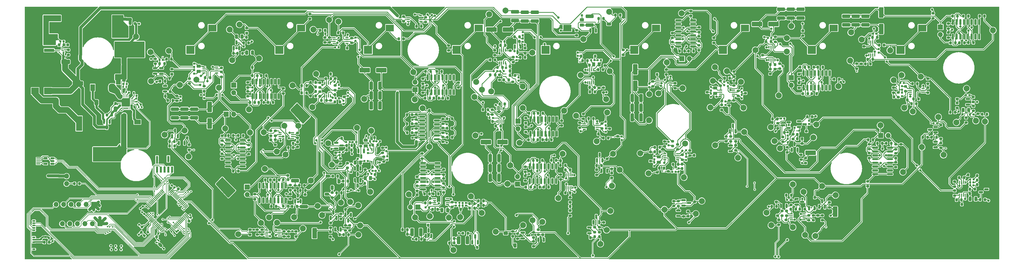
<source format=gtl>
G04 #@! TF.GenerationSoftware,KiCad,Pcbnew,(6.0.10)*
G04 #@! TF.CreationDate,2024-12-09T21:13:32+01:00*
G04 #@! TF.ProjectId,3_12_2024_MainBoardMCUwInstruments,335f3132-5f32-4303-9234-5f4d61696e42,rev?*
G04 #@! TF.SameCoordinates,Original*
G04 #@! TF.FileFunction,Copper,L1,Top*
G04 #@! TF.FilePolarity,Positive*
%FSLAX46Y46*%
G04 Gerber Fmt 4.6, Leading zero omitted, Abs format (unit mm)*
G04 Created by KiCad (PCBNEW (6.0.10)) date 2024-12-09 21:13:32*
%MOMM*%
%LPD*%
G01*
G04 APERTURE LIST*
G04 Aperture macros list*
%AMRoundRect*
0 Rectangle with rounded corners*
0 $1 Rounding radius*
0 $2 $3 $4 $5 $6 $7 $8 $9 X,Y pos of 4 corners*
0 Add a 4 corners polygon primitive as box body*
4,1,4,$2,$3,$4,$5,$6,$7,$8,$9,$2,$3,0*
0 Add four circle primitives for the rounded corners*
1,1,$1+$1,$2,$3*
1,1,$1+$1,$4,$5*
1,1,$1+$1,$6,$7*
1,1,$1+$1,$8,$9*
0 Add four rect primitives between the rounded corners*
20,1,$1+$1,$2,$3,$4,$5,0*
20,1,$1+$1,$4,$5,$6,$7,0*
20,1,$1+$1,$6,$7,$8,$9,0*
20,1,$1+$1,$8,$9,$2,$3,0*%
%AMRotRect*
0 Rectangle, with rotation*
0 The origin of the aperture is its center*
0 $1 length*
0 $2 width*
0 $3 Rotation angle, in degrees counterclockwise*
0 Add horizontal line*
21,1,$1,$2,0,0,$3*%
G04 Aperture macros list end*
G04 #@! TA.AperFunction,SMDPad,CuDef*
%ADD10RoundRect,0.250000X-0.325000X-1.100000X0.325000X-1.100000X0.325000X1.100000X-0.325000X1.100000X0*%
G04 #@! TD*
G04 #@! TA.AperFunction,SMDPad,CuDef*
%ADD11R,0.250000X0.360000*%
G04 #@! TD*
G04 #@! TA.AperFunction,SMDPad,CuDef*
%ADD12RoundRect,0.250000X-0.262500X-0.450000X0.262500X-0.450000X0.262500X0.450000X-0.262500X0.450000X0*%
G04 #@! TD*
G04 #@! TA.AperFunction,SMDPad,CuDef*
%ADD13C,2.000000*%
G04 #@! TD*
G04 #@! TA.AperFunction,SMDPad,CuDef*
%ADD14RoundRect,0.200000X-0.275000X0.200000X-0.275000X-0.200000X0.275000X-0.200000X0.275000X0.200000X0*%
G04 #@! TD*
G04 #@! TA.AperFunction,SMDPad,CuDef*
%ADD15RoundRect,0.250000X-0.325000X-0.650000X0.325000X-0.650000X0.325000X0.650000X-0.325000X0.650000X0*%
G04 #@! TD*
G04 #@! TA.AperFunction,SMDPad,CuDef*
%ADD16R,0.360000X0.250000*%
G04 #@! TD*
G04 #@! TA.AperFunction,SMDPad,CuDef*
%ADD17RoundRect,0.135000X-0.135000X-0.185000X0.135000X-0.185000X0.135000X0.185000X-0.135000X0.185000X0*%
G04 #@! TD*
G04 #@! TA.AperFunction,SMDPad,CuDef*
%ADD18RoundRect,0.225000X-0.250000X0.225000X-0.250000X-0.225000X0.250000X-0.225000X0.250000X0.225000X0*%
G04 #@! TD*
G04 #@! TA.AperFunction,SMDPad,CuDef*
%ADD19RoundRect,0.200000X0.275000X-0.200000X0.275000X0.200000X-0.275000X0.200000X-0.275000X-0.200000X0*%
G04 #@! TD*
G04 #@! TA.AperFunction,SMDPad,CuDef*
%ADD20RoundRect,0.250000X-0.250000X-0.475000X0.250000X-0.475000X0.250000X0.475000X-0.250000X0.475000X0*%
G04 #@! TD*
G04 #@! TA.AperFunction,SMDPad,CuDef*
%ADD21RoundRect,0.200000X-0.200000X-0.275000X0.200000X-0.275000X0.200000X0.275000X-0.200000X0.275000X0*%
G04 #@! TD*
G04 #@! TA.AperFunction,SMDPad,CuDef*
%ADD22RoundRect,0.225000X-0.225000X-0.250000X0.225000X-0.250000X0.225000X0.250000X-0.225000X0.250000X0*%
G04 #@! TD*
G04 #@! TA.AperFunction,SMDPad,CuDef*
%ADD23RoundRect,0.155000X0.212500X0.155000X-0.212500X0.155000X-0.212500X-0.155000X0.212500X-0.155000X0*%
G04 #@! TD*
G04 #@! TA.AperFunction,SMDPad,CuDef*
%ADD24RoundRect,0.155000X0.155000X-0.212500X0.155000X0.212500X-0.155000X0.212500X-0.155000X-0.212500X0*%
G04 #@! TD*
G04 #@! TA.AperFunction,SMDPad,CuDef*
%ADD25RoundRect,0.250000X1.100000X-0.325000X1.100000X0.325000X-1.100000X0.325000X-1.100000X-0.325000X0*%
G04 #@! TD*
G04 #@! TA.AperFunction,SMDPad,CuDef*
%ADD26RoundRect,0.150000X0.587500X0.150000X-0.587500X0.150000X-0.587500X-0.150000X0.587500X-0.150000X0*%
G04 #@! TD*
G04 #@! TA.AperFunction,SMDPad,CuDef*
%ADD27RoundRect,0.155000X-0.155000X0.212500X-0.155000X-0.212500X0.155000X-0.212500X0.155000X0.212500X0*%
G04 #@! TD*
G04 #@! TA.AperFunction,SMDPad,CuDef*
%ADD28RoundRect,0.155000X-0.212500X-0.155000X0.212500X-0.155000X0.212500X0.155000X-0.212500X0.155000X0*%
G04 #@! TD*
G04 #@! TA.AperFunction,SMDPad,CuDef*
%ADD29RoundRect,0.200000X0.200000X0.275000X-0.200000X0.275000X-0.200000X-0.275000X0.200000X-0.275000X0*%
G04 #@! TD*
G04 #@! TA.AperFunction,SMDPad,CuDef*
%ADD30RoundRect,0.225000X0.250000X-0.225000X0.250000X0.225000X-0.250000X0.225000X-0.250000X-0.225000X0*%
G04 #@! TD*
G04 #@! TA.AperFunction,SMDPad,CuDef*
%ADD31RoundRect,0.250000X1.100000X-0.412500X1.100000X0.412500X-1.100000X0.412500X-1.100000X-0.412500X0*%
G04 #@! TD*
G04 #@! TA.AperFunction,SMDPad,CuDef*
%ADD32RoundRect,0.150000X-0.825000X-0.150000X0.825000X-0.150000X0.825000X0.150000X-0.825000X0.150000X0*%
G04 #@! TD*
G04 #@! TA.AperFunction,SMDPad,CuDef*
%ADD33RoundRect,0.150000X0.825000X0.150000X-0.825000X0.150000X-0.825000X-0.150000X0.825000X-0.150000X0*%
G04 #@! TD*
G04 #@! TA.AperFunction,SMDPad,CuDef*
%ADD34R,2.800000X2.200000*%
G04 #@! TD*
G04 #@! TA.AperFunction,SMDPad,CuDef*
%ADD35R,2.800000X2.800000*%
G04 #@! TD*
G04 #@! TA.AperFunction,SMDPad,CuDef*
%ADD36R,1.100000X0.400000*%
G04 #@! TD*
G04 #@! TA.AperFunction,SMDPad,CuDef*
%ADD37RoundRect,0.250000X-0.550000X1.500000X-0.550000X-1.500000X0.550000X-1.500000X0.550000X1.500000X0*%
G04 #@! TD*
G04 #@! TA.AperFunction,ComponentPad*
%ADD38R,1.700000X1.700000*%
G04 #@! TD*
G04 #@! TA.AperFunction,ComponentPad*
%ADD39O,1.700000X1.700000*%
G04 #@! TD*
G04 #@! TA.AperFunction,SMDPad,CuDef*
%ADD40RoundRect,0.155000X0.259862X-0.040659X-0.040659X0.259862X-0.259862X0.040659X0.040659X-0.259862X0*%
G04 #@! TD*
G04 #@! TA.AperFunction,SMDPad,CuDef*
%ADD41RoundRect,0.150000X-0.150000X0.587500X-0.150000X-0.587500X0.150000X-0.587500X0.150000X0.587500X0*%
G04 #@! TD*
G04 #@! TA.AperFunction,SMDPad,CuDef*
%ADD42RoundRect,0.250000X-0.475000X0.250000X-0.475000X-0.250000X0.475000X-0.250000X0.475000X0.250000X0*%
G04 #@! TD*
G04 #@! TA.AperFunction,SMDPad,CuDef*
%ADD43RoundRect,0.250000X0.262500X0.450000X-0.262500X0.450000X-0.262500X-0.450000X0.262500X-0.450000X0*%
G04 #@! TD*
G04 #@! TA.AperFunction,SMDPad,CuDef*
%ADD44R,0.400000X1.100000*%
G04 #@! TD*
G04 #@! TA.AperFunction,SMDPad,CuDef*
%ADD45RoundRect,0.125000X-0.425000X0.125000X-0.425000X-0.125000X0.425000X-0.125000X0.425000X0.125000X0*%
G04 #@! TD*
G04 #@! TA.AperFunction,SMDPad,CuDef*
%ADD46RoundRect,0.250000X-0.600000X0.350000X-0.600000X-0.350000X0.600000X-0.350000X0.600000X0.350000X0*%
G04 #@! TD*
G04 #@! TA.AperFunction,SMDPad,CuDef*
%ADD47RoundRect,0.250000X1.500000X0.550000X-1.500000X0.550000X-1.500000X-0.550000X1.500000X-0.550000X0*%
G04 #@! TD*
G04 #@! TA.AperFunction,SMDPad,CuDef*
%ADD48RoundRect,0.250000X0.325000X0.650000X-0.325000X0.650000X-0.325000X-0.650000X0.325000X-0.650000X0*%
G04 #@! TD*
G04 #@! TA.AperFunction,SMDPad,CuDef*
%ADD49RoundRect,0.150000X-0.587500X-0.150000X0.587500X-0.150000X0.587500X0.150000X-0.587500X0.150000X0*%
G04 #@! TD*
G04 #@! TA.AperFunction,SMDPad,CuDef*
%ADD50RoundRect,0.150000X-0.150000X0.825000X-0.150000X-0.825000X0.150000X-0.825000X0.150000X0.825000X0*%
G04 #@! TD*
G04 #@! TA.AperFunction,SMDPad,CuDef*
%ADD51RoundRect,0.250000X0.412500X1.100000X-0.412500X1.100000X-0.412500X-1.100000X0.412500X-1.100000X0*%
G04 #@! TD*
G04 #@! TA.AperFunction,SMDPad,CuDef*
%ADD52RoundRect,0.150000X0.150000X-0.587500X0.150000X0.587500X-0.150000X0.587500X-0.150000X-0.587500X0*%
G04 #@! TD*
G04 #@! TA.AperFunction,SMDPad,CuDef*
%ADD53RoundRect,0.250000X0.250000X0.475000X-0.250000X0.475000X-0.250000X-0.475000X0.250000X-0.475000X0*%
G04 #@! TD*
G04 #@! TA.AperFunction,SMDPad,CuDef*
%ADD54RoundRect,0.225000X-0.017678X0.335876X-0.335876X0.017678X0.017678X-0.335876X0.335876X-0.017678X0*%
G04 #@! TD*
G04 #@! TA.AperFunction,SMDPad,CuDef*
%ADD55RoundRect,0.250000X0.325000X1.100000X-0.325000X1.100000X-0.325000X-1.100000X0.325000X-1.100000X0*%
G04 #@! TD*
G04 #@! TA.AperFunction,SMDPad,CuDef*
%ADD56RoundRect,0.250000X-0.337500X-0.475000X0.337500X-0.475000X0.337500X0.475000X-0.337500X0.475000X0*%
G04 #@! TD*
G04 #@! TA.AperFunction,SMDPad,CuDef*
%ADD57RoundRect,0.250000X-1.100000X0.325000X-1.100000X-0.325000X1.100000X-0.325000X1.100000X0.325000X0*%
G04 #@! TD*
G04 #@! TA.AperFunction,SMDPad,CuDef*
%ADD58R,1.200000X0.900000*%
G04 #@! TD*
G04 #@! TA.AperFunction,SMDPad,CuDef*
%ADD59RoundRect,0.250000X-0.412500X-0.650000X0.412500X-0.650000X0.412500X0.650000X-0.412500X0.650000X0*%
G04 #@! TD*
G04 #@! TA.AperFunction,SMDPad,CuDef*
%ADD60R,0.711200X0.228600*%
G04 #@! TD*
G04 #@! TA.AperFunction,SMDPad,CuDef*
%ADD61RoundRect,0.150000X-0.512500X-0.150000X0.512500X-0.150000X0.512500X0.150000X-0.512500X0.150000X0*%
G04 #@! TD*
G04 #@! TA.AperFunction,SMDPad,CuDef*
%ADD62R,1.500000X2.200000*%
G04 #@! TD*
G04 #@! TA.AperFunction,SMDPad,CuDef*
%ADD63RoundRect,0.155000X-0.259862X0.040659X0.040659X-0.259862X0.259862X-0.040659X-0.040659X0.259862X0*%
G04 #@! TD*
G04 #@! TA.AperFunction,SMDPad,CuDef*
%ADD64R,2.200000X1.500000*%
G04 #@! TD*
G04 #@! TA.AperFunction,SMDPad,CuDef*
%ADD65RoundRect,0.135000X0.135000X0.185000X-0.135000X0.185000X-0.135000X-0.185000X0.135000X-0.185000X0*%
G04 #@! TD*
G04 #@! TA.AperFunction,SMDPad,CuDef*
%ADD66R,3.400000X0.980000*%
G04 #@! TD*
G04 #@! TA.AperFunction,SMDPad,CuDef*
%ADD67RoundRect,0.250000X0.475000X-0.250000X0.475000X0.250000X-0.475000X0.250000X-0.475000X-0.250000X0*%
G04 #@! TD*
G04 #@! TA.AperFunction,SMDPad,CuDef*
%ADD68RoundRect,0.155000X-0.040659X-0.259862X0.259862X0.040659X0.040659X0.259862X-0.259862X-0.040659X0*%
G04 #@! TD*
G04 #@! TA.AperFunction,SMDPad,CuDef*
%ADD69RoundRect,0.225000X0.225000X0.250000X-0.225000X0.250000X-0.225000X-0.250000X0.225000X-0.250000X0*%
G04 #@! TD*
G04 #@! TA.AperFunction,SMDPad,CuDef*
%ADD70RoundRect,0.250000X0.550000X-1.500000X0.550000X1.500000X-0.550000X1.500000X-0.550000X-1.500000X0*%
G04 #@! TD*
G04 #@! TA.AperFunction,SMDPad,CuDef*
%ADD71RoundRect,0.250000X-0.650000X0.325000X-0.650000X-0.325000X0.650000X-0.325000X0.650000X0.325000X0*%
G04 #@! TD*
G04 #@! TA.AperFunction,SMDPad,CuDef*
%ADD72RoundRect,0.135000X-0.185000X0.135000X-0.185000X-0.135000X0.185000X-0.135000X0.185000X0.135000X0*%
G04 #@! TD*
G04 #@! TA.AperFunction,SMDPad,CuDef*
%ADD73RoundRect,0.225000X-0.335876X-0.017678X-0.017678X-0.335876X0.335876X0.017678X0.017678X0.335876X0*%
G04 #@! TD*
G04 #@! TA.AperFunction,SMDPad,CuDef*
%ADD74RoundRect,0.155000X0.040659X0.259862X-0.259862X-0.040659X-0.040659X-0.259862X0.259862X0.040659X0*%
G04 #@! TD*
G04 #@! TA.AperFunction,SMDPad,CuDef*
%ADD75RoundRect,0.250000X-1.500000X-0.550000X1.500000X-0.550000X1.500000X0.550000X-1.500000X0.550000X0*%
G04 #@! TD*
G04 #@! TA.AperFunction,SMDPad,CuDef*
%ADD76R,0.750000X2.100000*%
G04 #@! TD*
G04 #@! TA.AperFunction,SMDPad,CuDef*
%ADD77RoundRect,0.250000X-0.450000X0.262500X-0.450000X-0.262500X0.450000X-0.262500X0.450000X0.262500X0*%
G04 #@! TD*
G04 #@! TA.AperFunction,SMDPad,CuDef*
%ADD78RoundRect,0.150000X0.150000X-0.825000X0.150000X0.825000X-0.150000X0.825000X-0.150000X-0.825000X0*%
G04 #@! TD*
G04 #@! TA.AperFunction,SMDPad,CuDef*
%ADD79R,0.900000X1.200000*%
G04 #@! TD*
G04 #@! TA.AperFunction,SMDPad,CuDef*
%ADD80RoundRect,0.250000X0.450000X-0.262500X0.450000X0.262500X-0.450000X0.262500X-0.450000X-0.262500X0*%
G04 #@! TD*
G04 #@! TA.AperFunction,SMDPad,CuDef*
%ADD81RoundRect,0.250000X-0.159099X0.512652X-0.512652X0.159099X0.159099X-0.512652X0.512652X-0.159099X0*%
G04 #@! TD*
G04 #@! TA.AperFunction,SMDPad,CuDef*
%ADD82R,2.500000X2.300000*%
G04 #@! TD*
G04 #@! TA.AperFunction,SMDPad,CuDef*
%ADD83RoundRect,0.250000X0.337500X0.475000X-0.337500X0.475000X-0.337500X-0.475000X0.337500X-0.475000X0*%
G04 #@! TD*
G04 #@! TA.AperFunction,SMDPad,CuDef*
%ADD84RoundRect,0.200000X0.053033X-0.335876X0.335876X-0.053033X-0.053033X0.335876X-0.335876X0.053033X0*%
G04 #@! TD*
G04 #@! TA.AperFunction,SMDPad,CuDef*
%ADD85R,1.350000X0.400000*%
G04 #@! TD*
G04 #@! TA.AperFunction,ComponentPad*
%ADD86O,1.550000X0.890000*%
G04 #@! TD*
G04 #@! TA.AperFunction,SMDPad,CuDef*
%ADD87R,1.550000X1.500000*%
G04 #@! TD*
G04 #@! TA.AperFunction,ComponentPad*
%ADD88O,0.950000X1.250000*%
G04 #@! TD*
G04 #@! TA.AperFunction,SMDPad,CuDef*
%ADD89R,1.550000X1.200000*%
G04 #@! TD*
G04 #@! TA.AperFunction,SMDPad,CuDef*
%ADD90RoundRect,0.147500X0.017678X-0.226274X0.226274X-0.017678X-0.017678X0.226274X-0.226274X0.017678X0*%
G04 #@! TD*
G04 #@! TA.AperFunction,ComponentPad*
%ADD91R,2.020000X5.020000*%
G04 #@! TD*
G04 #@! TA.AperFunction,ComponentPad*
%ADD92O,2.020000X5.020000*%
G04 #@! TD*
G04 #@! TA.AperFunction,SMDPad,CuDef*
%ADD93RoundRect,0.250000X1.250000X0.550000X-1.250000X0.550000X-1.250000X-0.550000X1.250000X-0.550000X0*%
G04 #@! TD*
G04 #@! TA.AperFunction,SMDPad,CuDef*
%ADD94RoundRect,0.225000X0.017678X-0.335876X0.335876X-0.017678X-0.017678X0.335876X-0.335876X0.017678X0*%
G04 #@! TD*
G04 #@! TA.AperFunction,SMDPad,CuDef*
%ADD95RoundRect,0.062500X-0.325000X-0.062500X0.325000X-0.062500X0.325000X0.062500X-0.325000X0.062500X0*%
G04 #@! TD*
G04 #@! TA.AperFunction,SMDPad,CuDef*
%ADD96RoundRect,0.062500X-0.062500X-0.325000X0.062500X-0.325000X0.062500X0.325000X-0.062500X0.325000X0*%
G04 #@! TD*
G04 #@! TA.AperFunction,ComponentPad*
%ADD97C,0.500000*%
G04 #@! TD*
G04 #@! TA.AperFunction,SMDPad,CuDef*
%ADD98R,2.450000X2.450000*%
G04 #@! TD*
G04 #@! TA.AperFunction,SMDPad,CuDef*
%ADD99RoundRect,0.075000X-0.441942X-0.548008X0.548008X0.441942X0.441942X0.548008X-0.548008X-0.441942X0*%
G04 #@! TD*
G04 #@! TA.AperFunction,SMDPad,CuDef*
%ADD100RoundRect,0.075000X0.441942X-0.548008X0.548008X-0.441942X-0.441942X0.548008X-0.548008X0.441942X0*%
G04 #@! TD*
G04 #@! TA.AperFunction,SMDPad,CuDef*
%ADD101RotRect,0.900000X0.800000X225.000000*%
G04 #@! TD*
G04 #@! TA.AperFunction,ViaPad*
%ADD102C,0.800000*%
G04 #@! TD*
G04 #@! TA.AperFunction,ViaPad*
%ADD103C,0.500000*%
G04 #@! TD*
G04 #@! TA.AperFunction,ViaPad*
%ADD104C,0.700000*%
G04 #@! TD*
G04 #@! TA.AperFunction,Conductor*
%ADD105C,0.250000*%
G04 #@! TD*
G04 #@! TA.AperFunction,Conductor*
%ADD106C,0.127000*%
G04 #@! TD*
G04 #@! TA.AperFunction,Conductor*
%ADD107C,1.000000*%
G04 #@! TD*
G04 #@! TA.AperFunction,Conductor*
%ADD108C,0.500000*%
G04 #@! TD*
G04 #@! TA.AperFunction,Conductor*
%ADD109C,0.750000*%
G04 #@! TD*
G04 #@! TA.AperFunction,Conductor*
%ADD110C,2.000000*%
G04 #@! TD*
G04 APERTURE END LIST*
D10*
X193450000Y-206775000D03*
X196400000Y-206775000D03*
D11*
X208520000Y-151365000D03*
X208520000Y-150525000D03*
D12*
X158451119Y-180511119D03*
X160276119Y-180511119D03*
D13*
X178680000Y-199010000D03*
D14*
X273200000Y-193812500D03*
X273200000Y-195462500D03*
D15*
X77150000Y-171500000D03*
X80100000Y-171500000D03*
D16*
X307682500Y-169730000D03*
X306842500Y-169730000D03*
D17*
X85322500Y-161800000D03*
X86342500Y-161800000D03*
D11*
X209490000Y-150492500D03*
X209490000Y-151332500D03*
D18*
X300415000Y-148887500D03*
X300415000Y-150437500D03*
D19*
X282356250Y-162712500D03*
X282356250Y-161062500D03*
D13*
X339290000Y-142530000D03*
D20*
X366349500Y-192770500D03*
X368249500Y-192770500D03*
D14*
X243644000Y-179206250D03*
X243644000Y-180856250D03*
D21*
X220065000Y-179766231D03*
X221715000Y-179766231D03*
D22*
X227895000Y-179885000D03*
X229445000Y-179885000D03*
D19*
X122935392Y-204857500D03*
X122935392Y-203207500D03*
D23*
X367482000Y-186180500D03*
X366347000Y-186180500D03*
D24*
X259577500Y-181662500D03*
X259577500Y-180527500D03*
D25*
X100775000Y-165375000D03*
X100775000Y-162425000D03*
D13*
X197600000Y-191970000D03*
D26*
X94222500Y-156460000D03*
X94222500Y-154560000D03*
X92347500Y-155510000D03*
D14*
X174790000Y-131105000D03*
X174790000Y-132755000D03*
D27*
X289136250Y-155470000D03*
X289136250Y-156605000D03*
D28*
X155456119Y-173531119D03*
X156591119Y-173531119D03*
D29*
X213985000Y-138002500D03*
X212335000Y-138002500D03*
D30*
X146520000Y-158068750D03*
X146520000Y-156518750D03*
D14*
X341229000Y-180374000D03*
X341229000Y-182024000D03*
D29*
X183925000Y-149700000D03*
X182275000Y-149700000D03*
D21*
X268985000Y-180990000D03*
X270635000Y-180990000D03*
X121712500Y-138150000D03*
X123362500Y-138150000D03*
D19*
X367400000Y-163002500D03*
X367400000Y-161352500D03*
D13*
X145300000Y-150560000D03*
D28*
X120795000Y-141275000D03*
X121930000Y-141275000D03*
D14*
X153443619Y-179186119D03*
X153443619Y-180836119D03*
D11*
X158973619Y-175261119D03*
X158973619Y-174421119D03*
D21*
X366269500Y-189460500D03*
X367919500Y-189460500D03*
D19*
X155873619Y-182296119D03*
X155873619Y-180646119D03*
D22*
X75875000Y-160550000D03*
X77425000Y-160550000D03*
D14*
X113250000Y-149867500D03*
X113250000Y-151517500D03*
D21*
X237905000Y-144500000D03*
X239555000Y-144500000D03*
D19*
X318750000Y-195625000D03*
X318750000Y-193975000D03*
X113439500Y-176137750D03*
X113439500Y-174487750D03*
D31*
X56500000Y-138162500D03*
X56500000Y-135037500D03*
D13*
X221762500Y-200525000D03*
X132025000Y-200812400D03*
X313980000Y-205275000D03*
X209300000Y-129075000D03*
X183525392Y-175136119D03*
D10*
X204100000Y-182350000D03*
X207050000Y-182350000D03*
D32*
X267715000Y-132377500D03*
X267715000Y-133647500D03*
X267715000Y-134917500D03*
X267715000Y-136187500D03*
X267715000Y-137457500D03*
X267715000Y-138727500D03*
X267715000Y-139997500D03*
X267715000Y-141267500D03*
X272665000Y-141267500D03*
X272665000Y-139997500D03*
X272665000Y-138727500D03*
X272665000Y-137457500D03*
X272665000Y-136187500D03*
X272665000Y-134917500D03*
X272665000Y-133647500D03*
X272665000Y-132377500D03*
D27*
X213110000Y-144735000D03*
X213110000Y-145870000D03*
D29*
X201819608Y-194997370D03*
X200169608Y-194997370D03*
D26*
X267685000Y-198567500D03*
X267685000Y-196667500D03*
X265810000Y-197617500D03*
D21*
X359615000Y-163520000D03*
X361265000Y-163520000D03*
X115614500Y-171312750D03*
X117264500Y-171312750D03*
D13*
X143990000Y-161760000D03*
D14*
X151700000Y-154408750D03*
X151700000Y-156058750D03*
D13*
X275620000Y-193497500D03*
D14*
X181375000Y-152175000D03*
X181375000Y-153825000D03*
D19*
X136567500Y-192800000D03*
X136567500Y-191150000D03*
D24*
X311875000Y-167482500D03*
X311875000Y-166347500D03*
D13*
X346930000Y-163230000D03*
D33*
X120454500Y-181772750D03*
X120454500Y-180502750D03*
X120454500Y-179232750D03*
X120454500Y-177962750D03*
X120454500Y-176692750D03*
X120454500Y-175422750D03*
X120454500Y-174152750D03*
X120454500Y-172882750D03*
X115504500Y-172882750D03*
X115504500Y-174152750D03*
X115504500Y-175422750D03*
X115504500Y-176692750D03*
X115504500Y-177962750D03*
X115504500Y-179232750D03*
X115504500Y-180502750D03*
X115504500Y-181772750D03*
D11*
X234190000Y-146470000D03*
X234190000Y-145630000D03*
D34*
X350200000Y-135000000D03*
X342800000Y-133000000D03*
D35*
X342800000Y-142400000D03*
D36*
X305915000Y-197875000D03*
X305915000Y-198525000D03*
X305915000Y-199175000D03*
X305915000Y-199825000D03*
X310215000Y-199825000D03*
X310215000Y-199175000D03*
X310215000Y-198525000D03*
X310215000Y-197875000D03*
D27*
X104050000Y-147050000D03*
X104050000Y-148185000D03*
D29*
X138832500Y-195275000D03*
X137182500Y-195275000D03*
D19*
X122489500Y-174587750D03*
X122489500Y-172937750D03*
D24*
X152960000Y-155411250D03*
X152960000Y-154276250D03*
D29*
X94215000Y-153015000D03*
X92565000Y-153015000D03*
D13*
X273610000Y-197797500D03*
D29*
X201819608Y-193472370D03*
X200169608Y-193472370D03*
D37*
X253135000Y-148965000D03*
X253135000Y-154565000D03*
D21*
X298770000Y-147407500D03*
X300420000Y-147407500D03*
D28*
X194777108Y-195062370D03*
X195912108Y-195062370D03*
D21*
X268155000Y-142802500D03*
X269805000Y-142802500D03*
D19*
X242463750Y-200727500D03*
X242463750Y-199077500D03*
D14*
X220337500Y-203225000D03*
X220337500Y-204875000D03*
D23*
X166541119Y-183281119D03*
X165406119Y-183281119D03*
D19*
X129925000Y-171430000D03*
X129925000Y-169780000D03*
D16*
X96457500Y-155260000D03*
X97297500Y-155260000D03*
D38*
X213350000Y-187800000D03*
D39*
X213350000Y-185260000D03*
D13*
X302077500Y-175650000D03*
D21*
X189600000Y-171913489D03*
X191250000Y-171913489D03*
D40*
X91951283Y-204476283D03*
X91148717Y-203673717D03*
D41*
X160283619Y-182533619D03*
X158383619Y-182533619D03*
X159333619Y-184408619D03*
D21*
X364072500Y-130972500D03*
X365722500Y-130972500D03*
D13*
X263765000Y-146655000D03*
D19*
X98231250Y-159610000D03*
X98231250Y-157960000D03*
D14*
X157321250Y-138400000D03*
X157321250Y-140050000D03*
D36*
X346100000Y-155435000D03*
X346100000Y-156085000D03*
X346100000Y-156735000D03*
X346100000Y-157385000D03*
X350400000Y-157385000D03*
X350400000Y-156735000D03*
X350400000Y-156085000D03*
X350400000Y-155435000D03*
D16*
X182730000Y-206775000D03*
X183570000Y-206775000D03*
D21*
X280766250Y-159617500D03*
X282416250Y-159617500D03*
D13*
X218360000Y-143347500D03*
D28*
X298002500Y-138370000D03*
X299137500Y-138370000D03*
D21*
X190275000Y-207650000D03*
X191925000Y-207650000D03*
D40*
X85316271Y-204874216D03*
X84513705Y-204071650D03*
D42*
X149233619Y-185088619D03*
X149233619Y-186988619D03*
D13*
X343623500Y-183696000D03*
D14*
X233320000Y-135825000D03*
X233320000Y-137475000D03*
X134200000Y-155475000D03*
X134200000Y-157125000D03*
D19*
X150175000Y-161138750D03*
X150175000Y-159488750D03*
D13*
X305925000Y-134375000D03*
D19*
X298805000Y-150550000D03*
X298805000Y-148900000D03*
D29*
X142052500Y-154485000D03*
X140402500Y-154485000D03*
D21*
X240775000Y-131850000D03*
X242425000Y-131850000D03*
D27*
X104050000Y-149275000D03*
X104050000Y-150410000D03*
D43*
X163676119Y-185781119D03*
X161851119Y-185781119D03*
D29*
X362022500Y-130972500D03*
X360372500Y-130972500D03*
D24*
X158571250Y-139392500D03*
X158571250Y-138257500D03*
D19*
X316350000Y-200000000D03*
X316350000Y-198350000D03*
D44*
X207305000Y-146772500D03*
X207955000Y-146772500D03*
X208605000Y-146772500D03*
X209255000Y-146772500D03*
X209255000Y-142472500D03*
X208605000Y-142472500D03*
X207955000Y-142472500D03*
X207305000Y-142472500D03*
D29*
X363392000Y-193098000D03*
X361742000Y-193098000D03*
D19*
X352000000Y-156860000D03*
X352000000Y-155210000D03*
D21*
X174475000Y-203150000D03*
X176125000Y-203150000D03*
D28*
X58832500Y-139500000D03*
X59967500Y-139500000D03*
D13*
X241363750Y-207977500D03*
D19*
X138985000Y-172135000D03*
X138985000Y-170485000D03*
D14*
X240134000Y-182976250D03*
X240134000Y-184626250D03*
D19*
X188125000Y-167413489D03*
X188125000Y-165763489D03*
D29*
X220845000Y-188766231D03*
X219195000Y-188766231D03*
D11*
X157143619Y-181971119D03*
X157143619Y-182811119D03*
D19*
X356419500Y-175504750D03*
X356419500Y-173854750D03*
D21*
X350294500Y-171929750D03*
X351944500Y-171929750D03*
D29*
X218685000Y-179776231D03*
X217035000Y-179776231D03*
D19*
X342025000Y-158435000D03*
X342025000Y-156785000D03*
D29*
X300900000Y-195325000D03*
X299250000Y-195325000D03*
D13*
X349680000Y-151490000D03*
D28*
X153226119Y-176991119D03*
X154361119Y-176991119D03*
D29*
X153295000Y-159993750D03*
X151645000Y-159993750D03*
D19*
X138485392Y-205457500D03*
X138485392Y-203807500D03*
X107400000Y-156367500D03*
X107400000Y-154717500D03*
D21*
X155598619Y-176301119D03*
X157248619Y-176301119D03*
D19*
X179125000Y-172038489D03*
X179125000Y-170388489D03*
D29*
X183819608Y-192622370D03*
X182169608Y-192622370D03*
D13*
X243677500Y-163542500D03*
X163893750Y-169718619D03*
D29*
X63000000Y-140700000D03*
X61350000Y-140700000D03*
D28*
X308562500Y-169730000D03*
X309697500Y-169730000D03*
D23*
X94107500Y-151765000D03*
X92972500Y-151765000D03*
D13*
X316280000Y-188475000D03*
D14*
X271577500Y-176465000D03*
X271577500Y-178115000D03*
D13*
X99222500Y-154260000D03*
D29*
X65255000Y-187590000D03*
X63605000Y-187590000D03*
X101670625Y-172087500D03*
X100020625Y-172087500D03*
D45*
X49862500Y-199387500D03*
X49862500Y-200187500D03*
X49862500Y-200987500D03*
X49862500Y-201787500D03*
X49862500Y-202587500D03*
X49862500Y-203387500D03*
X49862500Y-204187500D03*
X49862500Y-204987500D03*
X49862500Y-205787500D03*
X49862500Y-206587500D03*
X49862500Y-207387500D03*
X49862500Y-208187500D03*
X49862500Y-208987500D03*
X49862500Y-209787500D03*
D46*
X51262500Y-211087500D03*
X51262500Y-198087500D03*
D13*
X119337500Y-133812500D03*
D32*
X181399608Y-180682370D03*
X181399608Y-181952370D03*
X181399608Y-183222370D03*
X181399608Y-184492370D03*
X181399608Y-185762370D03*
X181399608Y-187032370D03*
X181399608Y-188302370D03*
X181399608Y-189572370D03*
X186349608Y-189572370D03*
X186349608Y-188302370D03*
X186349608Y-187032370D03*
X186349608Y-185762370D03*
X186349608Y-184492370D03*
X186349608Y-183222370D03*
X186349608Y-181952370D03*
X186349608Y-180682370D03*
D21*
X235345000Y-146040000D03*
X236995000Y-146040000D03*
D47*
X64725000Y-153775000D03*
X59125000Y-153775000D03*
D26*
X285366250Y-176667500D03*
X285366250Y-174767500D03*
X283491250Y-175717500D03*
D21*
X207565000Y-140872500D03*
X209215000Y-140872500D03*
D48*
X83275000Y-147500000D03*
X80325000Y-147500000D03*
D15*
X77150000Y-166900000D03*
X80100000Y-166900000D03*
D29*
X186750000Y-158700000D03*
X185100000Y-158700000D03*
D28*
X240442500Y-145840000D03*
X241577500Y-145840000D03*
D13*
X218462500Y-200000000D03*
D49*
X269500000Y-193187500D03*
X269500000Y-195087500D03*
X271375000Y-194137500D03*
D28*
X105207500Y-157625000D03*
X106342500Y-157625000D03*
X159626119Y-190021119D03*
X160761119Y-190021119D03*
D20*
X121837500Y-143325000D03*
X123737500Y-143325000D03*
D50*
X191820000Y-151725000D03*
X190550000Y-151725000D03*
X189280000Y-151725000D03*
X188010000Y-151725000D03*
X186740000Y-151725000D03*
X185470000Y-151725000D03*
X184200000Y-151725000D03*
X182930000Y-151725000D03*
X182930000Y-156675000D03*
X184200000Y-156675000D03*
X185470000Y-156675000D03*
X186740000Y-156675000D03*
X188010000Y-156675000D03*
X189280000Y-156675000D03*
X190550000Y-156675000D03*
X191820000Y-156675000D03*
D13*
X190150000Y-199110000D03*
X288842500Y-153212500D03*
D50*
X369377500Y-133002500D03*
X368107500Y-133002500D03*
X366837500Y-133002500D03*
X365567500Y-133002500D03*
X364297500Y-133002500D03*
X363027500Y-133002500D03*
X361757500Y-133002500D03*
X360487500Y-133002500D03*
X360487500Y-137952500D03*
X361757500Y-137952500D03*
X363027500Y-137952500D03*
X364297500Y-137952500D03*
X365567500Y-137952500D03*
X366837500Y-137952500D03*
X368107500Y-137952500D03*
X369377500Y-137952500D03*
D14*
X205670000Y-142557500D03*
X205670000Y-144207500D03*
D29*
X180875000Y-134470000D03*
X179225000Y-134470000D03*
D28*
X206662500Y-169440000D03*
X207797500Y-169440000D03*
D14*
X301625000Y-199875000D03*
X301625000Y-201525000D03*
D13*
X280081250Y-148265000D03*
D51*
X53962500Y-134250000D03*
X50837500Y-134250000D03*
D21*
X210835000Y-149502500D03*
X212485000Y-149502500D03*
D13*
X340480000Y-152660000D03*
D19*
X242400000Y-156795000D03*
X242400000Y-155145000D03*
D13*
X95522500Y-142760000D03*
D36*
X151385000Y-138235000D03*
X151385000Y-138885000D03*
X151385000Y-139535000D03*
X151385000Y-140185000D03*
X155685000Y-140185000D03*
X155685000Y-139535000D03*
X155685000Y-138885000D03*
X155685000Y-138235000D03*
D21*
X128092500Y-186300000D03*
X129742500Y-186300000D03*
D11*
X149830000Y-195112500D03*
X149830000Y-195952500D03*
D19*
X361097000Y-191643000D03*
X361097000Y-189993000D03*
D29*
X272825000Y-142802500D03*
X271175000Y-142802500D03*
D23*
X190567500Y-167513489D03*
X189432500Y-167513489D03*
D19*
X305825000Y-194850000D03*
X305825000Y-193200000D03*
D13*
X297500000Y-197465000D03*
D52*
X239013750Y-200650000D03*
X240913750Y-200650000D03*
X239963750Y-198775000D03*
D29*
X217795000Y-188776231D03*
X216145000Y-188776231D03*
D21*
X311832500Y-148222500D03*
X313482500Y-148222500D03*
D13*
X304375000Y-138450000D03*
D37*
X320700400Y-197098000D03*
X320700400Y-202698000D03*
D14*
X301955000Y-147057500D03*
X301955000Y-148707500D03*
D21*
X366274500Y-190980500D03*
X367924500Y-190980500D03*
D24*
X259577500Y-179432500D03*
X259577500Y-178297500D03*
D21*
X181924608Y-191102370D03*
X183574608Y-191102370D03*
D44*
X229795000Y-188960000D03*
X230445000Y-188960000D03*
X231095000Y-188960000D03*
X231745000Y-188960000D03*
X231745000Y-184660000D03*
X231095000Y-184660000D03*
X230445000Y-184660000D03*
X229795000Y-184660000D03*
D24*
X284446250Y-154645000D03*
X284446250Y-153510000D03*
D13*
X269950000Y-174100000D03*
D29*
X313850000Y-192275000D03*
X312200000Y-192275000D03*
X310425000Y-196275000D03*
X308775000Y-196275000D03*
D13*
X233177500Y-164642500D03*
D53*
X214412500Y-208550000D03*
X212512500Y-208550000D03*
D13*
X365120000Y-155480000D03*
D36*
X128555392Y-203347500D03*
X128555392Y-203997500D03*
X128555392Y-204647500D03*
X128555392Y-205297500D03*
X132855392Y-205297500D03*
X132855392Y-204647500D03*
X132855392Y-203997500D03*
X132855392Y-203347500D03*
D13*
X320830000Y-191525000D03*
D19*
X143150000Y-131925000D03*
X143150000Y-130275000D03*
D29*
X165978619Y-182031119D03*
X164328619Y-182031119D03*
D24*
X363700000Y-165370000D03*
X363700000Y-164235000D03*
D13*
X260995000Y-157135000D03*
X94050000Y-171100000D03*
X243280000Y-159060000D03*
D21*
X155177892Y-196362630D03*
X156827892Y-196362630D03*
D13*
X139245000Y-168070000D03*
X178150000Y-149950000D03*
D38*
X117450000Y-154365000D03*
D39*
X117450000Y-156905000D03*
D29*
X307400000Y-196275000D03*
X305750000Y-196275000D03*
D44*
X334055000Y-139755000D03*
X333405000Y-139755000D03*
X332755000Y-139755000D03*
X332105000Y-139755000D03*
X332105000Y-144055000D03*
X332755000Y-144055000D03*
X333405000Y-144055000D03*
X334055000Y-144055000D03*
D13*
X243463750Y-203277500D03*
D14*
X267707500Y-193542500D03*
X267707500Y-195192500D03*
D24*
X343275000Y-158052500D03*
X343275000Y-156917500D03*
D41*
X160263619Y-186453619D03*
X158363619Y-186453619D03*
X159313619Y-188328619D03*
D19*
X304075000Y-201525000D03*
X304075000Y-199875000D03*
D24*
X335450000Y-143317500D03*
X335450000Y-142182500D03*
D19*
X361925000Y-162027500D03*
X361925000Y-160377500D03*
D21*
X369535000Y-130970000D03*
X371185000Y-130970000D03*
D13*
X321818000Y-154686000D03*
D19*
X215860000Y-143467500D03*
X215860000Y-141817500D03*
D21*
X139972500Y-189865000D03*
X141622500Y-189865000D03*
X139632500Y-188235000D03*
X141282500Y-188235000D03*
D34*
X260200000Y-135000000D03*
X252800000Y-133000000D03*
D35*
X252800000Y-142400000D03*
D54*
X91373008Y-205651992D03*
X90276992Y-206748008D03*
D19*
X269037500Y-179535000D03*
X269037500Y-177885000D03*
D21*
X331715000Y-145640000D03*
X333365000Y-145640000D03*
D19*
X341229000Y-175994000D03*
X341229000Y-174344000D03*
D13*
X80160000Y-135050000D03*
D49*
X307677500Y-192800000D03*
X307677500Y-194700000D03*
X309552500Y-193750000D03*
D21*
X265935000Y-181130000D03*
X267585000Y-181130000D03*
D13*
X198810000Y-158285000D03*
D19*
X154780000Y-158288750D03*
X154780000Y-156638750D03*
D14*
X141557500Y-191300000D03*
X141557500Y-192950000D03*
D21*
X259752500Y-175350000D03*
X261402500Y-175350000D03*
D19*
X302775000Y-198475000D03*
X302775000Y-196825000D03*
D13*
X293750000Y-142500000D03*
X299100000Y-201695000D03*
D55*
X166850000Y-161225000D03*
X163900000Y-161225000D03*
D19*
X134455392Y-205437500D03*
X134455392Y-203787500D03*
D29*
X124550000Y-160150000D03*
X122900000Y-160150000D03*
D19*
X231140000Y-193880000D03*
X231140000Y-192230000D03*
X290416250Y-158662500D03*
X290416250Y-157012500D03*
X264340000Y-183425000D03*
X264340000Y-181775000D03*
D25*
X97525000Y-165375000D03*
X97525000Y-162425000D03*
D21*
X234875000Y-144500000D03*
X236525000Y-144500000D03*
D13*
X210900000Y-181400000D03*
X304380000Y-142972500D03*
D26*
X354632000Y-175354750D03*
X354632000Y-173454750D03*
X352757000Y-174404750D03*
D13*
X355600000Y-165100000D03*
D19*
X353780000Y-131705000D03*
X353780000Y-130055000D03*
D56*
X61500000Y-146450000D03*
X63575000Y-146450000D03*
D21*
X207345000Y-160690000D03*
X208995000Y-160690000D03*
D20*
X150723619Y-188968619D03*
X152623619Y-188968619D03*
D13*
X214000000Y-173775000D03*
D14*
X331675000Y-186850000D03*
X331675000Y-188500000D03*
D28*
X364932500Y-157752500D03*
X366067500Y-157752500D03*
D13*
X137800000Y-198975000D03*
D24*
X99481250Y-159402500D03*
X99481250Y-158267500D03*
X283186250Y-154375000D03*
X283186250Y-153240000D03*
D57*
X305750000Y-128700000D03*
X305750000Y-131650000D03*
D16*
X262380000Y-183600000D03*
X263220000Y-183600000D03*
D29*
X339636500Y-173954000D03*
X337986500Y-173954000D03*
D19*
X364947200Y-166991800D03*
X364947200Y-165341800D03*
D21*
X208700000Y-152552500D03*
X210350000Y-152552500D03*
D19*
X121787500Y-136687500D03*
X121787500Y-135037500D03*
D34*
X290200000Y-135000000D03*
X282800000Y-133000000D03*
D35*
X282800000Y-142400000D03*
D50*
X132620000Y-153150000D03*
X131350000Y-153150000D03*
X130080000Y-153150000D03*
X128810000Y-153150000D03*
X127540000Y-153150000D03*
X126270000Y-153150000D03*
X125000000Y-153150000D03*
X123730000Y-153150000D03*
X123730000Y-158100000D03*
X125000000Y-158100000D03*
X126270000Y-158100000D03*
X127540000Y-158100000D03*
X128810000Y-158100000D03*
X130080000Y-158100000D03*
X131350000Y-158100000D03*
X132620000Y-158100000D03*
D18*
X129915000Y-172880000D03*
X129915000Y-174430000D03*
D29*
X157258619Y-174781119D03*
X155608619Y-174781119D03*
D13*
X134525000Y-168050000D03*
D29*
X145062500Y-153415000D03*
X143412500Y-153415000D03*
D19*
X160318750Y-174936119D03*
X160318750Y-173286119D03*
D27*
X264412500Y-173512500D03*
X264412500Y-174647500D03*
D19*
X249090000Y-144075000D03*
X249090000Y-142425000D03*
D29*
X333526500Y-172774000D03*
X331876500Y-172774000D03*
D58*
X78300000Y-153500000D03*
X78300000Y-156800000D03*
D19*
X150190000Y-202545000D03*
X150190000Y-200895000D03*
D38*
X72170000Y-201200000D03*
D39*
X69630000Y-201200000D03*
X67090000Y-201200000D03*
X64550000Y-201200000D03*
X62010000Y-201200000D03*
X59470000Y-201200000D03*
X56930000Y-201200000D03*
D38*
X178750000Y-155900000D03*
D39*
X178750000Y-153360000D03*
D19*
X279720000Y-139995000D03*
X279720000Y-138345000D03*
D29*
X310462500Y-148202500D03*
X308812500Y-148202500D03*
D14*
X191234608Y-193867370D03*
X191234608Y-195517370D03*
D44*
X148125000Y-157973750D03*
X148775000Y-157973750D03*
X149425000Y-157973750D03*
X150075000Y-157973750D03*
X150075000Y-153673750D03*
X149425000Y-153673750D03*
X148775000Y-153673750D03*
X148125000Y-153673750D03*
D21*
X58375000Y-140700000D03*
X60025000Y-140700000D03*
D38*
X268900000Y-145397500D03*
D39*
X271440000Y-145397500D03*
D59*
X71037500Y-160200000D03*
X74162500Y-160200000D03*
D41*
X239850000Y-135912500D03*
X237950000Y-135912500D03*
X238900000Y-137787500D03*
D29*
X84065000Y-133520000D03*
X82415000Y-133520000D03*
D21*
X120762500Y-140000000D03*
X122412500Y-140000000D03*
D47*
X167325000Y-149275000D03*
X161725000Y-149275000D03*
D60*
X58389837Y-142155474D03*
X58389837Y-142655600D03*
X58389837Y-143155726D03*
X59990037Y-143155726D03*
X59990037Y-142655600D03*
X59990037Y-142155474D03*
D57*
X309025000Y-128700000D03*
X309025000Y-131650000D03*
D21*
X338925000Y-158285000D03*
X340575000Y-158285000D03*
X201697500Y-164185000D03*
X203347500Y-164185000D03*
X153948619Y-172281119D03*
X155598619Y-172281119D03*
D44*
X164128619Y-180471119D03*
X164778619Y-180471119D03*
X165428619Y-180471119D03*
X166078619Y-180471119D03*
X166078619Y-176171119D03*
X165428619Y-176171119D03*
X164778619Y-176171119D03*
X164128619Y-176171119D03*
D21*
X134142500Y-186275000D03*
X135792500Y-186275000D03*
D23*
X190592500Y-170638489D03*
X189457500Y-170638489D03*
D26*
X304995000Y-168807500D03*
X304995000Y-166907500D03*
X303120000Y-167857500D03*
D29*
X238008750Y-205922500D03*
X236358750Y-205922500D03*
D50*
X226365000Y-181791231D03*
X225095000Y-181791231D03*
X223825000Y-181791231D03*
X222555000Y-181791231D03*
X221285000Y-181791231D03*
X220015000Y-181791231D03*
X218745000Y-181791231D03*
X217475000Y-181791231D03*
X217475000Y-186741231D03*
X218745000Y-186741231D03*
X220015000Y-186741231D03*
X221285000Y-186741231D03*
X222555000Y-186741231D03*
X223825000Y-186741231D03*
X225095000Y-186741231D03*
X226365000Y-186741231D03*
D27*
X157113619Y-183731119D03*
X157113619Y-184866119D03*
D21*
X118712500Y-143600000D03*
X120362500Y-143600000D03*
D28*
X176682500Y-169138489D03*
X177817500Y-169138489D03*
D14*
X258297500Y-176955000D03*
X258297500Y-178605000D03*
X301315000Y-167240000D03*
X301315000Y-168890000D03*
D19*
X188150000Y-170463489D03*
X188150000Y-168813489D03*
D61*
X53847500Y-179050000D03*
X53847500Y-180000000D03*
X53847500Y-180950000D03*
X56122500Y-180950000D03*
X56122500Y-180000000D03*
X56122500Y-179050000D03*
D14*
X218787500Y-204125000D03*
X218787500Y-205775000D03*
D62*
X69750000Y-155150000D03*
X76150000Y-155150000D03*
D63*
X102969192Y-199121903D03*
X103771758Y-199924469D03*
D13*
X125987500Y-145312500D03*
D19*
X344525000Y-156410000D03*
X344525000Y-154760000D03*
D21*
X353319500Y-171929750D03*
X354969500Y-171929750D03*
D64*
X84875000Y-166775000D03*
X84875000Y-173175000D03*
D29*
X180825000Y-206400000D03*
X179175000Y-206400000D03*
D57*
X324432299Y-131012299D03*
X324432299Y-133962299D03*
D14*
X361087000Y-186963000D03*
X361087000Y-188613000D03*
D21*
X347225000Y-159010000D03*
X348875000Y-159010000D03*
D47*
X210160000Y-135512500D03*
X204560000Y-135512500D03*
D29*
X166843619Y-184551119D03*
X165193619Y-184551119D03*
X221813000Y-172777000D03*
X220163000Y-172777000D03*
D13*
X289692500Y-161962500D03*
D21*
X173185000Y-138680000D03*
X174835000Y-138680000D03*
D38*
X70050000Y-194665104D03*
D39*
X67510000Y-194665104D03*
X64970000Y-194665104D03*
X62430000Y-194665104D03*
X59890000Y-194665104D03*
X57350000Y-194665104D03*
X54810000Y-194665104D03*
D29*
X95922600Y-158038800D03*
X94272600Y-158038800D03*
D27*
X156047500Y-156865000D03*
X156047500Y-158000000D03*
D18*
X329500000Y-147115000D03*
X329500000Y-148665000D03*
D63*
X98073717Y-203898717D03*
X98876283Y-204701283D03*
D13*
X229100000Y-162950000D03*
D29*
X127575000Y-160150000D03*
X125925000Y-160150000D03*
D21*
X174475000Y-204675000D03*
X176125000Y-204675000D03*
D41*
X75500000Y-166712500D03*
X73600000Y-166712500D03*
X74550000Y-168587500D03*
D19*
X245174000Y-185666250D03*
X245174000Y-184016250D03*
X287116250Y-176322500D03*
X287116250Y-174672500D03*
D21*
X53387500Y-207462500D03*
X55037500Y-207462500D03*
D18*
X314825000Y-198400000D03*
X314825000Y-199950000D03*
D65*
X81110000Y-156600000D03*
X80090000Y-156600000D03*
D13*
X150618750Y-181243619D03*
D22*
X307957500Y-170977500D03*
X309507500Y-170977500D03*
D23*
X164621119Y-173331119D03*
X163486119Y-173331119D03*
D52*
X198050000Y-207387500D03*
X199950000Y-207387500D03*
X199000000Y-205512500D03*
D13*
X89460000Y-152985000D03*
X131945000Y-176770000D03*
X100850000Y-169700000D03*
D29*
X345112500Y-159372500D03*
X343462500Y-159372500D03*
D13*
X313377500Y-172000000D03*
D19*
X167703619Y-177156119D03*
X167703619Y-175506119D03*
D66*
X55025000Y-142535000D03*
X55025000Y-140165000D03*
D29*
X185225000Y-162863489D03*
X183575000Y-162863489D03*
D13*
X144300000Y-135550000D03*
D67*
X148923619Y-191158619D03*
X148923619Y-189258619D03*
D44*
X208395000Y-162280000D03*
X207745000Y-162280000D03*
X207095000Y-162280000D03*
X206445000Y-162280000D03*
X206445000Y-166580000D03*
X207095000Y-166580000D03*
X207745000Y-166580000D03*
X208395000Y-166580000D03*
D27*
X84600000Y-156782500D03*
X84600000Y-157917500D03*
D13*
X143480000Y-186590000D03*
D14*
X304300000Y-196825000D03*
X304300000Y-198475000D03*
D13*
X209950000Y-187700000D03*
D16*
X245190000Y-171905000D03*
X246030000Y-171905000D03*
D13*
X301650000Y-157775000D03*
D23*
X153007500Y-158763750D03*
X151872500Y-158763750D03*
D13*
X368280000Y-166360000D03*
D26*
X354632000Y-170379750D03*
X354632000Y-168479750D03*
X352757000Y-169429750D03*
D52*
X182325000Y-205287500D03*
X184225000Y-205287500D03*
X183275000Y-203412500D03*
D21*
X181475000Y-201650000D03*
X183125000Y-201650000D03*
D14*
X285406250Y-171655000D03*
X285406250Y-173305000D03*
D55*
X166850000Y-157825000D03*
X163900000Y-157825000D03*
D29*
X212485000Y-151032500D03*
X210835000Y-151032500D03*
D21*
X283381250Y-151927500D03*
X285031250Y-151927500D03*
D55*
X166825000Y-154500000D03*
X163875000Y-154500000D03*
D53*
X152943619Y-186858619D03*
X151043619Y-186858619D03*
D21*
X161738619Y-187541119D03*
X163388619Y-187541119D03*
D14*
X102400000Y-152117500D03*
X102400000Y-153767500D03*
D13*
X257845000Y-157345000D03*
D14*
X193350000Y-153475000D03*
X193350000Y-155125000D03*
D16*
X212892500Y-203425000D03*
X213732500Y-203425000D03*
D44*
X300315000Y-141502500D03*
X299665000Y-141502500D03*
X299015000Y-141502500D03*
X298365000Y-141502500D03*
X298365000Y-145802500D03*
X299015000Y-145802500D03*
X299665000Y-145802500D03*
X300315000Y-145802500D03*
D59*
X57337500Y-159475000D03*
X60462500Y-159475000D03*
D19*
X260600000Y-185445000D03*
X260600000Y-183795000D03*
X138127500Y-189900000D03*
X138127500Y-188250000D03*
D25*
X104025000Y-165375000D03*
X104025000Y-162425000D03*
D38*
X305875000Y-151775000D03*
D39*
X305875000Y-154315000D03*
D21*
X184669608Y-196302370D03*
X186319608Y-196302370D03*
D29*
X231165000Y-190715000D03*
X229515000Y-190715000D03*
D16*
X364527200Y-164185600D03*
X365367200Y-164185600D03*
X266122500Y-182670000D03*
X266962500Y-182670000D03*
D29*
X311432500Y-157192500D03*
X309782500Y-157192500D03*
D21*
X148575000Y-150563750D03*
X150225000Y-150563750D03*
D68*
X97418403Y-188858247D03*
X98220969Y-188055681D03*
D19*
X258310000Y-181652500D03*
X258310000Y-180002500D03*
D13*
X357332000Y-177907250D03*
D33*
X339214000Y-184404000D03*
X339214000Y-183134000D03*
X339214000Y-181864000D03*
X339214000Y-180594000D03*
X339214000Y-179324000D03*
X339214000Y-178054000D03*
X339214000Y-176784000D03*
X339214000Y-175514000D03*
X334264000Y-175514000D03*
X334264000Y-176784000D03*
X334264000Y-178054000D03*
X334264000Y-179324000D03*
X334264000Y-180594000D03*
X334264000Y-181864000D03*
X334264000Y-183134000D03*
X334264000Y-184404000D03*
D21*
X368699500Y-187940500D03*
X370349500Y-187940500D03*
D13*
X278512500Y-161882500D03*
D34*
X110200000Y-135000000D03*
X102800000Y-133000000D03*
D35*
X102800000Y-142400000D03*
D28*
X151727500Y-141530000D03*
X152862500Y-141530000D03*
D13*
X310030000Y-190425000D03*
D49*
X308492500Y-166555000D03*
X308492500Y-168455000D03*
X310367500Y-167505000D03*
D24*
X243190000Y-170122500D03*
X243190000Y-168987500D03*
D29*
X231145000Y-182925000D03*
X229495000Y-182925000D03*
D23*
X367472000Y-187180500D03*
X366337000Y-187180500D03*
D29*
X223885000Y-188766231D03*
X222235000Y-188766231D03*
D13*
X116037500Y-135512500D03*
D25*
X219175000Y-132675000D03*
X219175000Y-129725000D03*
D19*
X308487500Y-155237500D03*
X308487500Y-153587500D03*
D36*
X189644608Y-194657370D03*
X189644608Y-194007370D03*
X189644608Y-193357370D03*
X189644608Y-192707370D03*
X185344608Y-192707370D03*
X185344608Y-193357370D03*
X185344608Y-194007370D03*
X185344608Y-194657370D03*
D29*
X207655000Y-168170000D03*
X206005000Y-168170000D03*
D41*
X100795625Y-173875000D03*
X98895625Y-173875000D03*
X99845625Y-175750000D03*
D30*
X240860000Y-155305000D03*
X240860000Y-153755000D03*
D29*
X120604500Y-171327750D03*
X118954500Y-171327750D03*
D13*
X329700000Y-138890000D03*
D41*
X243624000Y-183293750D03*
X241724000Y-183293750D03*
X242674000Y-185168750D03*
D19*
X269457500Y-198672500D03*
X269457500Y-197022500D03*
D17*
X80090000Y-154900000D03*
X81110000Y-154900000D03*
D22*
X231125000Y-195335000D03*
X232675000Y-195335000D03*
D13*
X137290000Y-154450000D03*
D21*
X152750000Y-136630000D03*
X154400000Y-136630000D03*
D69*
X59875000Y-144650000D03*
X58325000Y-144650000D03*
D29*
X312945000Y-164975000D03*
X311295000Y-164975000D03*
D19*
X153620000Y-199525000D03*
X153620000Y-197875000D03*
D24*
X278731250Y-156100000D03*
X278731250Y-154965000D03*
D23*
X152607500Y-153243750D03*
X151472500Y-153243750D03*
D16*
X239690000Y-133170000D03*
X240530000Y-133170000D03*
D13*
X326080000Y-136505000D03*
D19*
X161833619Y-182886119D03*
X161833619Y-181236119D03*
D29*
X153838619Y-190748619D03*
X152188619Y-190748619D03*
X148740000Y-159543750D03*
X147090000Y-159543750D03*
D36*
X235980000Y-167250000D03*
X235980000Y-167900000D03*
X235980000Y-168550000D03*
X235980000Y-169200000D03*
X240280000Y-169200000D03*
X240280000Y-168550000D03*
X240280000Y-167900000D03*
X240280000Y-167250000D03*
D25*
X237700000Y-134025000D03*
X237700000Y-131075000D03*
D70*
X109300000Y-167300000D03*
X109300000Y-161700000D03*
D14*
X113250000Y-146817500D03*
X113250000Y-148467500D03*
D19*
X179125000Y-165913489D03*
X179125000Y-164263489D03*
D71*
X78300000Y-148925000D03*
X78300000Y-151875000D03*
D19*
X231140000Y-198440000D03*
X231140000Y-196790000D03*
D13*
X240077500Y-173342500D03*
X361710000Y-166920000D03*
D19*
X281936250Y-154502500D03*
X281936250Y-152852500D03*
D52*
X151700000Y-203087500D03*
X153600000Y-203087500D03*
X152650000Y-201212500D03*
D44*
X239055000Y-149152500D03*
X238405000Y-149152500D03*
X237755000Y-149152500D03*
X237105000Y-149152500D03*
X237105000Y-153452500D03*
X237755000Y-153452500D03*
X238405000Y-153452500D03*
X239055000Y-153452500D03*
D10*
X177700000Y-204025000D03*
X180650000Y-204025000D03*
D13*
X245284000Y-188363750D03*
X335995231Y-167919000D03*
D18*
X309532500Y-174062500D03*
X309532500Y-175612500D03*
D29*
X196575000Y-204375000D03*
X194925000Y-204375000D03*
D13*
X127545000Y-170270000D03*
D29*
X166665989Y-172064011D03*
X165015989Y-172064011D03*
D13*
X284092500Y-149612500D03*
D14*
X113429500Y-177552750D03*
X113429500Y-179202750D03*
X358947500Y-133547500D03*
X358947500Y-135197500D03*
D19*
X302977500Y-173475000D03*
X302977500Y-171825000D03*
D13*
X112400000Y-155200000D03*
D23*
X367417500Y-164202500D03*
X366282500Y-164202500D03*
D21*
X269005000Y-182510000D03*
X270655000Y-182510000D03*
D19*
X330480000Y-142880000D03*
X330480000Y-141230000D03*
X215940000Y-186611231D03*
X215940000Y-184961231D03*
D29*
X94010000Y-147040000D03*
X92360000Y-147040000D03*
D14*
X286496250Y-152802500D03*
X286496250Y-154452500D03*
D21*
X210835000Y-147982500D03*
X212485000Y-147982500D03*
D19*
X188150000Y-173513489D03*
X188150000Y-171863489D03*
D29*
X183819608Y-194152370D03*
X182169608Y-194152370D03*
D28*
X192547108Y-194082370D03*
X193682108Y-194082370D03*
D19*
X340400000Y-156835000D03*
X340400000Y-155185000D03*
X244500000Y-170720000D03*
X244500000Y-169070000D03*
D14*
X210880000Y-141027500D03*
X210880000Y-142677500D03*
D19*
X265675000Y-138352500D03*
X265675000Y-136702500D03*
D13*
X114500000Y-168972750D03*
D29*
X177700000Y-170388489D03*
X176050000Y-170388489D03*
X97391875Y-173362500D03*
X95741875Y-173362500D03*
D10*
X252140000Y-165225000D03*
X255090000Y-165225000D03*
D13*
X257612500Y-184100000D03*
X244348000Y-129540000D03*
D29*
X215925000Y-144942500D03*
X214275000Y-144942500D03*
D28*
X84832500Y-160850000D03*
X85967500Y-160850000D03*
D29*
X177675000Y-164288489D03*
X176025000Y-164288489D03*
X183750000Y-158700000D03*
X182100000Y-158700000D03*
D13*
X161525000Y-159000000D03*
D72*
X84450000Y-158890000D03*
X84450000Y-159910000D03*
D29*
X218738000Y-172777000D03*
X217088000Y-172777000D03*
D19*
X90910000Y-147090000D03*
X90910000Y-145440000D03*
D28*
X207532500Y-149612500D03*
X208667500Y-149612500D03*
D15*
X77150000Y-173800000D03*
X80100000Y-173800000D03*
D29*
X203325000Y-162635000D03*
X201675000Y-162635000D03*
D16*
X199652500Y-204025000D03*
X198812500Y-204025000D03*
D23*
X164321119Y-183281119D03*
X163186119Y-183281119D03*
D27*
X162763619Y-176153619D03*
X162763619Y-177288619D03*
D36*
X265005000Y-154222500D03*
X265005000Y-153572500D03*
X265005000Y-152922500D03*
X265005000Y-152272500D03*
X260705000Y-152272500D03*
X260705000Y-152922500D03*
X260705000Y-153572500D03*
X260705000Y-154222500D03*
D21*
X117289500Y-183337750D03*
X118939500Y-183337750D03*
D13*
X201230000Y-197480000D03*
D27*
X215150000Y-136365000D03*
X215150000Y-137500000D03*
D73*
X102362847Y-200283325D03*
X103458863Y-201379341D03*
D14*
X274690000Y-134747500D03*
X274690000Y-136397500D03*
D19*
X242880000Y-147615000D03*
X242880000Y-145965000D03*
D24*
X169353619Y-179538619D03*
X169353619Y-178403619D03*
D29*
X97415000Y-152085000D03*
X95765000Y-152085000D03*
D14*
X266595000Y-153692500D03*
X266595000Y-155342500D03*
D48*
X77425000Y-162500000D03*
X74475000Y-162500000D03*
D24*
X304682500Y-173600000D03*
X304682500Y-172465000D03*
D13*
X140817600Y-202793600D03*
D52*
X150200000Y-199197500D03*
X152100000Y-199197500D03*
X151150000Y-197322500D03*
D37*
X336255000Y-129755000D03*
X336255000Y-135355000D03*
D29*
X130675000Y-160150000D03*
X129025000Y-160150000D03*
X364287000Y-185578000D03*
X362637000Y-185578000D03*
D21*
X143422500Y-156465000D03*
X145072500Y-156465000D03*
D19*
X263072500Y-175005000D03*
X263072500Y-173355000D03*
D21*
X314862500Y-148212500D03*
X316512500Y-148212500D03*
D16*
X341547500Y-155610000D03*
X342387500Y-155610000D03*
D74*
X85422337Y-201490711D03*
X84619771Y-202293277D03*
D13*
X89275000Y-143150000D03*
D23*
X355124500Y-167204750D03*
X353989500Y-167204750D03*
D21*
X154393619Y-186788619D03*
X156043619Y-186788619D03*
D57*
X330932299Y-131012299D03*
X330932299Y-133962299D03*
D29*
X125375000Y-151150000D03*
X123725000Y-151150000D03*
D13*
X371370000Y-166590000D03*
D19*
X309740000Y-137605000D03*
X309740000Y-135955000D03*
D11*
X213720000Y-150800000D03*
X213720000Y-149960000D03*
D20*
X118337500Y-137900000D03*
X120237500Y-137900000D03*
D41*
X222237500Y-206562500D03*
X220337500Y-206562500D03*
X221287500Y-208437500D03*
D16*
X248690000Y-132120000D03*
X249530000Y-132120000D03*
D14*
X188374608Y-182902370D03*
X188374608Y-184552370D03*
D69*
X137465000Y-173950000D03*
X135915000Y-173950000D03*
D19*
X211870000Y-146527500D03*
X211870000Y-144877500D03*
D14*
X311005000Y-169930000D03*
X311005000Y-171580000D03*
D19*
X82500000Y-132065000D03*
X82500000Y-130415000D03*
D13*
X269150000Y-155375000D03*
D19*
X211762500Y-205425000D03*
X211762500Y-203775000D03*
D24*
X270297500Y-177467500D03*
X270297500Y-176332500D03*
D19*
X156660000Y-203415000D03*
X156660000Y-201765000D03*
X356419500Y-172479750D03*
X356419500Y-170829750D03*
D10*
X204150000Y-178950000D03*
X207100000Y-178950000D03*
D41*
X214320000Y-141295000D03*
X212420000Y-141295000D03*
X213370000Y-143170000D03*
D75*
X312362500Y-177187500D03*
X317962500Y-177187500D03*
D19*
X277471250Y-158387500D03*
X277471250Y-156737500D03*
X311800000Y-200000000D03*
X311800000Y-198350000D03*
D13*
X310530000Y-204975000D03*
D21*
X186050000Y-149700000D03*
X187700000Y-149700000D03*
D13*
X122600000Y-162575000D03*
D67*
X209362500Y-206375000D03*
X209362500Y-204475000D03*
D14*
X188374608Y-185902370D03*
X188374608Y-187552370D03*
D13*
X228625000Y-177501231D03*
D19*
X126955392Y-204837500D03*
X126955392Y-203187500D03*
D13*
X280178750Y-174665000D03*
D57*
X138177500Y-183650000D03*
X138177500Y-186600000D03*
D76*
X91510000Y-179275000D03*
X91510000Y-182875000D03*
X92780000Y-179275000D03*
X92780000Y-182875000D03*
X94050000Y-179275000D03*
X94050000Y-182875000D03*
X95320000Y-179275000D03*
X95320000Y-182875000D03*
X96590000Y-179275000D03*
X96590000Y-182875000D03*
D22*
X177600000Y-173513489D03*
X179150000Y-173513489D03*
D52*
X315350000Y-195437500D03*
X317250000Y-195437500D03*
X316300000Y-193562500D03*
D41*
X161483619Y-176633619D03*
X159583619Y-176633619D03*
X160533619Y-178508619D03*
D77*
X235080000Y-132197500D03*
X235080000Y-134022500D03*
D29*
X262895000Y-182360000D03*
X261245000Y-182360000D03*
D36*
X133055000Y-170385000D03*
X133055000Y-171035000D03*
X133055000Y-171685000D03*
X133055000Y-172335000D03*
X137355000Y-172335000D03*
X137355000Y-171685000D03*
X137355000Y-171035000D03*
X137355000Y-170385000D03*
D13*
X247884000Y-182963750D03*
D29*
X142052500Y-156955000D03*
X140402500Y-156955000D03*
D28*
X333487500Y-136880000D03*
X334622500Y-136880000D03*
D30*
X146510000Y-155058750D03*
X146510000Y-153508750D03*
D29*
X117337500Y-143600000D03*
X115687500Y-143600000D03*
D36*
X111650000Y-150167500D03*
X111650000Y-149517500D03*
X111650000Y-148867500D03*
X111650000Y-148217500D03*
X107350000Y-148217500D03*
X107350000Y-148867500D03*
X107350000Y-149517500D03*
X107350000Y-150167500D03*
D19*
X241870000Y-168960000D03*
X241870000Y-167310000D03*
D34*
X320200000Y-135000000D03*
X312800000Y-133000000D03*
D35*
X312800000Y-142400000D03*
D19*
X135690000Y-184847500D03*
X135690000Y-183197500D03*
D78*
X126147500Y-193250000D03*
X127417500Y-193250000D03*
X128687500Y-193250000D03*
X129957500Y-193250000D03*
X131227500Y-193250000D03*
X132497500Y-193250000D03*
X133767500Y-193250000D03*
X135037500Y-193250000D03*
X135037500Y-188300000D03*
X133767500Y-188300000D03*
X132497500Y-188300000D03*
X131227500Y-188300000D03*
X129957500Y-188300000D03*
X128687500Y-188300000D03*
X127417500Y-188300000D03*
X126147500Y-188300000D03*
D79*
X83700000Y-164400000D03*
X80400000Y-164400000D03*
D80*
X261055000Y-180392500D03*
X261055000Y-178567500D03*
D19*
X271895000Y-130892500D03*
X271895000Y-129242500D03*
D29*
X76225000Y-164400000D03*
X74575000Y-164400000D03*
D14*
X296130000Y-142520000D03*
X296130000Y-144170000D03*
D23*
X190592500Y-173688489D03*
X189457500Y-173688489D03*
D81*
X92604772Y-208370226D03*
X91261270Y-209713728D03*
D29*
X150245000Y-152093750D03*
X148595000Y-152093750D03*
D14*
X247190000Y-171570000D03*
X247190000Y-173220000D03*
D13*
X102150000Y-178500000D03*
D57*
X302450000Y-128725000D03*
X302450000Y-131675000D03*
D14*
X125415392Y-203187500D03*
X125415392Y-204837500D03*
D75*
X294285000Y-133695000D03*
X299885000Y-133695000D03*
D19*
X287106250Y-173302500D03*
X287106250Y-171652500D03*
D27*
X267810000Y-182442500D03*
X267810000Y-183577500D03*
D19*
X265742500Y-174925000D03*
X265742500Y-173275000D03*
X216159231Y-170130769D03*
X216159231Y-168480769D03*
X190030000Y-142605000D03*
X190030000Y-140955000D03*
D29*
X240665000Y-170825000D03*
X239015000Y-170825000D03*
D13*
X181215000Y-162108489D03*
D29*
X334955000Y-138155000D03*
X333305000Y-138155000D03*
D18*
X301225000Y-196875000D03*
X301225000Y-198425000D03*
D19*
X228224231Y-167988307D03*
X228224231Y-166338307D03*
D29*
X145062500Y-154945000D03*
X143412500Y-154945000D03*
D23*
X93477500Y-145790000D03*
X92342500Y-145790000D03*
D26*
X237681250Y-204362500D03*
X237681250Y-202462500D03*
X235806250Y-203412500D03*
D29*
X348150000Y-160585000D03*
X346500000Y-160585000D03*
D27*
X83650000Y-155832500D03*
X83650000Y-156967500D03*
D16*
X92615000Y-144815000D03*
X93455000Y-144815000D03*
D74*
X87190104Y-197884466D03*
X86387538Y-198687032D03*
D82*
X54600000Y-156325000D03*
X50300000Y-156325000D03*
D29*
X367397500Y-139972500D03*
X365747500Y-139972500D03*
D13*
X306380000Y-187825000D03*
X159520000Y-195000000D03*
X344110000Y-161980000D03*
D19*
X181125000Y-179125000D03*
X181125000Y-177475000D03*
D29*
X189800000Y-158700000D03*
X188150000Y-158700000D03*
D21*
X198075000Y-209175000D03*
X199725000Y-209175000D03*
D24*
X304682500Y-171380000D03*
X304682500Y-170245000D03*
D14*
X367375000Y-158327500D03*
X367375000Y-159977500D03*
D33*
X186100000Y-172648489D03*
X186100000Y-171378489D03*
X186100000Y-170108489D03*
X186100000Y-168838489D03*
X186100000Y-167568489D03*
X186100000Y-166298489D03*
X186100000Y-165028489D03*
X181150000Y-165028489D03*
X181150000Y-166298489D03*
X181150000Y-167568489D03*
X181150000Y-168838489D03*
X181150000Y-170108489D03*
X181150000Y-171378489D03*
X181150000Y-172648489D03*
D23*
X367472000Y-188190500D03*
X366337000Y-188190500D03*
D21*
X363562000Y-194628000D03*
X365212000Y-194628000D03*
D14*
X188374608Y-188927370D03*
X188374608Y-190577370D03*
D29*
X131767500Y-195275000D03*
X130117500Y-195275000D03*
D83*
X59737500Y-146450000D03*
X57662500Y-146450000D03*
D21*
X154090000Y-141790000D03*
X155740000Y-141790000D03*
D13*
X234655000Y-150960000D03*
D84*
X87230762Y-205197717D03*
X88397488Y-204030991D03*
D29*
X218913000Y-163827000D03*
X217263000Y-163827000D03*
D13*
X145800000Y-195175000D03*
D21*
X151625000Y-157513750D03*
X153275000Y-157513750D03*
D19*
X286473750Y-151437500D03*
X286473750Y-149787500D03*
D13*
X227125000Y-192501231D03*
D28*
X162821119Y-184291119D03*
X163956119Y-184291119D03*
D27*
X124175392Y-203225000D03*
X124175392Y-204360000D03*
D28*
X192547108Y-195062370D03*
X193682108Y-195062370D03*
D19*
X327987500Y-148745000D03*
X327987500Y-147095000D03*
D36*
X263130000Y-177550000D03*
X263130000Y-178200000D03*
X263130000Y-178850000D03*
X263130000Y-179500000D03*
X267430000Y-179500000D03*
X267430000Y-178850000D03*
X267430000Y-178200000D03*
X267430000Y-177550000D03*
D19*
X310722500Y-180632500D03*
X310722500Y-178982500D03*
D24*
X306980000Y-168697500D03*
X306980000Y-167562500D03*
D13*
X126644400Y-200863200D03*
D25*
X215800000Y-132675000D03*
X215800000Y-129725000D03*
D14*
X151913619Y-177221119D03*
X151913619Y-178871119D03*
D19*
X131445000Y-174470000D03*
X131445000Y-172820000D03*
X234380000Y-168710000D03*
X234380000Y-167060000D03*
X259105000Y-154757500D03*
X259105000Y-153107500D03*
D23*
X208917500Y-139612500D03*
X207782500Y-139612500D03*
D85*
X51385000Y-179000000D03*
X51385000Y-179650000D03*
X51385000Y-180300000D03*
X51385000Y-180950000D03*
X51385000Y-181600000D03*
D86*
X48685000Y-176800000D03*
D87*
X48685000Y-181300000D03*
D88*
X51385000Y-177800000D03*
D89*
X48685000Y-177400000D03*
X48685000Y-183200000D03*
D87*
X48685000Y-179300000D03*
D86*
X48685000Y-183800000D03*
D88*
X51385000Y-182800000D03*
D21*
X237765000Y-155060000D03*
X239415000Y-155060000D03*
D29*
X314452500Y-157192500D03*
X312802500Y-157192500D03*
D10*
X204115000Y-185680000D03*
X207065000Y-185680000D03*
D23*
X166831119Y-173331119D03*
X165696119Y-173331119D03*
D13*
X215138000Y-162052000D03*
D19*
X181375000Y-156850000D03*
X181375000Y-155200000D03*
X179125000Y-169013489D03*
X179125000Y-167363489D03*
D21*
X204135000Y-150892500D03*
X205785000Y-150892500D03*
D13*
X314327500Y-167650000D03*
D14*
X263655000Y-149067500D03*
X263655000Y-150717500D03*
D21*
X246444000Y-130657600D03*
X248094000Y-130657600D03*
X134142500Y-195250000D03*
X135792500Y-195250000D03*
X203255000Y-166655000D03*
X204905000Y-166655000D03*
D90*
X91295225Y-207497540D03*
X91981119Y-206811646D03*
D38*
X336079000Y-171334000D03*
D39*
X338619000Y-171334000D03*
D29*
X372050000Y-164152500D03*
X370400000Y-164152500D03*
D23*
X81267500Y-153900000D03*
X80132500Y-153900000D03*
D29*
X298995000Y-139620000D03*
X297345000Y-139620000D03*
D28*
X153246119Y-178001119D03*
X154381119Y-178001119D03*
D13*
X104800000Y-152500000D03*
D29*
X145072500Y-157985000D03*
X143422500Y-157985000D03*
D14*
X150703619Y-190673619D03*
X150703619Y-192323619D03*
D13*
X204460000Y-156447500D03*
X254872500Y-177380000D03*
X152845000Y-132850000D03*
D14*
X218787500Y-207150000D03*
X218787500Y-208800000D03*
D21*
X235965000Y-147560000D03*
X237615000Y-147560000D03*
D13*
X153670000Y-194005200D03*
X244713750Y-196877500D03*
X183750000Y-198650000D03*
D14*
X122150000Y-153425000D03*
X122150000Y-155075000D03*
D19*
X102345625Y-176162500D03*
X102345625Y-174512500D03*
X61500000Y-144075000D03*
X61500000Y-142425000D03*
X286376250Y-161192500D03*
X286376250Y-159542500D03*
D29*
X361347500Y-139997500D03*
X359697500Y-139997500D03*
D13*
X163568750Y-190393619D03*
X300177500Y-173250000D03*
D12*
X363987500Y-162702500D03*
X365812500Y-162702500D03*
D52*
X306072500Y-176145000D03*
X307972500Y-176145000D03*
X307022500Y-174270000D03*
D13*
X118980392Y-204672500D03*
X134945000Y-177770000D03*
D44*
X362712000Y-191498000D03*
X363362000Y-191498000D03*
X364012000Y-191498000D03*
X364662000Y-191498000D03*
X364662000Y-187198000D03*
X364012000Y-187198000D03*
X363362000Y-187198000D03*
X362712000Y-187198000D03*
D14*
X148275000Y-138235000D03*
X148275000Y-139885000D03*
D24*
X243140000Y-167872500D03*
X243140000Y-166737500D03*
D29*
X274697500Y-178050000D03*
X273047500Y-178050000D03*
D23*
X303550000Y-165607500D03*
X302415000Y-165607500D03*
D29*
X213975000Y-139522500D03*
X212325000Y-139522500D03*
D14*
X274675000Y-140852500D03*
X274675000Y-142502500D03*
X287896250Y-156292500D03*
X287896250Y-157942500D03*
D27*
X137235392Y-203665000D03*
X137235392Y-204800000D03*
D21*
X227855000Y-181405000D03*
X229505000Y-181405000D03*
D27*
X82050000Y-155732500D03*
X82050000Y-156867500D03*
D52*
X302375000Y-195112500D03*
X304275000Y-195112500D03*
X303325000Y-193237500D03*
D13*
X287886250Y-178876250D03*
X176600000Y-191210000D03*
D19*
X221887500Y-204875000D03*
X221887500Y-203225000D03*
D13*
X159570000Y-204925000D03*
D16*
X353059500Y-167229750D03*
X352219500Y-167229750D03*
D29*
X128400000Y-151150000D03*
X126750000Y-151150000D03*
X348500000Y-153810000D03*
X346850000Y-153810000D03*
D13*
X199360000Y-153247500D03*
D19*
X150140000Y-205565000D03*
X150140000Y-203915000D03*
D13*
X127925000Y-182650000D03*
D29*
X241038750Y-205522500D03*
X239388750Y-205522500D03*
D75*
X202675000Y-173550000D03*
X208275000Y-173550000D03*
D29*
X224813000Y-172777000D03*
X223163000Y-172777000D03*
D24*
X278731250Y-158320000D03*
X278731250Y-157185000D03*
D14*
X274675000Y-137802500D03*
X274675000Y-139452500D03*
D23*
X343892500Y-153585000D03*
X342757500Y-153585000D03*
D14*
X265675000Y-139752500D03*
X265675000Y-141402500D03*
X168103619Y-178536119D03*
X168103619Y-180186119D03*
X136567500Y-188150000D03*
X136567500Y-189800000D03*
D19*
X332229000Y-178964000D03*
X332229000Y-177314000D03*
D23*
X206447500Y-149612500D03*
X205312500Y-149612500D03*
D20*
X187794608Y-196552370D03*
X189694608Y-196552370D03*
D13*
X279392500Y-152922500D03*
D29*
X177675000Y-167413489D03*
X176025000Y-167413489D03*
D14*
X235590000Y-164060000D03*
X235590000Y-165710000D03*
D77*
X162018750Y-172981119D03*
X162018750Y-174806119D03*
D30*
X80980000Y-131980000D03*
X80980000Y-130430000D03*
D11*
X150790000Y-195110000D03*
X150790000Y-195950000D03*
D29*
X125375000Y-148350000D03*
X123725000Y-148350000D03*
D21*
X189575000Y-168863489D03*
X191225000Y-168863489D03*
D29*
X262195000Y-150662500D03*
X260545000Y-150662500D03*
D21*
X95766875Y-174912500D03*
X97416875Y-174912500D03*
D14*
X179384608Y-191417370D03*
X179384608Y-193067370D03*
D21*
X107775000Y-151792500D03*
X109425000Y-151792500D03*
D50*
X318922500Y-150237500D03*
X317652500Y-150237500D03*
X316382500Y-150237500D03*
X315112500Y-150237500D03*
X313842500Y-150237500D03*
X312572500Y-150237500D03*
X311302500Y-150237500D03*
X310032500Y-150237500D03*
X310032500Y-155187500D03*
X311302500Y-155187500D03*
X312572500Y-155187500D03*
X313842500Y-155187500D03*
X315112500Y-155187500D03*
X316382500Y-155187500D03*
X317652500Y-155187500D03*
X318922500Y-155187500D03*
D27*
X233700000Y-143302500D03*
X233700000Y-144437500D03*
D24*
X289146250Y-158815000D03*
X289146250Y-157680000D03*
D13*
X193990000Y-198980000D03*
X159093750Y-168768619D03*
X160170000Y-201725000D03*
D28*
X176682500Y-166013489D03*
X177817500Y-166013489D03*
D14*
X182290000Y-131370000D03*
X182290000Y-133020000D03*
D91*
X65160000Y-167275000D03*
D92*
X59980000Y-167275000D03*
D29*
X153225000Y-204890000D03*
X151575000Y-204890000D03*
D21*
X307907500Y-172497500D03*
X309557500Y-172497500D03*
D27*
X107425000Y-157600000D03*
X107425000Y-158735000D03*
D14*
X300465000Y-138000000D03*
X300465000Y-139650000D03*
D21*
X135865000Y-175460000D03*
X137515000Y-175460000D03*
D52*
X240164000Y-179758750D03*
X242064000Y-179758750D03*
X241114000Y-177883750D03*
D14*
X124570000Y-191195000D03*
X124570000Y-192845000D03*
D29*
X337245000Y-140810000D03*
X335595000Y-140810000D03*
D19*
X113489500Y-173087750D03*
X113489500Y-171437750D03*
D93*
X78430000Y-131625000D03*
X74030000Y-131625000D03*
D24*
X270307500Y-179687500D03*
X270307500Y-178552500D03*
D15*
X77150000Y-169200000D03*
X80100000Y-169200000D03*
D13*
X191630000Y-210036250D03*
D27*
X168973619Y-175433619D03*
X168973619Y-176568619D03*
D13*
X215212500Y-201700000D03*
D28*
X238222500Y-145840000D03*
X239357500Y-145840000D03*
D29*
X244035000Y-172185000D03*
X242385000Y-172185000D03*
D38*
X121960000Y-188775000D03*
D39*
X121960000Y-191315000D03*
D13*
X156793750Y-193768619D03*
D29*
X186574608Y-191102370D03*
X184924608Y-191102370D03*
D28*
X176682500Y-172138489D03*
X177817500Y-172138489D03*
X194777108Y-194097370D03*
X195912108Y-194097370D03*
D13*
X235630000Y-138760000D03*
D41*
X157060000Y-198152500D03*
X155160000Y-198152500D03*
X156110000Y-200027500D03*
D14*
X216149231Y-165440769D03*
X216149231Y-167090769D03*
D94*
X98738925Y-189376203D03*
X99834941Y-188280187D03*
D29*
X301182500Y-165782500D03*
X299532500Y-165782500D03*
D21*
X150918619Y-185078619D03*
X152568619Y-185078619D03*
D28*
X157676119Y-173521119D03*
X158811119Y-173521119D03*
D19*
X358947500Y-138222500D03*
X358947500Y-136572500D03*
D14*
X306462500Y-170932500D03*
X306462500Y-172582500D03*
X270975000Y-196992500D03*
X270975000Y-198642500D03*
D19*
X332239000Y-175934000D03*
X332239000Y-174284000D03*
X211760000Y-154857500D03*
X211760000Y-153207500D03*
D13*
X350012000Y-175259750D03*
D38*
X213538000Y-166552000D03*
D39*
X213538000Y-169092000D03*
D48*
X83275000Y-149850000D03*
X80325000Y-149850000D03*
D13*
X201360000Y-155847500D03*
D14*
X356419500Y-167804750D03*
X356419500Y-169454750D03*
D13*
X129375000Y-199000000D03*
D29*
X97585000Y-156510000D03*
X95935000Y-156510000D03*
D19*
X313300000Y-200000000D03*
X313300000Y-198350000D03*
D16*
X158713619Y-190021119D03*
X157873619Y-190021119D03*
D48*
X83275000Y-152200000D03*
X80325000Y-152200000D03*
D36*
X180690000Y-132845000D03*
X180690000Y-132195000D03*
X180690000Y-131545000D03*
X180690000Y-130895000D03*
X176390000Y-130895000D03*
X176390000Y-131545000D03*
X176390000Y-132195000D03*
X176390000Y-132845000D03*
D13*
X298977500Y-168600000D03*
D21*
X334976500Y-173954000D03*
X336626500Y-173954000D03*
D13*
X374070000Y-135810000D03*
D19*
X96535000Y-150585000D03*
X96535000Y-148935000D03*
X284866250Y-161202500D03*
X284866250Y-159552500D03*
D29*
X242240000Y-149102500D03*
X240590000Y-149102500D03*
D27*
X362440000Y-163302500D03*
X362440000Y-164437500D03*
D80*
X280186250Y-157100000D03*
X280186250Y-155275000D03*
D19*
X207250000Y-152527500D03*
X207250000Y-150877500D03*
D29*
X239465000Y-156610000D03*
X237815000Y-156610000D03*
D19*
X149785000Y-139875000D03*
X149785000Y-138225000D03*
D29*
X198794608Y-195947370D03*
X197144608Y-195947370D03*
D13*
X178600000Y-159200000D03*
D14*
X122489500Y-175987750D03*
X122489500Y-177637750D03*
D49*
X152026119Y-173821119D03*
X152026119Y-175721119D03*
X153901119Y-174771119D03*
D13*
X268825000Y-130025000D03*
D34*
X140200000Y-135000000D03*
X132800000Y-133000000D03*
D35*
X132800000Y-142400000D03*
D24*
X154510000Y-160681250D03*
X154510000Y-159546250D03*
D21*
X131117500Y-186300000D03*
X132767500Y-186300000D03*
D14*
X213337500Y-204575000D03*
X213337500Y-206225000D03*
D28*
X203885000Y-165415000D03*
X205020000Y-165415000D03*
D14*
X215930000Y-181951231D03*
X215930000Y-183601231D03*
D49*
X92922500Y-148585000D03*
X92922500Y-150485000D03*
X94797500Y-149535000D03*
D29*
X205765000Y-145812500D03*
X204115000Y-145812500D03*
X208225000Y-148362500D03*
X206575000Y-148362500D03*
D25*
X212530000Y-132475000D03*
X212530000Y-129525000D03*
D29*
X156225000Y-204890000D03*
X154575000Y-204890000D03*
D34*
X200200000Y-135000000D03*
X192800000Y-133000000D03*
D35*
X192800000Y-142400000D03*
D24*
X157123619Y-181066119D03*
X157123619Y-179931119D03*
D95*
X78962500Y-158900000D03*
X78962500Y-159400000D03*
X78962500Y-159900000D03*
X78962500Y-160400000D03*
X78962500Y-160900000D03*
X78962500Y-161400000D03*
D96*
X79700000Y-162137500D03*
X80200000Y-162137500D03*
X80700000Y-162137500D03*
X81200000Y-162137500D03*
X81700000Y-162137500D03*
X82200000Y-162137500D03*
D95*
X82937500Y-161400000D03*
X82937500Y-160900000D03*
X82937500Y-160400000D03*
X82937500Y-159900000D03*
X82937500Y-159400000D03*
X82937500Y-158900000D03*
D96*
X82200000Y-158162500D03*
X81700000Y-158162500D03*
X81200000Y-158162500D03*
X80700000Y-158162500D03*
X80200000Y-158162500D03*
X79700000Y-158162500D03*
D97*
X79975000Y-161125000D03*
X80950000Y-159175000D03*
X81925000Y-160150000D03*
X80950000Y-161125000D03*
X80950000Y-160150000D03*
X81925000Y-161125000D03*
X79975000Y-159175000D03*
X79975000Y-160150000D03*
X81925000Y-159175000D03*
D98*
X80950000Y-160150000D03*
D13*
X116887500Y-145912500D03*
D14*
X239463750Y-202377500D03*
X239463750Y-204027500D03*
D24*
X343275000Y-155852500D03*
X343275000Y-154717500D03*
D38*
X179669608Y-195592370D03*
D39*
X177129608Y-195592370D03*
D29*
X364372500Y-139997500D03*
X362722500Y-139997500D03*
D13*
X199150000Y-171350000D03*
D19*
X300825000Y-193775000D03*
X300825000Y-192125000D03*
D29*
X198794608Y-194422370D03*
X197144608Y-194422370D03*
D21*
X368719500Y-184880500D03*
X370369500Y-184880500D03*
D52*
X117387500Y-141812500D03*
X119287500Y-141812500D03*
X118337500Y-139937500D03*
D13*
X84400000Y-137950000D03*
D29*
X195769608Y-196312370D03*
X194119608Y-196312370D03*
D21*
X304200000Y-191475000D03*
X305850000Y-191475000D03*
X224775000Y-179765000D03*
X226425000Y-179765000D03*
D14*
X267480000Y-174365000D03*
X267480000Y-176015000D03*
D19*
X131455000Y-171435000D03*
X131455000Y-169785000D03*
D52*
X285173750Y-169955000D03*
X287073750Y-169955000D03*
X286123750Y-168080000D03*
D13*
X149368750Y-173943619D03*
D14*
X204792500Y-162610000D03*
X204792500Y-164260000D03*
D38*
X60930000Y-190165000D03*
D39*
X60930000Y-187625000D03*
X60930000Y-185085000D03*
D14*
X135975392Y-203807500D03*
X135975392Y-205457500D03*
D13*
X306410000Y-202345000D03*
D19*
X151700000Y-152068750D03*
X151700000Y-150418750D03*
D29*
X96360000Y-145515000D03*
X94710000Y-145515000D03*
D28*
X182289608Y-195682370D03*
X183424608Y-195682370D03*
D19*
X343004000Y-175989000D03*
X343004000Y-174339000D03*
D57*
X327682299Y-131012299D03*
X327682299Y-133962299D03*
D28*
X161616119Y-180021119D03*
X162751119Y-180021119D03*
D13*
X215100000Y-154800000D03*
X244530000Y-149610000D03*
D52*
X96620625Y-171575000D03*
X98520625Y-171575000D03*
X97570625Y-169700000D03*
D13*
X343170000Y-150960000D03*
D21*
X146635000Y-135760000D03*
X148285000Y-135760000D03*
D19*
X352010000Y-153815000D03*
X352010000Y-152165000D03*
D13*
X122950000Y-170322750D03*
D24*
X157023619Y-189808619D03*
X157023619Y-188673619D03*
D13*
X203750000Y-130380000D03*
D21*
X330962500Y-147170000D03*
X332612500Y-147170000D03*
D99*
X88150001Y-198197361D03*
X88503554Y-198550914D03*
X88857107Y-198904467D03*
X89210661Y-199258021D03*
X89564214Y-199611574D03*
X89917768Y-199965128D03*
X90271321Y-200318681D03*
X90624874Y-200672234D03*
X90978428Y-201025788D03*
X91331981Y-201379341D03*
X91685534Y-201732894D03*
X92039088Y-202086448D03*
X92392641Y-202440001D03*
X92746195Y-202793555D03*
X93099748Y-203147108D03*
X93453301Y-203500661D03*
D100*
X96175663Y-203500661D03*
X96529216Y-203147108D03*
X96882769Y-202793555D03*
X97236323Y-202440001D03*
X97589876Y-202086448D03*
X97943430Y-201732894D03*
X98296983Y-201379341D03*
X98650536Y-201025788D03*
X99004090Y-200672234D03*
X99357643Y-200318681D03*
X99711196Y-199965128D03*
X100064750Y-199611574D03*
X100418303Y-199258021D03*
X100771857Y-198904467D03*
X101125410Y-198550914D03*
X101478963Y-198197361D03*
D99*
X101478963Y-195474999D03*
X101125410Y-195121446D03*
X100771857Y-194767893D03*
X100418303Y-194414339D03*
X100064750Y-194060786D03*
X99711196Y-193707232D03*
X99357643Y-193353679D03*
X99004090Y-193000126D03*
X98650536Y-192646572D03*
X98296983Y-192293019D03*
X97943430Y-191939466D03*
X97589876Y-191585912D03*
X97236323Y-191232359D03*
X96882769Y-190878805D03*
X96529216Y-190525252D03*
X96175663Y-190171699D03*
D100*
X93453301Y-190171699D03*
X93099748Y-190525252D03*
X92746195Y-190878805D03*
X92392641Y-191232359D03*
X92039088Y-191585912D03*
X91685534Y-191939466D03*
X91331981Y-192293019D03*
X90978428Y-192646572D03*
X90624874Y-193000126D03*
X90271321Y-193353679D03*
X89917768Y-193707232D03*
X89564214Y-194060786D03*
X89210661Y-194414339D03*
X88857107Y-194767893D03*
X88503554Y-195121446D03*
X88150001Y-195474999D03*
D13*
X147270000Y-198275000D03*
D29*
X261402500Y-176870000D03*
X259752500Y-176870000D03*
D14*
X179374608Y-188377370D03*
X179374608Y-190027370D03*
D29*
X371362000Y-193003000D03*
X369712000Y-193003000D03*
D21*
X220263000Y-163827000D03*
X221913000Y-163827000D03*
D12*
X239107500Y-147340000D03*
X240932500Y-147340000D03*
D16*
X342352500Y-154660000D03*
X341512500Y-154660000D03*
D77*
X105525000Y-147880000D03*
X105525000Y-149705000D03*
D37*
X144729200Y-204413200D03*
X144729200Y-210013200D03*
D26*
X90872500Y-150460000D03*
X90872500Y-148560000D03*
X88997500Y-149510000D03*
D13*
X325800000Y-146040000D03*
D67*
X244246400Y-135570000D03*
X244246400Y-133670000D03*
D14*
X155140000Y-201755000D03*
X155140000Y-203405000D03*
D26*
X365587500Y-160927500D03*
X365587500Y-159027500D03*
X363712500Y-159977500D03*
D21*
X365682000Y-184688000D03*
X367332000Y-184688000D03*
D19*
X179399608Y-187002370D03*
X179399608Y-185352370D03*
D52*
X138127500Y-193502500D03*
X140027500Y-193502500D03*
X139077500Y-191627500D03*
D19*
X122150000Y-158100000D03*
X122150000Y-156450000D03*
D49*
X215125000Y-204225000D03*
X215125000Y-206125000D03*
X217000000Y-205175000D03*
D26*
X371874500Y-191428000D03*
X371874500Y-189528000D03*
X369999500Y-190478000D03*
D14*
X361925000Y-157352500D03*
X361925000Y-159002500D03*
D27*
X215150000Y-138575000D03*
X215150000Y-139710000D03*
X257855000Y-153845000D03*
X257855000Y-154980000D03*
D13*
X289968750Y-170135000D03*
D10*
X252150000Y-158675000D03*
X255100000Y-158675000D03*
D13*
X149700000Y-132200000D03*
D19*
X245184000Y-182646250D03*
X245184000Y-180996250D03*
D13*
X245618000Y-177546000D03*
D38*
X356290000Y-134680000D03*
D39*
X356290000Y-137220000D03*
D29*
X241729000Y-181521250D03*
X240079000Y-181521250D03*
D25*
X141127500Y-198340000D03*
X141127500Y-195390000D03*
D24*
X213660000Y-152850000D03*
X213660000Y-151715000D03*
D13*
X257825000Y-166225000D03*
D38*
X114900000Y-164150000D03*
D39*
X117440000Y-164150000D03*
D13*
X206012500Y-203900000D03*
D21*
X368709500Y-186410500D03*
X370359500Y-186410500D03*
D40*
X86700000Y-195350000D03*
X85897434Y-194547434D03*
D19*
X283883750Y-173310000D03*
X283883750Y-171660000D03*
D52*
X311875000Y-195950000D03*
X313775000Y-195950000D03*
X312825000Y-194075000D03*
D19*
X266187500Y-195182500D03*
X266187500Y-193532500D03*
D34*
X170200000Y-135000000D03*
X162800000Y-133000000D03*
D35*
X162800000Y-142400000D03*
D29*
X239005000Y-165635000D03*
X237355000Y-165635000D03*
D34*
X230200000Y-135000000D03*
X222800000Y-133000000D03*
D35*
X222800000Y-142400000D03*
D10*
X252140000Y-161945000D03*
X255090000Y-161945000D03*
D14*
X368950000Y-162377500D03*
X368950000Y-164027500D03*
D51*
X53962500Y-137450000D03*
X50837500Y-137450000D03*
D50*
X226679231Y-165810769D03*
X225409231Y-165810769D03*
X224139231Y-165810769D03*
X222869231Y-165810769D03*
X221599231Y-165810769D03*
X220329231Y-165810769D03*
X219059231Y-165810769D03*
X217789231Y-165810769D03*
X217789231Y-170760769D03*
X219059231Y-170760769D03*
X220329231Y-170760769D03*
X221599231Y-170760769D03*
X222869231Y-170760769D03*
X224139231Y-170760769D03*
X225409231Y-170760769D03*
X226679231Y-170760769D03*
D13*
X263010000Y-196387500D03*
D21*
X190275000Y-206125000D03*
X191925000Y-206125000D03*
D27*
X248535000Y-171707500D03*
X248535000Y-172842500D03*
D19*
X304527500Y-177000000D03*
X304527500Y-175350000D03*
D21*
X189575000Y-165663489D03*
X191225000Y-165663489D03*
D13*
X269602500Y-185470000D03*
D23*
X266777500Y-183630000D03*
X265642500Y-183630000D03*
D14*
X308487500Y-150577500D03*
X308487500Y-152227500D03*
D24*
X283616250Y-161015000D03*
X283616250Y-159880000D03*
D19*
X138975000Y-175195000D03*
X138975000Y-173545000D03*
D11*
X151740000Y-195102500D03*
X151740000Y-195942500D03*
D36*
X282006250Y-156052500D03*
X282006250Y-156702500D03*
X282006250Y-157352500D03*
X282006250Y-158002500D03*
X286306250Y-158002500D03*
X286306250Y-157352500D03*
X286306250Y-156702500D03*
X286306250Y-156052500D03*
D14*
X227900000Y-184540000D03*
X227900000Y-186190000D03*
D29*
X303482500Y-170357500D03*
X301832500Y-170357500D03*
D101*
X86399912Y-202280902D03*
X85409963Y-203270851D03*
X86187780Y-204048668D03*
X87177729Y-203058719D03*
D21*
X95156250Y-159535000D03*
X96806250Y-159535000D03*
D23*
X148437500Y-137020000D03*
X147302500Y-137020000D03*
D21*
X320375000Y-152342538D03*
X322025000Y-152342538D03*
D14*
X341209000Y-177364000D03*
X341209000Y-179014000D03*
D29*
X166098619Y-174581119D03*
X164448619Y-174581119D03*
D19*
X309202500Y-179492500D03*
X309202500Y-177842500D03*
D14*
X241013750Y-202377500D03*
X241013750Y-204027500D03*
D102*
X307340000Y-160930000D03*
D103*
X88750000Y-158450000D03*
X84900000Y-147450000D03*
X84450000Y-168350000D03*
D102*
X237220000Y-179500001D03*
X352330000Y-142520000D03*
X51025000Y-208200000D03*
D103*
X76550000Y-148950000D03*
D102*
X131660000Y-167770000D03*
X63460000Y-205410000D03*
X348520000Y-202700000D03*
D103*
X78400000Y-166900000D03*
D102*
X370890000Y-203230000D03*
X272860000Y-156260000D03*
X234840000Y-171055000D03*
X69980000Y-207630000D03*
X233890000Y-195065000D03*
X309532500Y-176837500D03*
X281760000Y-184120000D03*
X176030000Y-137110000D03*
X105750000Y-203860000D03*
D103*
X86150000Y-152050000D03*
D102*
X157430000Y-178830000D03*
X278520000Y-181860000D03*
D103*
X96007724Y-201936894D03*
D102*
X342070001Y-129380000D03*
X319890000Y-146100000D03*
X269427500Y-196257500D03*
X251660000Y-195600000D03*
D103*
X76260452Y-151938960D03*
D102*
X186770000Y-146620000D03*
X345280000Y-200440000D03*
D103*
X69950000Y-169550000D03*
D102*
X224610000Y-195640000D03*
X191525000Y-167563489D03*
X260460000Y-208470000D03*
X192949999Y-146540000D03*
X74523512Y-182386649D03*
D103*
X86150000Y-149700000D03*
D102*
X264905466Y-180625465D03*
X132530000Y-147300000D03*
X117320000Y-167260000D03*
D103*
X86652958Y-163191035D03*
X73754538Y-154989088D03*
D102*
X140170000Y-178640000D03*
X373630000Y-181199999D03*
X167880000Y-132000000D03*
X176375000Y-173463489D03*
D103*
X81957532Y-164443993D03*
D102*
X370100000Y-162777500D03*
X163390000Y-167380000D03*
X111429800Y-152400000D03*
X214390000Y-134580000D03*
X348180000Y-200400000D03*
D103*
X90050000Y-170900000D03*
D102*
X352482000Y-168279750D03*
D103*
X71225000Y-150150000D03*
D102*
X155070000Y-184220000D03*
X281430000Y-208890000D03*
X265253558Y-150462186D03*
X355270000Y-140180000D03*
D103*
X86650000Y-158350000D03*
D102*
X137255392Y-205812500D03*
D103*
X86700000Y-174850000D03*
D102*
X349430000Y-142560000D03*
X135330000Y-136200000D03*
X166093619Y-177281119D03*
X372630000Y-151110000D03*
X217530000Y-139380000D03*
D103*
X71800000Y-164850000D03*
D102*
X110971026Y-142782405D03*
X52825000Y-198975000D03*
X181034608Y-192992370D03*
X201710000Y-165510000D03*
X349770000Y-195330000D03*
D103*
X82850000Y-156775000D03*
D102*
X116170000Y-132390000D03*
X65143351Y-131253512D03*
X69932405Y-183928974D03*
X252770000Y-135150000D03*
X60490000Y-205410000D03*
X269580000Y-158830000D03*
X156190000Y-145020000D03*
X278031250Y-159615000D03*
X276002500Y-178190000D03*
X315925000Y-201275000D03*
X165873360Y-179321640D03*
X319550000Y-143800000D03*
D103*
X90000000Y-167250000D03*
X88500754Y-172594544D03*
D102*
X94810000Y-148485000D03*
D103*
X74900000Y-150400000D03*
D102*
X107230000Y-176030000D03*
D103*
X80450000Y-155750000D03*
D102*
X222462500Y-208425000D03*
X351800000Y-202660000D03*
X231790000Y-163050000D03*
X136150000Y-149560000D03*
D103*
X73150000Y-162450000D03*
D102*
X371474500Y-186380500D03*
X157630000Y-136650000D03*
X97415000Y-152900000D03*
X310960000Y-163190000D03*
X284700000Y-181780000D03*
X132710000Y-135040000D03*
X154050989Y-188481511D03*
X152250000Y-206225000D03*
X285040000Y-184080000D03*
X95969087Y-137577035D03*
X365769087Y-174217035D03*
X180220000Y-149100000D03*
X51770000Y-151900000D03*
X179350000Y-131510000D03*
D103*
X57000000Y-144600000D03*
D102*
X213680000Y-148042500D03*
X168070000Y-184520000D03*
X107590000Y-204010000D03*
X153670000Y-152473750D03*
X120340000Y-195960000D03*
X258526762Y-145665929D03*
X307680000Y-163230000D03*
X340770000Y-211100000D03*
X57450000Y-152100000D03*
X224971026Y-146532405D03*
X57750000Y-167150000D03*
X132870000Y-149600000D03*
D103*
X84550000Y-155800000D03*
D102*
X249691107Y-179277675D03*
X78950000Y-186700000D03*
X123532500Y-136810000D03*
X235673750Y-202192500D03*
D103*
X50800000Y-139650000D03*
D102*
X128605000Y-174730000D03*
X75717400Y-194284600D03*
X135402662Y-173039572D03*
X135810000Y-147260000D03*
X323170000Y-146060000D03*
D104*
X63280000Y-190780000D03*
D102*
X309995000Y-168785000D03*
X65460000Y-210470000D03*
X278833351Y-166673512D03*
X151840000Y-149303750D03*
X142722600Y-204749400D03*
D103*
X54400000Y-141300000D03*
D102*
X109570000Y-178590000D03*
X142798800Y-202666600D03*
D103*
X86650000Y-156000000D03*
D102*
X270281400Y-140106400D03*
X175700000Y-169113489D03*
X129630000Y-147340000D03*
X346610000Y-208720000D03*
D103*
X69025000Y-159975000D03*
X78650000Y-165400000D03*
D102*
X167700000Y-195290001D03*
D103*
X78350000Y-150050000D03*
D102*
X154095000Y-142965000D03*
D103*
X69725000Y-161825000D03*
D102*
X64390000Y-162180000D03*
X157033619Y-187751119D03*
X206220000Y-191370000D03*
X141951026Y-142952405D03*
X288350000Y-194170000D03*
X180100000Y-201650000D03*
X209460000Y-193630000D03*
X106090000Y-205440000D03*
X363075000Y-157327500D03*
X371424500Y-184810500D03*
X195694608Y-197632370D03*
D103*
X88462785Y-171164401D03*
D102*
X189100000Y-206100000D03*
X143450000Y-178600000D03*
X248630000Y-191890000D03*
D103*
X89300000Y-147250000D03*
X77400000Y-146800000D03*
D102*
X351990000Y-140220000D03*
D103*
X63000000Y-139350000D03*
D102*
X237260000Y-182400000D03*
X235080000Y-175080000D03*
X361880000Y-174910000D03*
X261570000Y-131560000D03*
X180664608Y-191922370D03*
X245730001Y-191930000D03*
X151630000Y-201170000D03*
D103*
X78450000Y-169200000D03*
D102*
X262840113Y-141239441D03*
X219261107Y-158577675D03*
X348250000Y-129300000D03*
X109490000Y-172410000D03*
X227890000Y-195600000D03*
X218287600Y-169138600D03*
X63960000Y-159970000D03*
X162730000Y-134860000D03*
X108020000Y-205180000D03*
X342330000Y-160330000D03*
X271812500Y-180990000D03*
X372670000Y-154010000D03*
D103*
X89650000Y-161750000D03*
D102*
X170080000Y-201130000D03*
X315985000Y-178705000D03*
D103*
X86600000Y-166750000D03*
X65000000Y-146450000D03*
D102*
X242483750Y-197972500D03*
D103*
X71919398Y-155621895D03*
D102*
X354360000Y-160260000D03*
X88910000Y-148485000D03*
D103*
X88750000Y-156100000D03*
D104*
X52230000Y-193300000D03*
D103*
X49300000Y-134250000D03*
D102*
X274520000Y-171100000D03*
X82250000Y-199430000D03*
X167780000Y-201470000D03*
X333880000Y-154690000D03*
D103*
X87650000Y-174750000D03*
D102*
X94102325Y-136191106D03*
X102310000Y-138770000D03*
D103*
X76700000Y-153250000D03*
D102*
X177750000Y-130950000D03*
D103*
X83950000Y-154600000D03*
D102*
X252860000Y-173310000D03*
X112050000Y-146842500D03*
D103*
X83050000Y-174850000D03*
D102*
X337350000Y-160400000D03*
D103*
X89650000Y-164100000D03*
X67800000Y-154800000D03*
D102*
X282170000Y-194250000D03*
X206857600Y-171602400D03*
X153770000Y-156413750D03*
X276386762Y-172485929D03*
X343670000Y-211060000D03*
X60830000Y-207710000D03*
X373550000Y-175020000D03*
X146888200Y-206121000D03*
X296690000Y-179150000D03*
D103*
X88975000Y-176675000D03*
D102*
X255700000Y-153470000D03*
D103*
X73703913Y-152521142D03*
D102*
X91643200Y-186817000D03*
X342954000Y-177174000D03*
X122170000Y-132410000D03*
X357560000Y-209630000D03*
X175750000Y-165988489D03*
X221340000Y-160600000D03*
X364710000Y-203310000D03*
X271710000Y-152430000D03*
X93660000Y-143785000D03*
X149140989Y-188061511D03*
D103*
X81850000Y-152300000D03*
X84600000Y-163000000D03*
D102*
X246210000Y-170125000D03*
X144653000Y-201853800D03*
X310620000Y-160890000D03*
X254117595Y-183591026D03*
D103*
X82552370Y-168278802D03*
D102*
X339075000Y-156935000D03*
X340430000Y-208800000D03*
X302200000Y-191850000D03*
D103*
X81850000Y-149200000D03*
D102*
X226993351Y-144453512D03*
X92080000Y-138270000D03*
X372590000Y-147830000D03*
X124165392Y-205382500D03*
X51100000Y-164280000D03*
X282898750Y-174365000D03*
X260549087Y-143587035D03*
X370370000Y-154350000D03*
D104*
X104600000Y-200600000D03*
D103*
X84900000Y-165150000D03*
X86750000Y-153600000D03*
D102*
X130008974Y-167847595D03*
X346950000Y-211020000D03*
X144820000Y-132050000D03*
X292220000Y-151920000D03*
X230370000Y-151640000D03*
X300385000Y-151442500D03*
X69570000Y-136360000D03*
X164553619Y-187511119D03*
X254882325Y-171231106D03*
X137270000Y-178680000D03*
X199441026Y-145122405D03*
X152790000Y-156383750D03*
X230650000Y-179925000D03*
X107190000Y-172750001D03*
X299950000Y-196925000D03*
X153250000Y-147360000D03*
X56825000Y-198775000D03*
X363760000Y-128950000D03*
X51060000Y-161380001D03*
X62850000Y-175680000D03*
X251910000Y-191850000D03*
D103*
X89750000Y-159350000D03*
D102*
X336820000Y-152350000D03*
D103*
X78050000Y-154500000D03*
D102*
X248720000Y-205160000D03*
D103*
X85850000Y-159100000D03*
D102*
X253940000Y-206250000D03*
X125450000Y-132370000D03*
D103*
X56400000Y-136500000D03*
D102*
X123292500Y-141330000D03*
X62810000Y-172780001D03*
X79375000Y-194259200D03*
D103*
X70150000Y-150300000D03*
D102*
X304780000Y-163270000D03*
X108680000Y-145130000D03*
X141557500Y-193995000D03*
D103*
X81950000Y-145700000D03*
D102*
X117060000Y-196000000D03*
X67853512Y-181906649D03*
X212740000Y-193590000D03*
X249100000Y-197940000D03*
D104*
X58350000Y-199080000D03*
D102*
X196725000Y-209200000D03*
X357220000Y-207330000D03*
X297030000Y-172690000D03*
X334410000Y-162740000D03*
X169600000Y-138770000D03*
X267010000Y-190450000D03*
X368060113Y-171869441D03*
X254280000Y-208550000D03*
X126700000Y-147900000D03*
D103*
X68000000Y-167150000D03*
D102*
X211250000Y-139362500D03*
X70640000Y-133800000D03*
X129970000Y-149640000D03*
X313800000Y-193637500D03*
X331170000Y-160480000D03*
X51730000Y-148620000D03*
X148940000Y-161163750D03*
D103*
X87700000Y-151950000D03*
X71700000Y-169600000D03*
D102*
X233001106Y-173057675D03*
X260830001Y-190530000D03*
X63800000Y-207710000D03*
X85960000Y-130700000D03*
X352670000Y-195290000D03*
X344970000Y-129340000D03*
D103*
X52300000Y-134250000D03*
D102*
X278860000Y-184160000D03*
X257173351Y-168883512D03*
X152910000Y-145060000D03*
X217730000Y-152470000D03*
X297180000Y-142645000D03*
D103*
X74670000Y-174400000D03*
D102*
X372780750Y-192334250D03*
X330980000Y-154730000D03*
X221710000Y-195680000D03*
X222050000Y-197980000D03*
D104*
X51260000Y-194620000D03*
D102*
X130030000Y-136310000D03*
X349090000Y-140260000D03*
X284370000Y-206550000D03*
D103*
X82000000Y-147250000D03*
X83875000Y-203025000D03*
D102*
X263730000Y-190490000D03*
X150010000Y-145100000D03*
X165950000Y-165040000D03*
X188770000Y-134320000D03*
X156530000Y-147320000D03*
X120680000Y-198260000D03*
X190050000Y-146580000D03*
D103*
X88400000Y-174150000D03*
D102*
X337690000Y-162700000D03*
D103*
X56550000Y-141350000D03*
D102*
X140680000Y-138160000D03*
X92964000Y-195580000D03*
D103*
X81750000Y-172500000D03*
D102*
X134207500Y-183385000D03*
X260120000Y-206170000D03*
D103*
X52350000Y-137450000D03*
X82175000Y-154300000D03*
D102*
X157083619Y-185941119D03*
X68360000Y-210430000D03*
X278530000Y-208930000D03*
X106636488Y-187813351D03*
X230653512Y-170766649D03*
X248760000Y-195640000D03*
X71640000Y-210390000D03*
D103*
X83175000Y-153750000D03*
D102*
X264770000Y-159150000D03*
X217650000Y-146290001D03*
X93116400Y-193395600D03*
X278190000Y-206630000D03*
X284730000Y-191910000D03*
X245244000Y-179871250D03*
X109530000Y-175690000D03*
D103*
X77850000Y-158850000D03*
D102*
X367610000Y-203270000D03*
D103*
X75600000Y-170000000D03*
D102*
X272000000Y-160740000D03*
X271820000Y-195877500D03*
D103*
X49350000Y-137400000D03*
D102*
X201463351Y-143043512D03*
X113640000Y-138350000D03*
X151850989Y-187841511D03*
X363740000Y-209550000D03*
X51200000Y-203950000D03*
X235093750Y-205232500D03*
X262255000Y-149542500D03*
X62225000Y-158800000D03*
X302830000Y-144890000D03*
D103*
X57550000Y-147950000D03*
D102*
X158520000Y-132190000D03*
X161260000Y-140020000D03*
X175725000Y-172138489D03*
X255700000Y-150200000D03*
X213240000Y-154842500D03*
X355950000Y-195250000D03*
X222840000Y-134960000D03*
D104*
X90270000Y-208410000D03*
D102*
X333540000Y-152390000D03*
X296180000Y-166730000D03*
D103*
X87850000Y-156050000D03*
D102*
X84000000Y-130475000D03*
X60830000Y-135680000D03*
X51150000Y-209175000D03*
D104*
X92780000Y-180612000D03*
D102*
X63121026Y-133332405D03*
X140587500Y-199565000D03*
X66360000Y-205370000D03*
D103*
X71230000Y-173620000D03*
D102*
X210370000Y-139582500D03*
D103*
X70650000Y-163275000D03*
D102*
X77800200Y-196062600D03*
X367040000Y-128910000D03*
X118650000Y-169250000D03*
X257180000Y-208510000D03*
X67950000Y-136650000D03*
D103*
X56200000Y-146450000D03*
X78450000Y-171600000D03*
D102*
X264850000Y-131520000D03*
D103*
X58700000Y-141700000D03*
X87877645Y-202109215D03*
D102*
X142519400Y-206019400D03*
D103*
X88159038Y-166987876D03*
D102*
X367500000Y-183280000D03*
D103*
X87800000Y-147200000D03*
D102*
X93946762Y-139655929D03*
X288425000Y-171675000D03*
X62890000Y-178960000D03*
X312327500Y-170500000D03*
X282700000Y-134960000D03*
X281420000Y-181820000D03*
X349430000Y-193030000D03*
X212400000Y-191290000D03*
X72530000Y-205410000D03*
X260973351Y-139853512D03*
X72280000Y-186220000D03*
D103*
X63550000Y-144950000D03*
X82850000Y-157800000D03*
D102*
X104557594Y-185791026D03*
X64580000Y-158320000D03*
D103*
X85500000Y-174850000D03*
D102*
X316650000Y-143840000D03*
X241584000Y-185421250D03*
D103*
X86500000Y-164900000D03*
D102*
X99870625Y-173987500D03*
X154800989Y-179054011D03*
X265667500Y-196687500D03*
X76200000Y-130020000D03*
D103*
X84750000Y-170150000D03*
D102*
X143973351Y-140873512D03*
X363902325Y-172831106D03*
D103*
X88007164Y-164342744D03*
X78850000Y-164450000D03*
X98400000Y-205325000D03*
D102*
X107270000Y-178930000D03*
X357694500Y-169504750D03*
X137610000Y-180980000D03*
X169570000Y-167300000D03*
X274730000Y-155710000D03*
X322830000Y-143760000D03*
X259040113Y-170269441D03*
X255280000Y-197860000D03*
X242460000Y-144860000D03*
X124764800Y-155803600D03*
X167850989Y-172204011D03*
X87700000Y-130870000D03*
D103*
X77925000Y-164475000D03*
X86250000Y-147300000D03*
D102*
X356382325Y-158181107D03*
X343330000Y-208760000D03*
X363400000Y-207250000D03*
X366193351Y-170483512D03*
D104*
X89380000Y-207560000D03*
D102*
X256749087Y-172617035D03*
X331510000Y-162780000D03*
X146920000Y-131850000D03*
X237375000Y-143733574D03*
X302875000Y-201475000D03*
X217690000Y-149190000D03*
D103*
X85500000Y-168400000D03*
D102*
X133490000Y-138430000D03*
X287552500Y-162972500D03*
X342700000Y-135180000D03*
D103*
X72550000Y-150400000D03*
D102*
X370550000Y-200930000D03*
X188494608Y-193292370D03*
X322597500Y-202717500D03*
D104*
X99000000Y-187300000D03*
D103*
X82050000Y-176380000D03*
X89950000Y-173300000D03*
X86855456Y-171607365D03*
D102*
X166290000Y-167340000D03*
X87154489Y-194520841D03*
X142467500Y-155725000D03*
X191117594Y-136611026D03*
X51690000Y-145720001D03*
X216162500Y-208400000D03*
X171280000Y-140750000D03*
X115742500Y-142420000D03*
X147960989Y-188371511D03*
X92370000Y-154415000D03*
X316990000Y-146140000D03*
D103*
X82450000Y-170050000D03*
D104*
X85650000Y-199310000D03*
D102*
X256660000Y-144280000D03*
D103*
X63600000Y-147900000D03*
D104*
X102480000Y-202060000D03*
D102*
X224950000Y-197940000D03*
X143459200Y-181051200D03*
X148742400Y-156083000D03*
D103*
X76850000Y-158750000D03*
D102*
X169230000Y-165000000D03*
X260720000Y-186510000D03*
X330640000Y-152430000D03*
D103*
X52450000Y-194665104D03*
D102*
X105225000Y-156625000D03*
X244144800Y-136956800D03*
X197150000Y-147470000D03*
X66700000Y-207670000D03*
D103*
X71700000Y-167250000D03*
D102*
X294140000Y-154000000D03*
X232717595Y-153931026D03*
X223062500Y-203175000D03*
X140510000Y-180940000D03*
D103*
X72650000Y-160250000D03*
X82650000Y-163150000D03*
X63050000Y-141950000D03*
D102*
X278409087Y-170407035D03*
X301782500Y-171707500D03*
D103*
X75900000Y-171500000D03*
D102*
X117400000Y-198300000D03*
X176257500Y-205755000D03*
X79700000Y-201650000D03*
X223687595Y-162891026D03*
X360120000Y-207290000D03*
X352068974Y-162607595D03*
D103*
X84800000Y-149850000D03*
X86700000Y-169800000D03*
D102*
X349200000Y-157385000D03*
X201950000Y-166640000D03*
D103*
X146600000Y-137950000D03*
D102*
X276542325Y-169021106D03*
X170040000Y-198230000D03*
X254940000Y-195560000D03*
X76602405Y-184408974D03*
D103*
X73750000Y-157550000D03*
D102*
X281090000Y-206590000D03*
D103*
X55400000Y-141350000D03*
D102*
X91860000Y-151915000D03*
X367270000Y-200970000D03*
D103*
X87700000Y-149600000D03*
X68200000Y-175550000D03*
D102*
X52670000Y-209980000D03*
X313030000Y-135150000D03*
X209362500Y-207772000D03*
X360860001Y-128990000D03*
D103*
X82900000Y-154950000D03*
D102*
X284710000Y-208850000D03*
X371514500Y-187910500D03*
X168860000Y-142980000D03*
D103*
X56400000Y-133450000D03*
D102*
X370330000Y-151450000D03*
D103*
X68850000Y-151800000D03*
D102*
X280700113Y-168059441D03*
X109982000Y-156235400D03*
D103*
X87850000Y-176700000D03*
X77150000Y-158000000D03*
D102*
X236103351Y-158623512D03*
D103*
X75700000Y-168600000D03*
X82550000Y-165700000D03*
D102*
X157040000Y-172270000D03*
X147390000Y-151283750D03*
X304400000Y-146630000D03*
D103*
X52635000Y-182100000D03*
D102*
X271317500Y-184040000D03*
D103*
X74800000Y-148300000D03*
X79158707Y-147395407D03*
D102*
X228291107Y-149617675D03*
X281830000Y-191950000D03*
X311780000Y-194025000D03*
X170000000Y-194950000D03*
D103*
X78450000Y-173650000D03*
X75850000Y-173750000D03*
D102*
X361161250Y-164838750D03*
X51525000Y-199550000D03*
X191550000Y-170663489D03*
X352469500Y-175404750D03*
X334070000Y-160440000D03*
X164300000Y-138200000D03*
D103*
X87950000Y-153650000D03*
D102*
X258670000Y-131600000D03*
X259917500Y-182620000D03*
X288010000Y-191870000D03*
X213530000Y-149112500D03*
X330230000Y-144180000D03*
D103*
X78975000Y-154550000D03*
D102*
X155830000Y-131900000D03*
X96903022Y-156012867D03*
X87440000Y-132400000D03*
D103*
X75500000Y-153050000D03*
D102*
X254726762Y-174695929D03*
X209120000Y-191330000D03*
X352330000Y-192990000D03*
X364370000Y-201010000D03*
D103*
X67900000Y-151600000D03*
D102*
X157020000Y-133590000D03*
D103*
X76375000Y-147875000D03*
D102*
X355610000Y-142480000D03*
X222680000Y-148880000D03*
X246370000Y-207200000D03*
X165610000Y-136550000D03*
X258682325Y-142201106D03*
X251770000Y-181300000D03*
X369012000Y-189453000D03*
X72870000Y-207710000D03*
X126590000Y-139160000D03*
X363750000Y-161102500D03*
D103*
X81800000Y-174950000D03*
X83900000Y-161700000D03*
D102*
X363746762Y-176295929D03*
D103*
X85650000Y-164150000D03*
D102*
X72470000Y-136740000D03*
X138027500Y-184905000D03*
X137770000Y-143550000D03*
D103*
X68275000Y-157300000D03*
D102*
X363675000Y-166452500D03*
D103*
X81800000Y-166850000D03*
D102*
X79360000Y-199350000D03*
X146220000Y-133910000D03*
X370290000Y-148170001D03*
X51175000Y-204975000D03*
X252000000Y-197900000D03*
X114160000Y-196040000D03*
X234780000Y-147740000D03*
X160333619Y-172041119D03*
X163050000Y-165080000D03*
D103*
X68000000Y-164800000D03*
D102*
X114500000Y-198340000D03*
D103*
X71850000Y-157950000D03*
D102*
X51140000Y-167560000D03*
D103*
X87850000Y-158400000D03*
D102*
X331187500Y-148815000D03*
D103*
X89950000Y-175650000D03*
D102*
X274770000Y-152340000D03*
X161690989Y-189074011D03*
D103*
X64250000Y-140700000D03*
D102*
X162993619Y-181991119D03*
X158260000Y-196720000D03*
X290260000Y-166000000D03*
X366362000Y-194603000D03*
X193196488Y-138633351D03*
X167740000Y-198570000D03*
X139980000Y-140890000D03*
X306885000Y-166485000D03*
X98260113Y-135229441D03*
D103*
X50800000Y-132000000D03*
D102*
X304440000Y-160970000D03*
X120960000Y-168040000D03*
X240080000Y-137730000D03*
X146558000Y-204876400D03*
X127540000Y-141510000D03*
D103*
X88250000Y-169949412D03*
D102*
X302375000Y-193150000D03*
X256976329Y-177743174D03*
X150350000Y-147400000D03*
X186450000Y-163088489D03*
X138390000Y-131980000D03*
X254850000Y-151380000D03*
X217950000Y-134560000D03*
X345620000Y-202740000D03*
X99850000Y-173100000D03*
D104*
X55670000Y-198940000D03*
D103*
X85450000Y-156800000D03*
X78950000Y-155350000D03*
D102*
X357744500Y-170854750D03*
D103*
X71150000Y-152850000D03*
X71725000Y-166175000D03*
D102*
X351460000Y-200360000D03*
X102790000Y-135090000D03*
X234081026Y-160702405D03*
X109640000Y-138620000D03*
D103*
X82850000Y-155850000D03*
D102*
X112993351Y-140703512D03*
X360460000Y-209590000D03*
X310845200Y-152374600D03*
X128349999Y-132330000D03*
X191650000Y-173738489D03*
X238680000Y-169395000D03*
X102210000Y-183500000D03*
D103*
X57950000Y-141750000D03*
X68300000Y-170800000D03*
D104*
X96390000Y-180920000D03*
D102*
X285070000Y-194210000D03*
D103*
X84200000Y-174900000D03*
D104*
X97440000Y-187450000D03*
D103*
X81300000Y-163300000D03*
D102*
X110134400Y-154711400D03*
X355610000Y-192950000D03*
X373590000Y-178300000D03*
X228230000Y-197900000D03*
D103*
X52784966Y-179962500D03*
X68200000Y-173200000D03*
X84800000Y-152200000D03*
D104*
X94118817Y-180735364D03*
D102*
X69640000Y-205330000D03*
X207100000Y-163420000D03*
X237300000Y-185680000D03*
D103*
X92525000Y-200575000D03*
D102*
X184375000Y-165313489D03*
X240800000Y-152360000D03*
X337160000Y-154650000D03*
X245700000Y-173045000D03*
X96393351Y-133843512D03*
X279676250Y-159597500D03*
X82590000Y-201730000D03*
X216890000Y-137930000D03*
X139660000Y-145300000D03*
X256840000Y-206210000D03*
X97047701Y-158247299D03*
D103*
X76050000Y-159300000D03*
D102*
X293540000Y-157750000D03*
X245920000Y-204960000D03*
D103*
X88450129Y-168595205D03*
D102*
X289948750Y-159887500D03*
D103*
X73000000Y-174350000D03*
D102*
X206560000Y-193670000D03*
X79575000Y-129900000D03*
D103*
X81850000Y-150900000D03*
D102*
X333830000Y-135205000D03*
X218059231Y-168010769D03*
X232940000Y-188985000D03*
D103*
X74810000Y-178250000D03*
D102*
X116280000Y-190810000D03*
D103*
X73340000Y-179380000D03*
X72100000Y-179380000D03*
X77640000Y-177090000D03*
D102*
X132497500Y-191970000D03*
X117270000Y-190030000D03*
X215840000Y-140702500D03*
X126270000Y-154530000D03*
X133285000Y-173150000D03*
X269210000Y-138727500D03*
X152500000Y-140000000D03*
D103*
X73440000Y-178260000D03*
D102*
X332229799Y-138504799D03*
X137980000Y-162980000D03*
X139100000Y-163490000D03*
X312567500Y-151632500D03*
X138750000Y-161930000D03*
X114170000Y-187170000D03*
X129695392Y-205377500D03*
D103*
X72150000Y-177140000D03*
D102*
X141970000Y-165260000D03*
X112290000Y-187540000D03*
X307075000Y-199825000D03*
X280536250Y-158212000D03*
X217270000Y-184366231D03*
X140700000Y-166320000D03*
D103*
X74760000Y-177130000D03*
D102*
X113510000Y-187960000D03*
X184274608Y-189847370D03*
D103*
X79110000Y-178160000D03*
D102*
X157370989Y-177594011D03*
D103*
X72200000Y-178260000D03*
D102*
X270410000Y-141192500D03*
X336719000Y-175849000D03*
X182924608Y-187022370D03*
X123740000Y-156240000D03*
X118139500Y-172812750D03*
X135227500Y-191115000D03*
D103*
X77690000Y-178210000D03*
X79060000Y-177040000D03*
D102*
X119029500Y-175422750D03*
D103*
X71020000Y-178240000D03*
D102*
X140640000Y-165150000D03*
X262955201Y-180617701D03*
X185470000Y-153220000D03*
X234710000Y-169895000D03*
D103*
X76060000Y-179370000D03*
D102*
X360252500Y-135577500D03*
X140250000Y-162760000D03*
D103*
X76110000Y-177130000D03*
D102*
X297485000Y-141522500D03*
X364677000Y-192748000D03*
X190853964Y-192836613D03*
X182725000Y-154400000D03*
D103*
X73390000Y-177140000D03*
X76160000Y-178250000D03*
X74810000Y-176030000D03*
D102*
X309917500Y-152842500D03*
D103*
X77690000Y-175990000D03*
X76160000Y-176030000D03*
D102*
X337869000Y-178059000D03*
D103*
X74710000Y-179370000D03*
D102*
X209450000Y-148482500D03*
D103*
X79110000Y-175940000D03*
D102*
X265035000Y-151437500D03*
X113480000Y-186470000D03*
X346125000Y-158185000D03*
X220030000Y-183351731D03*
X206000000Y-161040000D03*
D103*
X73440000Y-176040000D03*
D102*
X116520000Y-189260000D03*
X110340000Y-148150000D03*
D103*
X71020000Y-176020000D03*
D102*
X115100000Y-190690000D03*
X150850353Y-158596711D03*
X123512500Y-139570000D03*
X300558750Y-169931250D03*
X166793619Y-180531119D03*
D103*
X79010000Y-179280000D03*
D102*
X236260000Y-149132500D03*
X363027500Y-134527500D03*
D103*
X70920000Y-179360000D03*
X72200000Y-176040000D03*
D102*
X123750000Y-155090000D03*
D103*
X77590000Y-179330000D03*
D102*
X141670000Y-164010000D03*
X178670000Y-130470000D03*
D103*
X70970000Y-177120000D03*
D102*
X220338000Y-167077000D03*
X108525000Y-153017500D03*
X106050000Y-154250000D03*
D103*
X82600000Y-143310000D03*
D102*
X269066316Y-176549086D03*
X91350000Y-153200000D03*
X304450000Y-193075000D03*
X314135000Y-164845000D03*
D103*
X79240000Y-141570000D03*
D102*
X150450989Y-175894011D03*
X372537000Y-193353000D03*
X362717000Y-188398000D03*
D103*
X80450000Y-142620000D03*
D102*
X271275000Y-138727500D03*
X177932500Y-206325000D03*
X305032500Y-167757500D03*
X368700000Y-160002500D03*
X150926800Y-206441500D03*
X163449119Y-174641119D03*
X219947701Y-185250731D03*
X162283619Y-171541119D03*
D103*
X82380000Y-140550000D03*
D102*
X229740000Y-185840000D03*
X89460000Y-145485000D03*
D103*
X82570000Y-144430000D03*
D102*
X155930000Y-137250000D03*
D103*
X80330000Y-141540000D03*
X83970000Y-144470000D03*
X85190000Y-144420000D03*
X86090000Y-140510000D03*
D102*
X131715392Y-203327500D03*
D103*
X80600000Y-143990000D03*
D102*
X285312500Y-155978000D03*
D103*
X78290000Y-144070000D03*
D102*
X235110000Y-130720000D03*
X208790000Y-165390000D03*
X312607500Y-153582500D03*
X126270000Y-156700000D03*
D103*
X79330000Y-140430000D03*
D102*
X176320000Y-133730000D03*
D103*
X80420000Y-140400000D03*
D102*
X185470000Y-155145000D03*
X116787451Y-175135299D03*
D103*
X83780000Y-142000000D03*
D102*
X212340000Y-142802500D03*
D103*
X85000000Y-141950000D03*
D102*
X132517500Y-189775000D03*
X139157500Y-193765000D03*
D103*
X79360000Y-142650000D03*
D102*
X335739000Y-178059000D03*
X301325000Y-145832500D03*
X147380000Y-154283750D03*
X309552500Y-180632500D03*
X240280000Y-166495000D03*
D103*
X86090000Y-141920000D03*
D102*
X319197500Y-198467500D03*
D103*
X86280000Y-144390000D03*
X78140000Y-142700000D03*
D102*
X165083619Y-186061119D03*
X85450000Y-133560000D03*
X184849608Y-186997370D03*
X159303619Y-179191119D03*
X238930000Y-151660000D03*
D103*
X78020000Y-141620000D03*
D102*
X207290000Y-143552500D03*
X118332500Y-141810000D03*
X362652990Y-136716303D03*
D103*
X85000000Y-140540000D03*
X82380000Y-141960000D03*
X85220000Y-143300000D03*
D102*
X220329231Y-169335769D03*
X309080000Y-197860000D03*
D103*
X83780000Y-140590000D03*
D102*
X334080000Y-142955000D03*
D103*
X86310000Y-143270000D03*
D102*
X106340000Y-151172500D03*
X193500000Y-204350000D03*
X350475000Y-154510000D03*
X186722701Y-194282701D03*
D103*
X78110000Y-140480000D03*
D102*
X136320000Y-170385000D03*
X261831680Y-154623473D03*
D103*
X84000000Y-143350000D03*
X79510000Y-144020000D03*
D104*
X54575000Y-132175000D03*
X85930000Y-196010000D03*
X53500000Y-132200000D03*
X70510000Y-199220000D03*
X91490000Y-180612000D03*
D102*
X58300000Y-185025000D03*
D104*
X68700000Y-196400000D03*
X58275000Y-132275000D03*
X56210000Y-207040000D03*
X56975000Y-132275000D03*
X93760000Y-209610000D03*
X102700000Y-198213000D03*
X54720000Y-185020000D03*
X71730000Y-193840000D03*
X53475000Y-131100000D03*
X55900000Y-131150000D03*
X56780000Y-185020000D03*
X77570000Y-209880000D03*
X79340000Y-209900000D03*
X54650000Y-131125000D03*
X76080000Y-209930000D03*
X98627000Y-203428457D03*
X58225000Y-131175000D03*
D102*
X53800000Y-205670000D03*
X52190000Y-206390000D03*
D104*
X71680000Y-196240000D03*
X72140000Y-199110000D03*
X86430000Y-197250000D03*
D102*
X309600000Y-192750000D03*
D104*
X75910000Y-208620000D03*
X55675000Y-132200000D03*
D102*
X70080000Y-196530000D03*
D104*
X72050000Y-195080000D03*
D102*
X74495000Y-201100000D03*
D104*
X77490000Y-208680000D03*
X56900000Y-131175000D03*
X74000000Y-199420000D03*
D102*
X96470000Y-188230000D03*
D104*
X79440000Y-208690000D03*
D102*
X54975000Y-205950000D03*
X232540000Y-184760000D03*
X76950000Y-133500000D03*
X78300000Y-135125000D03*
X236280000Y-153420000D03*
X331305000Y-144305000D03*
D104*
X152880000Y-138310000D03*
D102*
X76900000Y-135050000D03*
X134100500Y-171685000D03*
X232640000Y-190385000D03*
X80475000Y-137600000D03*
X131645392Y-205027500D03*
X76950000Y-136525000D03*
X78400000Y-136500000D03*
X136075000Y-172300000D03*
X129675392Y-204077500D03*
X78510000Y-133530000D03*
X309050000Y-199800000D03*
X297565000Y-145872500D03*
X113574000Y-157600000D03*
X111675500Y-157600000D03*
X349500000Y-183090000D03*
X348310000Y-181530000D03*
X296725000Y-138050000D03*
X302125000Y-140425000D03*
X305582119Y-140307521D03*
X299100000Y-135275000D03*
X245840000Y-144610000D03*
X244820000Y-146120000D03*
X145375500Y-172959114D03*
X147275000Y-172925000D03*
X154474119Y-189525000D03*
X155923619Y-190251119D03*
X172775000Y-130900000D03*
X172775000Y-157000000D03*
D103*
X102050000Y-202925000D03*
X100635000Y-202875000D03*
X95250000Y-187650000D03*
X93575000Y-186175000D03*
X94126414Y-187690659D03*
X93066452Y-186655295D03*
X90575000Y-188723500D03*
X90575000Y-190126500D03*
X94109345Y-185723583D03*
X94983536Y-186833536D03*
X75575000Y-203813000D03*
X76465000Y-202260000D03*
D102*
X205750000Y-141150000D03*
X227950000Y-135900000D03*
X222500000Y-140450000D03*
X250350000Y-142500000D03*
X201650000Y-160150000D03*
X191650000Y-191225000D03*
X191900500Y-200350000D03*
X109025000Y-200975000D03*
X110250036Y-199849964D03*
X301575000Y-212325000D03*
D103*
X98661986Y-194367979D03*
X312750000Y-195775000D03*
D102*
X304525000Y-206650000D03*
D103*
X90175000Y-198325000D03*
X358100000Y-175675000D03*
X290950000Y-188525000D03*
X95200679Y-200673828D03*
X94796670Y-203260615D03*
D102*
X230425000Y-204350000D03*
D103*
X317600000Y-202275000D03*
X93085042Y-201350000D03*
D102*
X129137701Y-165362701D03*
X130174598Y-166375000D03*
D103*
X99050000Y-194950000D03*
D102*
X300500000Y-212237000D03*
D103*
X91600000Y-198125000D03*
D102*
X298275000Y-195400000D03*
D103*
X103950000Y-176225000D03*
X100050000Y-196000000D03*
X126712254Y-176862254D03*
X102100000Y-190400000D03*
X127324754Y-176249754D03*
X101187254Y-190587254D03*
D102*
X229850000Y-187750000D03*
X323600000Y-153250000D03*
X271290000Y-200727500D03*
D103*
X95199586Y-199272726D03*
X94390500Y-204975000D03*
D102*
X302965000Y-147895000D03*
D103*
X293444596Y-187375500D03*
X293525000Y-189605000D03*
D102*
X279430000Y-136170000D03*
X294487500Y-144487500D03*
X243418688Y-188818688D03*
D103*
X95768638Y-198865932D03*
D102*
X243425000Y-156750000D03*
D103*
X97425000Y-205150000D03*
X328025000Y-149675000D03*
X93425000Y-199675000D03*
X100569683Y-196468225D03*
D102*
X238800000Y-211910000D03*
D103*
X97000000Y-200775000D03*
D102*
X225750000Y-178075000D03*
X153050000Y-211500000D03*
D103*
X89399754Y-197624754D03*
X90150000Y-197600000D03*
D102*
X212999964Y-198274964D03*
D103*
X145825000Y-137200000D03*
X102987746Y-190237746D03*
D102*
X144925500Y-174000000D03*
X147274500Y-173975000D03*
X158350000Y-199425000D03*
X146775000Y-200700000D03*
D103*
X84850000Y-191358000D03*
X84850000Y-193050000D03*
D102*
X188250201Y-154449799D03*
X189212299Y-153362701D03*
D103*
X74150000Y-204467000D03*
X74728127Y-202214402D03*
X75425000Y-202275000D03*
X74875000Y-204140000D03*
X100624638Y-204474425D03*
X102338000Y-204425000D03*
X79408514Y-162940349D03*
X78125578Y-160828547D03*
D102*
X263117299Y-152600201D03*
X262045000Y-153647000D03*
X227110000Y-131480000D03*
X207600000Y-132740000D03*
X221200000Y-138100000D03*
X219100500Y-138125000D03*
X338180000Y-146400000D03*
X337560000Y-144915500D03*
X201150000Y-170800000D03*
X207740000Y-176380000D03*
X207870000Y-174825500D03*
X118829500Y-179227750D03*
X117479500Y-177977750D03*
X130025000Y-156050000D03*
X128775000Y-154725000D03*
X160000000Y-142400000D03*
X159600000Y-144775000D03*
X337209000Y-181659000D03*
X336081701Y-180671701D03*
X315260201Y-152165201D03*
X316164799Y-153309799D03*
X269490000Y-134912500D03*
X270740000Y-136152500D03*
X224024231Y-168885769D03*
X222834231Y-167615769D03*
X366809799Y-134885201D03*
X365772701Y-135897299D03*
X223550000Y-184756231D03*
X222540000Y-183426231D03*
X190290251Y-188639749D03*
X191850000Y-202150000D03*
X152400000Y-182450000D03*
X148012607Y-184007206D03*
X183299608Y-183472370D03*
X184374408Y-184447170D03*
X128917500Y-191300000D03*
X129804799Y-190087701D03*
X353480000Y-128790000D03*
X279970000Y-131910000D03*
X185420000Y-130910000D03*
X182970000Y-130450000D03*
X309730000Y-133540000D03*
X184425000Y-130625000D03*
D103*
X101988000Y-203725000D03*
X100635000Y-203775000D03*
D105*
X369012000Y-189893000D02*
X367924500Y-190980500D01*
X237375000Y-143733574D02*
X237375000Y-143970000D01*
X100020625Y-172087500D02*
X100020625Y-172929375D01*
X185815000Y-165313489D02*
X186100000Y-165028489D01*
X84513705Y-203663705D02*
X83875000Y-203025000D01*
X166843619Y-184551119D02*
X168038881Y-184551119D01*
X239015000Y-170825000D02*
X239015000Y-169730000D01*
X301925000Y-192125000D02*
X302200000Y-191850000D01*
X238900000Y-137787500D02*
X240022500Y-137787500D01*
X115687500Y-142475000D02*
X115742500Y-142420000D01*
X74162500Y-160200000D02*
X72700000Y-160200000D01*
X138177500Y-184755000D02*
X138027500Y-184905000D01*
X57662500Y-146450000D02*
X57662500Y-147837500D01*
X92039088Y-202086448D02*
X91496776Y-202628760D01*
X242674000Y-185168750D02*
X241836500Y-185168750D01*
X157185262Y-196720000D02*
X156827892Y-196362630D01*
X213720000Y-149960000D02*
X213720000Y-149302500D01*
X49400000Y-137450000D02*
X49350000Y-137400000D01*
X143397500Y-155675000D02*
X143397500Y-156435000D01*
X83275000Y-149850000D02*
X84800000Y-149850000D01*
X102800000Y-135080000D02*
X102790000Y-135090000D01*
X143397500Y-155675000D02*
X142517500Y-155675000D01*
X188559608Y-193357370D02*
X188494608Y-193292370D01*
X213720000Y-149302500D02*
X213530000Y-149112500D01*
X63575000Y-146450000D02*
X63575000Y-144975000D01*
X191525000Y-170638489D02*
X191550000Y-170663489D01*
X282800000Y-133000000D02*
X282800000Y-134860000D01*
X265810000Y-196830000D02*
X265667500Y-196687500D01*
X207095000Y-162280000D02*
X207095000Y-163415000D01*
X262195000Y-150662500D02*
X262195000Y-149602500D01*
X279696250Y-159617500D02*
X279676250Y-159597500D01*
X239015000Y-169730000D02*
X238680000Y-169395000D01*
X153275000Y-156868750D02*
X153275000Y-157513750D01*
D106*
X84606723Y-202293277D02*
X83875000Y-203025000D01*
D105*
X51262500Y-198087500D02*
X51937500Y-198087500D01*
X184375000Y-165313489D02*
X185815000Y-165313489D01*
X85314503Y-203270851D02*
X85409962Y-203270851D01*
X160213619Y-172161119D02*
X160333619Y-172041119D01*
X151043619Y-186858619D02*
X151043619Y-187034141D01*
X140587500Y-199565000D02*
X140587500Y-198880000D01*
X160213619Y-173286119D02*
X160213619Y-172161119D01*
X63575000Y-146450000D02*
X65000000Y-146450000D01*
X222800000Y-134920000D02*
X222840000Y-134960000D01*
X198075000Y-209175000D02*
X196750000Y-209175000D01*
D106*
X80450000Y-155750000D02*
X80090000Y-156110000D01*
D105*
X98876283Y-204848717D02*
X98400000Y-205325000D01*
X343004000Y-175989000D02*
X343004000Y-177124000D01*
X56500000Y-136400000D02*
X56400000Y-136500000D01*
X87127896Y-194547434D02*
X85897434Y-194547434D01*
X85432500Y-156782500D02*
X85450000Y-156800000D01*
X317962500Y-177187500D02*
X317502500Y-177187500D01*
D106*
X92572042Y-201553494D02*
X92572042Y-200622042D01*
X95996261Y-202211401D02*
X95996261Y-202614153D01*
D105*
X60462500Y-159475000D02*
X61550000Y-159475000D01*
X95922600Y-158038800D02*
X96839202Y-158038800D01*
X87154489Y-194520841D02*
X87902949Y-194520841D01*
X161833619Y-181236119D02*
X162238619Y-181236119D01*
X92972500Y-151765000D02*
X92010000Y-151765000D01*
X162238619Y-181236119D02*
X162993619Y-181991119D01*
X214937500Y-208550000D02*
X216012500Y-208550000D01*
X88997500Y-148572500D02*
X88910000Y-148485000D01*
X301832500Y-171657500D02*
X301782500Y-171707500D01*
X300825000Y-192125000D02*
X301925000Y-192125000D01*
X264340000Y-181190931D02*
X264340000Y-181775000D01*
X331067500Y-148695000D02*
X331187500Y-148815000D01*
X350400000Y-157385000D02*
X349200000Y-157385000D01*
X157028881Y-172281119D02*
X157040000Y-172270000D01*
D106*
X92572042Y-200622042D02*
X92525000Y-200575000D01*
D105*
X49862500Y-208987500D02*
X50962500Y-208987500D01*
X162800000Y-134790000D02*
X162730000Y-134860000D01*
X237645000Y-169200000D02*
X236995000Y-168550000D01*
X154381119Y-178001119D02*
X154381119Y-178634141D01*
X78300000Y-148925000D02*
X76575000Y-148925000D01*
X56500000Y-133550000D02*
X56400000Y-133450000D01*
X230610000Y-179885000D02*
X230650000Y-179925000D01*
X259277500Y-182620000D02*
X258310000Y-181652500D01*
X352757000Y-175117250D02*
X352469500Y-175404750D01*
X223012500Y-203225000D02*
X221887500Y-203225000D01*
X310402500Y-170977500D02*
X311005000Y-171580000D01*
X343462500Y-159372500D02*
X343287500Y-159372500D01*
X124175392Y-205372500D02*
X124175392Y-204360000D01*
X280766250Y-159617500D02*
X279696250Y-159617500D01*
D107*
X51305104Y-194665104D02*
X51260000Y-194620000D01*
D106*
X96007724Y-201936894D02*
X96007724Y-202199938D01*
D105*
X83650000Y-155832500D02*
X84517500Y-155832500D01*
X50837500Y-134250000D02*
X52300000Y-134250000D01*
X50962500Y-208987500D02*
X51150000Y-209175000D01*
X343287500Y-159372500D02*
X342330000Y-160330000D01*
X240022500Y-137787500D02*
X240080000Y-137730000D01*
X83940000Y-130415000D02*
X84000000Y-130475000D01*
X148110000Y-150563750D02*
X148575000Y-150563750D01*
X58389837Y-142010163D02*
X58700000Y-141700000D01*
X121930000Y-141275000D02*
X123237500Y-141275000D01*
X229445000Y-179885000D02*
X230610000Y-179885000D01*
X352757000Y-174404750D02*
X352757000Y-175117250D01*
D106*
X95996261Y-202614153D02*
X96529216Y-203147108D01*
D105*
X84600000Y-156782500D02*
X85432500Y-156782500D01*
D106*
X87177729Y-202809131D02*
X87877645Y-202109215D01*
D105*
X87154489Y-194520841D02*
X87127896Y-194547434D01*
X222800000Y-133000000D02*
X222800000Y-134920000D01*
X97400155Y-156510000D02*
X96903022Y-156012867D01*
X63575000Y-144975000D02*
X63550000Y-144950000D01*
X176390000Y-130895000D02*
X177695000Y-130895000D01*
X103160659Y-201379341D02*
X102480000Y-202060000D01*
X62975000Y-141875000D02*
X63050000Y-141950000D01*
X78962500Y-159900000D02*
X79725000Y-159900000D01*
X94797500Y-148497500D02*
X94810000Y-148485000D01*
X181034608Y-192992370D02*
X181404608Y-192622370D01*
X370100000Y-162777500D02*
X369700000Y-162377500D01*
X256976329Y-177743174D02*
X257838155Y-178605000D01*
X244144800Y-135671600D02*
X244246400Y-135570000D01*
X302925000Y-201525000D02*
X302875000Y-201475000D01*
X97333855Y-204056880D02*
X97333855Y-203951747D01*
X112050000Y-146842500D02*
X113225000Y-146842500D01*
X123362500Y-136980000D02*
X123532500Y-136810000D01*
X132800000Y-133000000D02*
X132800000Y-134950000D01*
X343004000Y-177124000D02*
X342954000Y-177174000D01*
X90191992Y-206748008D02*
X89380000Y-207560000D01*
X369012000Y-189453000D02*
X369012000Y-189893000D01*
X84513705Y-204071650D02*
X85314503Y-203270851D01*
X61550000Y-159475000D02*
X62225000Y-158800000D01*
X96590000Y-180720000D02*
X96390000Y-180920000D01*
X236525000Y-144500000D02*
X236608574Y-144500000D01*
X77025000Y-159400000D02*
X78962500Y-159400000D01*
D106*
X96007724Y-202199938D02*
X95996261Y-202211401D01*
D105*
X63575000Y-146450000D02*
X63575000Y-147875000D01*
X314825000Y-199950000D02*
X314825000Y-200175000D01*
X371444500Y-186410500D02*
X371474500Y-186380500D01*
X176257500Y-205755000D02*
X175555000Y-205755000D01*
X252800000Y-135120000D02*
X252770000Y-135150000D01*
X265253558Y-150462186D02*
X266394686Y-150462186D01*
X240860000Y-152420000D02*
X240800000Y-152360000D01*
X93645000Y-143785000D02*
X92615000Y-144815000D01*
X62975000Y-140700000D02*
X64250000Y-140700000D01*
X157123619Y-179931119D02*
X157123619Y-179136381D01*
X79750000Y-159400000D02*
X79975000Y-159175000D01*
D106*
X80090000Y-156110000D02*
X80090000Y-156600000D01*
D105*
X154381119Y-178634141D02*
X154800989Y-179054011D01*
X99845625Y-175750000D02*
X99845625Y-174012500D01*
X103771758Y-199924469D02*
X103924469Y-199924469D01*
X257838155Y-178605000D02*
X258297500Y-178605000D01*
X209362500Y-207772000D02*
X209362500Y-206375000D01*
X313362500Y-194075000D02*
X313800000Y-193637500D01*
X363700000Y-165370000D02*
X363700000Y-166427500D01*
X135402662Y-173039572D02*
X135402662Y-173437662D01*
X176682500Y-169138489D02*
X175725000Y-169138489D01*
X50837500Y-139612500D02*
X50800000Y-139650000D01*
X82487500Y-158162500D02*
X82850000Y-157800000D01*
X82200000Y-158162500D02*
X82487500Y-158162500D01*
X288402500Y-171652500D02*
X287106250Y-171652500D01*
X59980000Y-167275000D02*
X57875000Y-167275000D01*
X312200000Y-193605000D02*
X312200000Y-192275000D01*
X369700000Y-162377500D02*
X368950000Y-162377500D01*
X296130000Y-142520000D02*
X297055000Y-142520000D01*
X86387538Y-198687032D02*
X86272968Y-198687032D01*
X244629000Y-179871250D02*
X245244000Y-179871250D01*
X158260000Y-196720000D02*
X157185262Y-196720000D01*
X175725000Y-169138489D02*
X175700000Y-169113489D01*
X78962500Y-159400000D02*
X79750000Y-159400000D01*
X51362500Y-199387500D02*
X51525000Y-199550000D01*
X162800000Y-133000000D02*
X162800000Y-134790000D01*
X266595000Y-152312500D02*
X266595000Y-150662500D01*
X185225000Y-162863489D02*
X186225000Y-162863489D01*
X91261270Y-209713728D02*
X91261270Y-209401270D01*
X82850000Y-156775000D02*
X82850000Y-157800000D01*
X166078619Y-177266119D02*
X166093619Y-177281119D01*
X75875000Y-160550000D02*
X77025000Y-159400000D01*
X311780000Y-194025000D02*
X312200000Y-193605000D01*
X82200000Y-158162500D02*
X82200000Y-158900000D01*
X51012500Y-208187500D02*
X51025000Y-208200000D01*
X363712500Y-161065000D02*
X363750000Y-161102500D01*
X236608574Y-144500000D02*
X237375000Y-143733574D01*
X83275000Y-152200000D02*
X84800000Y-152200000D01*
X74030000Y-131625000D02*
X74595000Y-131625000D01*
X363712500Y-159977500D02*
X363712500Y-161065000D01*
X77150000Y-173800000D02*
X75900000Y-173800000D01*
X176375000Y-173463489D02*
X177550000Y-173463489D01*
X235806250Y-203412500D02*
X235806250Y-202325000D01*
X189125000Y-206125000D02*
X189100000Y-206100000D01*
X98876283Y-204701283D02*
X98876283Y-204848717D01*
X157113619Y-184866119D02*
X157113619Y-185911119D01*
X135402662Y-173437662D02*
X135915000Y-173950000D01*
X157123619Y-179136381D02*
X157430000Y-178830000D01*
X235806250Y-202325000D02*
X235673750Y-202192500D01*
X103458863Y-201379341D02*
X103160659Y-201379341D01*
X177695000Y-130895000D02*
X177750000Y-130950000D01*
X366337000Y-194628000D02*
X366362000Y-194603000D01*
X58355474Y-142155474D02*
X57950000Y-141750000D01*
X164523619Y-187541119D02*
X164553619Y-187511119D01*
X370369500Y-184880500D02*
X371354500Y-184880500D01*
X213225000Y-154857500D02*
X213240000Y-154842500D01*
X242880000Y-145965000D02*
X242880000Y-145280000D01*
X245615000Y-170720000D02*
X246210000Y-170125000D01*
X77150000Y-169200000D02*
X77150000Y-171500000D01*
X165873360Y-179321640D02*
X165428619Y-179766381D01*
X175775000Y-166013489D02*
X175750000Y-165988489D01*
X221287500Y-208437500D02*
X222450000Y-208437500D01*
X370349500Y-187940500D02*
X371484500Y-187940500D01*
X50837500Y-132037500D02*
X50800000Y-132000000D01*
X72700000Y-160200000D02*
X72650000Y-160250000D01*
X113225000Y-146842500D02*
X113250000Y-146817500D01*
X105225000Y-157607500D02*
X105207500Y-157625000D01*
X97415000Y-152900000D02*
X97415000Y-152085000D01*
X176682500Y-166013489D02*
X175775000Y-166013489D01*
X78850000Y-164450000D02*
X78850000Y-164550000D01*
X123237500Y-141275000D02*
X123292500Y-141330000D01*
X57875000Y-167275000D02*
X57750000Y-167150000D01*
X309507500Y-170977500D02*
X310402500Y-170977500D01*
X105225000Y-156625000D02*
X105225000Y-157607500D01*
X77150000Y-166900000D02*
X77150000Y-169200000D01*
X236995000Y-168550000D02*
X235980000Y-168550000D01*
X96590000Y-179275000D02*
X96590000Y-180720000D01*
X160761119Y-190021119D02*
X160761119Y-190003881D01*
X363700000Y-166427500D02*
X363675000Y-166452500D01*
X352219500Y-168017250D02*
X352482000Y-168279750D01*
X317502500Y-177187500D02*
X315985000Y-178705000D01*
D106*
X87177729Y-203058719D02*
X87177729Y-202809131D01*
D108*
X74475000Y-162500000D02*
X73200000Y-162500000D01*
D105*
X309532500Y-175612500D02*
X309532500Y-176837500D01*
X151575000Y-204931751D02*
X151575000Y-204890000D01*
X299950000Y-196925000D02*
X301175000Y-196925000D01*
X363075000Y-157327500D02*
X361950000Y-157327500D01*
X50837500Y-137450000D02*
X52350000Y-137450000D01*
X235965000Y-147560000D02*
X234960000Y-147560000D01*
D108*
X50962500Y-204187500D02*
X51200000Y-203950000D01*
D105*
X236358750Y-205922500D02*
X235783750Y-205922500D01*
X179519608Y-193067370D02*
X180664608Y-191922370D01*
X153563881Y-188968619D02*
X154050989Y-188481511D01*
X180690000Y-131545000D02*
X179385000Y-131545000D01*
X237375000Y-143970000D02*
X237905000Y-144500000D01*
X244144800Y-136956800D02*
X244144800Y-135671600D01*
X74595000Y-131625000D02*
X76200000Y-130020000D01*
X148923619Y-189258619D02*
X148848097Y-189258619D01*
X306980000Y-166580000D02*
X306885000Y-166485000D01*
X287552500Y-162972500D02*
X287552500Y-162368750D01*
X264905466Y-180625465D02*
X264340000Y-181190931D01*
X260600000Y-186390000D02*
X260720000Y-186510000D01*
X50837500Y-137450000D02*
X49400000Y-137450000D01*
X272235000Y-195462500D02*
X271820000Y-195877500D01*
X301175000Y-196925000D02*
X301225000Y-196875000D01*
X58389837Y-142155474D02*
X58389837Y-142010163D01*
X124165392Y-205382500D02*
X124175392Y-205372500D01*
X84513705Y-204071650D02*
X84513705Y-203663705D01*
X103924469Y-199924469D02*
X104600000Y-200600000D01*
X166665989Y-172064011D02*
X167710989Y-172064011D01*
X370359500Y-186410500D02*
X371444500Y-186410500D01*
X275862500Y-178050000D02*
X274697500Y-178050000D01*
X75525000Y-160200000D02*
X75875000Y-160550000D01*
X262195000Y-149602500D02*
X262255000Y-149542500D01*
X140587500Y-198880000D02*
X141127500Y-198340000D01*
X181404608Y-192622370D02*
X182169608Y-192622370D01*
X211410000Y-139522500D02*
X212325000Y-139522500D01*
X190567500Y-167513489D02*
X191475000Y-167513489D01*
X338925000Y-158285000D02*
X338925000Y-157085000D01*
X80085456Y-163150000D02*
X82650000Y-163150000D01*
X372780750Y-192334250D02*
X371874500Y-191428000D01*
X154210000Y-153618750D02*
X154210000Y-153013750D01*
X59125000Y-153775000D02*
X57450000Y-152100000D01*
X163388619Y-187541119D02*
X164523619Y-187541119D01*
X367332000Y-183448000D02*
X367500000Y-183280000D01*
X190592500Y-173688489D02*
X191600000Y-173688489D01*
X210880000Y-140092500D02*
X210370000Y-139582500D01*
X87902949Y-194520841D02*
X88503554Y-195121446D01*
X152250000Y-206225000D02*
X152250000Y-205606750D01*
X92010000Y-151765000D02*
X91860000Y-151915000D01*
X141557500Y-193995000D02*
X141557500Y-192950000D01*
X62975000Y-139375000D02*
X63000000Y-139350000D01*
X356419500Y-169454750D02*
X357644500Y-169454750D01*
X155598619Y-172281119D02*
X157028881Y-172281119D01*
X86272968Y-198687032D02*
X85650000Y-199310000D01*
X128905000Y-174430000D02*
X128605000Y-174730000D01*
X201965000Y-166655000D02*
X201950000Y-166640000D01*
X242463750Y-197992500D02*
X242483750Y-197972500D01*
X175555000Y-205755000D02*
X174475000Y-204675000D01*
X152175000Y-205531751D02*
X152096625Y-205453375D01*
X125375000Y-148350000D02*
X126250000Y-148350000D01*
X100020625Y-172929375D02*
X99850000Y-173100000D01*
X362038750Y-164838750D02*
X362440000Y-164437500D01*
X235070000Y-170825000D02*
X234840000Y-171055000D01*
X290416250Y-159420000D02*
X289948750Y-159887500D01*
X58389837Y-142155474D02*
X58355474Y-142155474D01*
X115687500Y-143600000D02*
X115687500Y-142475000D01*
X152250000Y-205606750D02*
X152096625Y-205453375D01*
X306980000Y-167562500D02*
X306980000Y-166580000D01*
X244500000Y-170720000D02*
X245615000Y-170720000D01*
X338925000Y-157085000D02*
X339075000Y-156935000D01*
X137235392Y-204800000D02*
X137235392Y-205792500D01*
X237645000Y-170825000D02*
X237645000Y-169200000D01*
X240860000Y-153755000D02*
X240860000Y-152420000D01*
X157023619Y-187761119D02*
X157033619Y-187751119D01*
X213620000Y-147982500D02*
X213680000Y-148042500D01*
X92347500Y-155510000D02*
X92347500Y-154437500D01*
D107*
X56930000Y-201200000D02*
X56930000Y-200200000D01*
D105*
X151700000Y-149443750D02*
X151840000Y-149303750D01*
D107*
X53595104Y-194665104D02*
X52230000Y-193300000D01*
D105*
X211250000Y-139362500D02*
X211410000Y-139522500D01*
X271317500Y-183172500D02*
X270655000Y-182510000D01*
X235783750Y-205922500D02*
X235093750Y-205232500D01*
X97978258Y-204701283D02*
X97333855Y-204056880D01*
X82500000Y-130415000D02*
X83940000Y-130415000D01*
X312327500Y-170500000D02*
X312085000Y-170500000D01*
X196750000Y-209175000D02*
X196725000Y-209200000D01*
X330480000Y-143930000D02*
X330230000Y-144180000D01*
X266394686Y-150462186D02*
X266595000Y-150662500D01*
X62975000Y-140700000D02*
X62975000Y-141875000D01*
X271812500Y-180990000D02*
X270635000Y-180990000D01*
X57050000Y-144650000D02*
X57000000Y-144600000D01*
X98876283Y-204701283D02*
X97978258Y-204701283D01*
X134395000Y-183197500D02*
X135690000Y-183197500D01*
X147302500Y-137247500D02*
X146600000Y-137950000D01*
X143397500Y-156435000D02*
X143407500Y-156445000D01*
X99834941Y-188134941D02*
X99000000Y-187300000D01*
X259917500Y-182620000D02*
X259277500Y-182620000D01*
X190275000Y-206125000D02*
X189125000Y-206125000D01*
X242880000Y-145280000D02*
X242460000Y-144860000D01*
X96839202Y-158038800D02*
X97047701Y-158247299D01*
X312085000Y-170500000D02*
X311005000Y-171580000D01*
X57662500Y-147837500D02*
X57550000Y-147950000D01*
X191475000Y-167513489D02*
X191525000Y-167563489D01*
X165428619Y-179766381D02*
X165428619Y-180471119D01*
X207095000Y-163415000D02*
X207100000Y-163420000D01*
X92347500Y-154437500D02*
X92370000Y-154415000D01*
X283491250Y-175717500D02*
X283491250Y-174957500D01*
X151700000Y-150418750D02*
X151700000Y-149443750D01*
D106*
X84619771Y-202293277D02*
X84606723Y-202293277D01*
D105*
X277471250Y-159055000D02*
X278031250Y-159615000D01*
X154780000Y-156638750D02*
X153995000Y-156638750D01*
X94050000Y-180666547D02*
X94118817Y-180735364D01*
X149233619Y-186988619D02*
X149233619Y-187968881D01*
X303325000Y-193237500D02*
X302462500Y-193237500D01*
X181475000Y-201650000D02*
X180100000Y-201650000D01*
X97585000Y-156510000D02*
X97400155Y-156510000D01*
X273200000Y-195462500D02*
X272235000Y-195462500D01*
X212485000Y-149502500D02*
X213140000Y-149502500D01*
X52135000Y-181600000D02*
X52635000Y-182100000D01*
X77150000Y-166250000D02*
X77150000Y-166900000D01*
X309697500Y-169082500D02*
X309995000Y-168785000D01*
X367332000Y-184688000D02*
X367332000Y-183448000D01*
X371354500Y-184880500D02*
X371424500Y-184810500D01*
X123362500Y-138150000D02*
X123362500Y-136980000D01*
X151672500Y-201212500D02*
X151630000Y-201170000D01*
X282800000Y-134860000D02*
X282700000Y-134960000D01*
X91176369Y-202998053D02*
X91176369Y-203651825D01*
X322580000Y-202700000D02*
X322597500Y-202717500D01*
X320575000Y-202700000D02*
X322580000Y-202700000D01*
X79725000Y-159900000D02*
X79975000Y-160150000D01*
X283491250Y-174957500D02*
X282898750Y-174365000D01*
X243644000Y-180856250D02*
X244629000Y-179871250D01*
X148965000Y-161138750D02*
X148940000Y-161163750D01*
X78850000Y-164385456D02*
X80085456Y-163150000D01*
X201697500Y-165497500D02*
X201710000Y-165510000D01*
X356419500Y-170829750D02*
X357719500Y-170829750D01*
X84619770Y-202480660D02*
X84619770Y-202293276D01*
X247190000Y-173220000D02*
X245875000Y-173220000D01*
X352219500Y-167229750D02*
X352219500Y-168017250D01*
X97297500Y-156222500D02*
X97585000Y-156510000D01*
X342800000Y-135080000D02*
X342700000Y-135180000D01*
X52822466Y-180000000D02*
X52784966Y-179962500D01*
X302462500Y-193237500D02*
X302375000Y-193150000D01*
X53847500Y-180000000D02*
X52822466Y-180000000D01*
X148848097Y-189258619D02*
X147960989Y-188371511D01*
X94050000Y-179275000D02*
X94050000Y-180666547D01*
X252800000Y-133000000D02*
X252800000Y-135120000D01*
D107*
X60930000Y-190165000D02*
X62665000Y-190165000D01*
D105*
X50837500Y-134250000D02*
X50837500Y-132037500D01*
X97333855Y-203951747D02*
X96529216Y-203147108D01*
X84850000Y-147500000D02*
X84900000Y-147450000D01*
X301832500Y-170357500D02*
X301832500Y-171657500D01*
X82850000Y-156775000D02*
X82850000Y-155850000D01*
X329512500Y-148695000D02*
X331067500Y-148695000D01*
X312825000Y-194075000D02*
X313362500Y-194075000D01*
X152096625Y-205453375D02*
X151575000Y-204931751D01*
X365212000Y-194628000D02*
X366337000Y-194628000D01*
X56500000Y-135037500D02*
X56500000Y-133550000D01*
X342800000Y-133000000D02*
X342800000Y-135080000D01*
X265985000Y-152922500D02*
X266595000Y-152312500D01*
X166078619Y-176171119D02*
X166078619Y-177266119D01*
X179385000Y-131545000D02*
X179350000Y-131510000D01*
D107*
X56930000Y-200500000D02*
X58350000Y-199080000D01*
D105*
X80980000Y-130430000D02*
X82485000Y-130430000D01*
X160761119Y-190003881D02*
X161690989Y-189074011D01*
X300365000Y-151422500D02*
X300365000Y-150442500D01*
X269457500Y-197022500D02*
X269457500Y-196287500D01*
D107*
X56930000Y-201200000D02*
X56930000Y-198880000D01*
X54810000Y-194665104D02*
X53595104Y-194665104D01*
D105*
X167710989Y-172064011D02*
X167850989Y-172204011D01*
X235995000Y-170825000D02*
X235070000Y-170825000D01*
X150175000Y-161138750D02*
X148965000Y-161138750D01*
X213140000Y-149502500D02*
X213530000Y-149112500D01*
X99845625Y-174012500D02*
X99870625Y-173987500D01*
X304075000Y-201525000D02*
X302925000Y-201525000D01*
X94797500Y-149535000D02*
X94797500Y-148497500D01*
X234960000Y-147560000D02*
X234780000Y-147740000D01*
X265005000Y-152922500D02*
X265985000Y-152922500D01*
X210880000Y-141027500D02*
X210880000Y-140092500D01*
X269457500Y-196287500D02*
X269427500Y-196257500D01*
X371484500Y-187940500D02*
X371514500Y-187910500D01*
X52670000Y-209980000D02*
X51562500Y-211087500D01*
X265810000Y-197617500D02*
X265810000Y-196830000D01*
D107*
X62665000Y-190165000D02*
X63280000Y-190780000D01*
D105*
X82200000Y-158900000D02*
X81925000Y-159175000D01*
X79575000Y-129900000D02*
X80450000Y-129900000D01*
X222450000Y-208437500D02*
X222462500Y-208425000D01*
X189644608Y-193357370D02*
X188559608Y-193357370D01*
X153995000Y-156638750D02*
X153770000Y-156413750D01*
X241836500Y-185168750D02*
X241584000Y-185421250D01*
X297055000Y-142520000D02*
X297180000Y-142645000D01*
X74162500Y-160200000D02*
X75525000Y-160200000D01*
X157113619Y-185911119D02*
X157083619Y-185941119D01*
X157023619Y-188673619D02*
X157023619Y-187761119D01*
X93660000Y-143785000D02*
X93645000Y-143785000D01*
X97297500Y-155260000D02*
X97297500Y-156222500D01*
X287552500Y-162368750D02*
X286376250Y-161192500D01*
X85409962Y-203270851D02*
X84619770Y-202480660D01*
X143397500Y-154925000D02*
X143397500Y-155675000D01*
X49862500Y-199387500D02*
X51362500Y-199387500D01*
X57662500Y-146450000D02*
X56200000Y-146450000D01*
D108*
X51162500Y-204987500D02*
X51175000Y-204975000D01*
D105*
X186225000Y-162863489D02*
X186450000Y-163088489D01*
X134207500Y-183385000D02*
X134395000Y-183197500D01*
X90276992Y-206748008D02*
X90191992Y-206748008D01*
D106*
X92039088Y-202086448D02*
X92572042Y-201553494D01*
D105*
X78850000Y-164450000D02*
X78850000Y-164385456D01*
X309697500Y-169730000D02*
X309697500Y-169082500D01*
X51937500Y-198087500D02*
X52825000Y-198975000D01*
X314825000Y-200175000D02*
X315925000Y-201275000D01*
X168038881Y-184551119D02*
X168070000Y-184520000D01*
X245184000Y-180996250D02*
X245184000Y-179931250D01*
X361950000Y-157327500D02*
X361925000Y-157352500D01*
X147302500Y-137020000D02*
X147302500Y-137247500D01*
X154090000Y-141790000D02*
X154090000Y-142960000D01*
X152650000Y-201212500D02*
X151672500Y-201212500D01*
X49862500Y-208187500D02*
X51012500Y-208187500D01*
X77150000Y-171500000D02*
X77150000Y-173800000D01*
X154090000Y-142960000D02*
X154095000Y-142965000D01*
X138177500Y-183650000D02*
X138177500Y-184755000D01*
X288425000Y-171675000D02*
X288402500Y-171652500D01*
X216012500Y-208550000D02*
X216162500Y-208400000D01*
X179384608Y-193067370D02*
X179519608Y-193067370D01*
X78962500Y-159900000D02*
X78962500Y-159400000D01*
X51562500Y-211087500D02*
X51262500Y-211087500D01*
X56500000Y-135037500D02*
X56500000Y-136400000D01*
X312800000Y-134920000D02*
X313030000Y-135150000D01*
X76575000Y-148925000D02*
X76550000Y-148950000D01*
X245184000Y-179931250D02*
X245244000Y-179871250D01*
D107*
X56930000Y-200200000D02*
X55670000Y-198940000D01*
D105*
X58325000Y-144650000D02*
X57050000Y-144650000D01*
X99834941Y-188280187D02*
X99834941Y-188134941D01*
X233620000Y-195335000D02*
X233890000Y-195065000D01*
X137235392Y-205792500D02*
X137255392Y-205812500D01*
X78850000Y-164550000D02*
X77150000Y-166250000D01*
X88997500Y-149510000D02*
X88997500Y-148572500D01*
X242463750Y-199077500D02*
X242463750Y-197992500D01*
X271317500Y-184040000D02*
X271317500Y-183172500D01*
X201697500Y-164185000D02*
X201697500Y-165497500D01*
X91496776Y-202677646D02*
X91176369Y-202998053D01*
X83275000Y-147500000D02*
X84850000Y-147500000D01*
X195769608Y-196312370D02*
X195769608Y-197557370D01*
X102800000Y-133000000D02*
X102800000Y-135080000D01*
X190592500Y-170638489D02*
X191525000Y-170638489D01*
X132800000Y-134950000D02*
X132710000Y-135040000D01*
X191600000Y-173688489D02*
X191650000Y-173738489D01*
X50837500Y-134250000D02*
X49300000Y-134250000D01*
D108*
X49862500Y-204987500D02*
X51162500Y-204987500D01*
D105*
X330480000Y-142880000D02*
X330480000Y-143930000D01*
D107*
X56930000Y-198880000D02*
X56825000Y-198775000D01*
D108*
X49862500Y-204187500D02*
X50962500Y-204187500D01*
D105*
X151043619Y-187034141D02*
X151850989Y-187841511D01*
X177550000Y-173463489D02*
X177600000Y-173513489D01*
D108*
X73200000Y-162500000D02*
X73150000Y-162450000D01*
D105*
X63575000Y-147875000D02*
X63600000Y-147900000D01*
X98220969Y-188055681D02*
X98045681Y-188055681D01*
X152790000Y-156383750D02*
X153275000Y-156868750D01*
D107*
X56930000Y-201200000D02*
X56930000Y-200500000D01*
D105*
X152623619Y-188968619D02*
X153563881Y-188968619D01*
X154210000Y-153013750D02*
X153670000Y-152473750D01*
X211760000Y-154857500D02*
X213225000Y-154857500D01*
X51385000Y-181600000D02*
X52135000Y-181600000D01*
X82485000Y-130430000D02*
X82500000Y-130415000D01*
X84517500Y-155832500D02*
X84550000Y-155800000D01*
X91261270Y-209401270D02*
X90270000Y-208410000D01*
X98045681Y-188055681D02*
X97440000Y-187450000D01*
X126250000Y-148350000D02*
X126700000Y-147900000D01*
X176682500Y-172138489D02*
X175725000Y-172138489D01*
D107*
X54810000Y-194665104D02*
X51305104Y-194665104D01*
D105*
X92780000Y-179275000D02*
X92780000Y-180612000D01*
X50837500Y-137450000D02*
X50837500Y-139612500D01*
X223062500Y-203175000D02*
X223012500Y-203225000D01*
X147390000Y-151283750D02*
X148110000Y-150563750D01*
X300385000Y-151442500D02*
X300365000Y-151422500D01*
X142517500Y-155675000D02*
X142467500Y-155725000D01*
X312800000Y-133000000D02*
X312800000Y-134920000D01*
X129915000Y-174430000D02*
X128905000Y-174430000D01*
X277471250Y-158387500D02*
X277471250Y-159055000D01*
X361280000Y-164830000D02*
X362157500Y-164830000D01*
X75900000Y-173800000D02*
X75850000Y-173750000D01*
D107*
X54810000Y-194665104D02*
X52450000Y-194665104D01*
D105*
X62975000Y-140700000D02*
X62975000Y-139375000D01*
X276002500Y-178190000D02*
X275862500Y-178050000D01*
X212485000Y-147982500D02*
X213620000Y-147982500D01*
X91496776Y-202628760D02*
X91496776Y-202677646D01*
X149233619Y-187968881D02*
X149140989Y-188061511D01*
X77150000Y-171500000D02*
X75900000Y-171500000D01*
X245875000Y-173220000D02*
X245700000Y-173045000D01*
X232675000Y-195335000D02*
X233620000Y-195335000D01*
X80450000Y-129900000D02*
X80980000Y-130430000D01*
X260600000Y-185445000D02*
X260600000Y-186390000D01*
X290416250Y-158662500D02*
X290416250Y-159420000D01*
X195769608Y-197557370D02*
X195694608Y-197632370D01*
X203255000Y-166655000D02*
X201965000Y-166655000D01*
X81982500Y-156867500D02*
X82050000Y-156867500D01*
X81200000Y-158162500D02*
X81200000Y-157650000D01*
X81200000Y-157650000D02*
X81982500Y-156867500D01*
X83700000Y-157017500D02*
X83650000Y-156967500D01*
X82937500Y-158712500D02*
X83700000Y-157950000D01*
X83700000Y-157950000D02*
X83700000Y-157017500D01*
X82937500Y-158900000D02*
X82937500Y-158712500D01*
D106*
X81110000Y-156600000D02*
X81110000Y-154900000D01*
X81110000Y-154900000D02*
X81110000Y-154057500D01*
X81110000Y-154057500D02*
X81267500Y-153900000D01*
X80700000Y-157010000D02*
X81110000Y-156600000D01*
X80700000Y-158162500D02*
X80700000Y-157010000D01*
D105*
X85967500Y-161425000D02*
X86342500Y-161800000D01*
X85017500Y-159900000D02*
X84440000Y-159900000D01*
X82937500Y-159900000D02*
X84440000Y-159900000D01*
X85967500Y-160850000D02*
X85967500Y-161425000D01*
X85967500Y-160850000D02*
X85017500Y-159900000D01*
D106*
X84440000Y-159900000D02*
X84450000Y-159910000D01*
X84450000Y-158067500D02*
X84600000Y-157917500D01*
D105*
X84160000Y-158890000D02*
X83650000Y-159400000D01*
D106*
X84450000Y-158890000D02*
X84160000Y-158890000D01*
D105*
X84450000Y-158890000D02*
X84450000Y-158067500D01*
X83650000Y-159400000D02*
X82937500Y-159400000D01*
X332090000Y-136880000D02*
X330080000Y-138890000D01*
X333405000Y-140855000D02*
X334732500Y-142182500D01*
X333487500Y-136880000D02*
X333487500Y-137972500D01*
X356290000Y-138620000D02*
X357667500Y-139997500D01*
X333830000Y-136537500D02*
X333487500Y-136880000D01*
X357667500Y-139997500D02*
X359697500Y-139997500D01*
X333405000Y-139755000D02*
X333405000Y-140855000D01*
X333487500Y-136880000D02*
X332090000Y-136880000D01*
X356290000Y-137220000D02*
X356290000Y-138620000D01*
X330080000Y-138890000D02*
X329700000Y-138890000D01*
X333830000Y-135205000D02*
X333830000Y-136537500D01*
X333405000Y-138255000D02*
X333405000Y-139755000D01*
X333487500Y-137972500D02*
X333305000Y-138155000D01*
X334732500Y-142182500D02*
X335450000Y-142182500D01*
X333305000Y-138155000D02*
X333405000Y-138255000D01*
X354272462Y-130980000D02*
X337480000Y-130980000D01*
X358367500Y-130972500D02*
X360372500Y-130972500D01*
X337480000Y-130980000D02*
X336255000Y-129755000D01*
X335185000Y-128685000D02*
X336255000Y-129755000D01*
X332400000Y-130610000D02*
X334325000Y-128685000D01*
X356290000Y-132997538D02*
X354272462Y-130980000D01*
X356290000Y-134680000D02*
X356290000Y-132997538D01*
X356302500Y-133037500D02*
X358367500Y-130972500D01*
X356302500Y-134612500D02*
X356302500Y-133037500D01*
X325375000Y-130610000D02*
X332400000Y-130610000D01*
X334325000Y-128685000D02*
X335185000Y-128685000D01*
X129925000Y-172870000D02*
X129915000Y-172880000D01*
X129915000Y-172940000D02*
X131445000Y-174470000D01*
X129925000Y-171430000D02*
X129925000Y-172870000D01*
X129915000Y-172880000D02*
X129915000Y-172940000D01*
X209450000Y-146967500D02*
X209255000Y-146772500D01*
X269210000Y-138727500D02*
X267715000Y-138727500D01*
X217250000Y-184386231D02*
X217270000Y-184366231D01*
D106*
X87900000Y-175750000D02*
X89050000Y-174600000D01*
D105*
X118139500Y-172812750D02*
X118139500Y-171412750D01*
X166793619Y-180531119D02*
X166138619Y-180531119D01*
X358947500Y-135922500D02*
X358947500Y-136572500D01*
X85322500Y-161800000D02*
X85322500Y-161340000D01*
X123735000Y-155075000D02*
X123750000Y-155090000D01*
X126270000Y-154530000D02*
X126270000Y-153150000D01*
X339214000Y-178054000D02*
X337874000Y-178054000D01*
X220015000Y-181791231D02*
X220015000Y-183336731D01*
X364677000Y-191513000D02*
X364662000Y-191498000D01*
X118954500Y-171327750D02*
X117279500Y-171327750D01*
X178670000Y-130470000D02*
X180265000Y-130470000D01*
X358947500Y-135197500D02*
X358947500Y-135922500D01*
X122150000Y-155075000D02*
X123735000Y-155075000D01*
X152315000Y-140185000D02*
X152500000Y-140000000D01*
X301307500Y-169182500D02*
X301307500Y-168882500D01*
X181375000Y-154575000D02*
X181375000Y-155200000D01*
X220329231Y-165810769D02*
X220329231Y-167068231D01*
X157248619Y-177471641D02*
X157370989Y-177594011D01*
X206445000Y-161485000D02*
X206000000Y-161040000D01*
X181399608Y-187032370D02*
X182914608Y-187032370D01*
X209450000Y-148482500D02*
X209450000Y-146967500D01*
X332229799Y-138504799D02*
X332105000Y-138629598D01*
X337874000Y-178054000D02*
X337869000Y-178059000D01*
X237105000Y-149152500D02*
X236280000Y-149152500D01*
X359907500Y-135922500D02*
X358947500Y-135922500D01*
X232940000Y-188985000D02*
X231725000Y-188985000D01*
X346100000Y-158160000D02*
X346125000Y-158185000D01*
X185470000Y-153220000D02*
X185470000Y-151725000D01*
X216159231Y-168480769D02*
X217589231Y-168480769D01*
X184274608Y-191002370D02*
X184274608Y-189847370D01*
X129615392Y-205297500D02*
X129695392Y-205377500D01*
X312572500Y-151627500D02*
X312567500Y-151632500D01*
X132497500Y-191970000D02*
X132497500Y-193250000D01*
X346100000Y-157385000D02*
X346100000Y-158160000D01*
X308487500Y-152227500D02*
X308487500Y-152972500D01*
X80400000Y-166600000D02*
X80100000Y-166900000D01*
X300558750Y-169931250D02*
X301307500Y-169182500D01*
D106*
X89050000Y-166550000D02*
X84563500Y-162063500D01*
D105*
X337986500Y-173954000D02*
X337571500Y-173954000D01*
X136567500Y-191150000D02*
X136567500Y-189800000D01*
X215930000Y-184951231D02*
X215940000Y-184961231D01*
X265005000Y-151467500D02*
X265035000Y-151437500D01*
X181375000Y-154575000D02*
X182550000Y-154575000D01*
X190853964Y-192836613D02*
X190724721Y-192707370D01*
X308487500Y-152972500D02*
X309787500Y-152972500D01*
X123530000Y-156450000D02*
X123740000Y-156240000D01*
X269805000Y-141797500D02*
X269805000Y-142802500D01*
X140640000Y-165150000D02*
X140470000Y-165150000D01*
X150697961Y-158596711D02*
X150075000Y-157973750D01*
X133055000Y-172335000D02*
X133055000Y-172920000D01*
X150850353Y-158596711D02*
X150697961Y-158596711D01*
X190724721Y-192707370D02*
X189644608Y-192707370D01*
X337571500Y-173954000D02*
X336626500Y-173954000D01*
X280536250Y-158212000D02*
X281796750Y-158212000D01*
D106*
X84563500Y-162063500D02*
X84563500Y-161513500D01*
D105*
X80400000Y-164600000D02*
X80400000Y-166600000D01*
X110340000Y-148150000D02*
X110407500Y-148217500D01*
X216149231Y-168470769D02*
X216159231Y-168480769D01*
X110407500Y-148217500D02*
X111650000Y-148217500D01*
X184244608Y-191032370D02*
X184274608Y-191002370D01*
X215860000Y-140722500D02*
X215840000Y-140702500D01*
X215860000Y-141817500D02*
X215860000Y-140722500D01*
D106*
X80300000Y-175750000D02*
X87900000Y-175750000D01*
D105*
X269805000Y-142802500D02*
X271175000Y-142802500D01*
D106*
X83450000Y-160400000D02*
X83900000Y-160850000D01*
D105*
X151385000Y-140185000D02*
X152315000Y-140185000D01*
X157248619Y-176301119D02*
X157248619Y-177471641D01*
X309787500Y-152972500D02*
X309917500Y-152842500D01*
X297505000Y-141502500D02*
X297485000Y-141522500D01*
X234710000Y-169895000D02*
X235285000Y-169895000D01*
X80100000Y-171500000D02*
X80100000Y-173800000D01*
X270410000Y-141192500D02*
X269805000Y-141797500D01*
X220015000Y-183336731D02*
X220030000Y-183351731D01*
D106*
X84563500Y-161513500D02*
X83900000Y-160850000D01*
D105*
X262955201Y-180617701D02*
X263130000Y-180442902D01*
X336719000Y-173954000D02*
X336719000Y-175849000D01*
X360252500Y-135577500D02*
X359907500Y-135922500D01*
X117279500Y-171327750D02*
X117264500Y-171312750D01*
X85322500Y-161340000D02*
X84832500Y-160850000D01*
X216149231Y-167090769D02*
X216149231Y-168470769D01*
X308487500Y-152972500D02*
X308487500Y-153587500D01*
X119029500Y-175422750D02*
X120454500Y-175422750D01*
X123082500Y-140000000D02*
X123512500Y-139570000D01*
X235285000Y-169895000D02*
X235980000Y-169200000D01*
X220329231Y-167068231D02*
X220338000Y-167077000D01*
X364677000Y-192748000D02*
X364677000Y-191513000D01*
D106*
X80100000Y-175550000D02*
X80300000Y-175750000D01*
D105*
X217589231Y-168480769D02*
X218059231Y-168010769D01*
X215930000Y-184386231D02*
X215930000Y-184951231D01*
X363027500Y-134527500D02*
X363027500Y-133002500D01*
X215930000Y-184386231D02*
X217250000Y-184386231D01*
X265005000Y-152272500D02*
X265005000Y-151467500D01*
X122150000Y-156450000D02*
X122150000Y-155075000D01*
X206445000Y-162280000D02*
X206445000Y-161485000D01*
X166138619Y-180531119D02*
X166078619Y-180471119D01*
D106*
X80100000Y-173800000D02*
X80100000Y-175550000D01*
D105*
X307075000Y-199825000D02*
X305915000Y-199825000D01*
X184924608Y-191102370D02*
X183574608Y-191102370D01*
X136567500Y-191150000D02*
X135262500Y-191150000D01*
X332105000Y-138629598D02*
X332105000Y-139755000D01*
X128555392Y-205297500D02*
X129615392Y-205297500D01*
X118139500Y-171412750D02*
X118089500Y-171362750D01*
X312572500Y-150237500D02*
X312572500Y-151627500D01*
X215930000Y-183601231D02*
X215930000Y-184386231D01*
D106*
X89050000Y-174600000D02*
X89050000Y-166550000D01*
D105*
X122412500Y-140000000D02*
X123082500Y-140000000D01*
X182550000Y-154575000D02*
X182725000Y-154400000D01*
X133055000Y-172920000D02*
X133285000Y-173150000D01*
X135262500Y-191150000D02*
X135227500Y-191115000D01*
X122150000Y-156450000D02*
X123530000Y-156450000D01*
X298365000Y-141502500D02*
X297505000Y-141502500D01*
X236280000Y-149152500D02*
X236260000Y-149132500D01*
X337571500Y-173954000D02*
X336719000Y-173954000D01*
X80100000Y-166900000D02*
X80100000Y-169200000D01*
X184314608Y-191102370D02*
X184244608Y-191032370D01*
X180265000Y-130470000D02*
X180690000Y-130895000D01*
X281796750Y-158212000D02*
X282006250Y-158002500D01*
X80100000Y-169200000D02*
X80100000Y-171500000D01*
X181375000Y-153825000D02*
X181375000Y-154575000D01*
D106*
X83900000Y-160850000D02*
X84832500Y-160850000D01*
D105*
X182914608Y-187032370D02*
X182924608Y-187022370D01*
X263130000Y-180442902D02*
X263130000Y-179500000D01*
X184529608Y-191102370D02*
X184314608Y-191102370D01*
X82937500Y-160400000D02*
X83450000Y-160400000D01*
X96457500Y-155260000D02*
X96457500Y-155037500D01*
X96335000Y-156510000D02*
X95935000Y-156510000D01*
X98231250Y-157960000D02*
X97785000Y-157960000D01*
X99481250Y-158267500D02*
X98538750Y-158267500D01*
X108675000Y-149392500D02*
X108150000Y-148867500D01*
X97235000Y-154260000D02*
X99222500Y-154260000D01*
X98538750Y-158267500D02*
X98231250Y-157960000D01*
X96457500Y-155037500D02*
X97235000Y-154260000D01*
X104099962Y-154250000D02*
X102799962Y-152950000D01*
X102799962Y-152950000D02*
X101800000Y-152950000D01*
X100490000Y-154260000D02*
X99222500Y-154260000D01*
X106050000Y-154250000D02*
X104099962Y-154250000D01*
X95935000Y-155782500D02*
X96457500Y-155260000D01*
X95935000Y-156510000D02*
X95935000Y-155782500D01*
X97785000Y-157960000D02*
X96335000Y-156510000D01*
X101800000Y-152950000D02*
X100490000Y-154260000D01*
X108525000Y-151942500D02*
X108675000Y-151792500D01*
X108675000Y-151792500D02*
X108675000Y-149392500D01*
X108525000Y-153017500D02*
X108525000Y-151942500D01*
X108150000Y-148867500D02*
X107350000Y-148867500D01*
X220015000Y-185318030D02*
X220015000Y-186741231D01*
X132497500Y-188300000D02*
X132497500Y-189755000D01*
X176390000Y-133660000D02*
X176320000Y-133730000D01*
X350475000Y-155360000D02*
X350400000Y-155435000D01*
X80132500Y-154857500D02*
X80090000Y-154900000D01*
X362712000Y-187198000D02*
X362712000Y-188393000D01*
X132855392Y-203347500D02*
X131735392Y-203347500D01*
X305032500Y-167757500D02*
X305032500Y-166945000D01*
X92565000Y-153015000D02*
X91535000Y-153015000D01*
X155685000Y-138235000D02*
X155685000Y-137495000D01*
X229795000Y-185785000D02*
X229740000Y-185840000D01*
X312945000Y-164975000D02*
X314005000Y-164975000D01*
X80132500Y-153900000D02*
X80132500Y-154857500D01*
X238930000Y-153327500D02*
X239055000Y-153452500D01*
X310215000Y-197875000D02*
X309095000Y-197875000D01*
X78300000Y-153500000D02*
X78300000Y-151875000D01*
X320577000Y-197098000D02*
X319207500Y-198467500D01*
X184884608Y-187032370D02*
X184849608Y-186997370D01*
D106*
X80200000Y-158162500D02*
X80200000Y-157350000D01*
D105*
X304200000Y-192825000D02*
X304450000Y-193075000D01*
X119287500Y-141812500D02*
X118335000Y-141812500D01*
X314135000Y-164845000D02*
X313995000Y-164985000D01*
X207305000Y-143537500D02*
X207290000Y-143552500D01*
D106*
X79556500Y-152968500D02*
X80325000Y-152200000D01*
D105*
X319227400Y-195625000D02*
X320700400Y-197098000D01*
X150926800Y-206351800D02*
X150140000Y-205565000D01*
X80325000Y-152200000D02*
X80325000Y-153707500D01*
X208395000Y-165785000D02*
X208395000Y-166580000D01*
X147380000Y-154283750D02*
X147515000Y-154283750D01*
X335734000Y-178054000D02*
X335739000Y-178059000D01*
X269066316Y-176549086D02*
X268065402Y-177550000D01*
X131735392Y-203347500D02*
X131715392Y-203327500D01*
X80000000Y-151875000D02*
X80325000Y-152200000D01*
X320700400Y-197098000D02*
X320577000Y-197098000D01*
X219947701Y-185250731D02*
X220015000Y-185318030D01*
X229795000Y-184660000D02*
X229795000Y-185785000D01*
X193525000Y-204375000D02*
X193500000Y-204350000D01*
X312572500Y-153617500D02*
X312607500Y-153582500D01*
X85410000Y-133520000D02*
X85450000Y-133560000D01*
X268065402Y-177550000D02*
X267430000Y-177550000D01*
X176390000Y-132845000D02*
X176390000Y-133660000D01*
X136320000Y-170385000D02*
X137355000Y-170385000D01*
X334055000Y-142980000D02*
X334080000Y-142955000D01*
X194925000Y-204375000D02*
X193525000Y-204375000D01*
X107350000Y-150167500D02*
X107345000Y-150167500D01*
X89460000Y-145485000D02*
X90865000Y-145485000D01*
X90865000Y-145485000D02*
X90910000Y-145440000D01*
X150623881Y-175721119D02*
X150450989Y-175894011D01*
X304200000Y-191475000D02*
X304200000Y-192825000D01*
X285312500Y-155978000D02*
X285387000Y-156052500D01*
X161963619Y-172988619D02*
X161963619Y-171861119D01*
X91535000Y-153015000D02*
X91350000Y-153200000D01*
X285387000Y-156052500D02*
X286306250Y-156052500D01*
X163449119Y-175491619D02*
X164128619Y-176171119D01*
X362652990Y-136716303D02*
X363027500Y-137090813D01*
X132497500Y-189755000D02*
X132517500Y-189775000D01*
X363027500Y-137090813D02*
X363027500Y-137952500D01*
X212340000Y-141375000D02*
X212420000Y-141295000D01*
D109*
X80750000Y-141600000D02*
X84400000Y-137950000D01*
D105*
X305032500Y-166945000D02*
X304995000Y-166907500D01*
X185344608Y-194657370D02*
X186348032Y-194657370D01*
X161963619Y-171861119D02*
X162283619Y-171541119D01*
X314005000Y-164975000D02*
X314135000Y-164845000D01*
X163676119Y-185781119D02*
X164803619Y-185781119D01*
X368675000Y-159977500D02*
X368700000Y-160002500D01*
D109*
X80325000Y-147500000D02*
X80325000Y-142075000D01*
D105*
X312572500Y-155187500D02*
X312572500Y-153617500D01*
X158451119Y-180043619D02*
X159303619Y-179191119D01*
X372187000Y-193003000D02*
X372537000Y-193353000D01*
X261430707Y-154222500D02*
X260705000Y-154222500D01*
D106*
X80200000Y-157350000D02*
X80033500Y-157183500D01*
D105*
X235080000Y-132197500D02*
X235080000Y-130750000D01*
X362712000Y-188393000D02*
X362717000Y-188398000D01*
X261831680Y-154623473D02*
X261430707Y-154222500D01*
X185470000Y-155145000D02*
X185470000Y-156675000D01*
D106*
X80033500Y-157183500D02*
X79789936Y-157183500D01*
D105*
X334055000Y-144055000D02*
X334055000Y-142980000D01*
X84560000Y-134015000D02*
X84065000Y-133520000D01*
X178007500Y-206400000D02*
X177932500Y-206325000D01*
X207305000Y-142472500D02*
X207305000Y-143537500D01*
X208790000Y-165390000D02*
X208395000Y-165785000D01*
X163449119Y-174641119D02*
X163449119Y-175491619D01*
X80325000Y-152200000D02*
X80325000Y-149850000D01*
X186349608Y-187032370D02*
X184884608Y-187032370D01*
D109*
X80325000Y-142075000D02*
X80750000Y-141650000D01*
D105*
X238930000Y-151660000D02*
X238930000Y-153327500D01*
D106*
X79556500Y-156950064D02*
X79556500Y-152968500D01*
D105*
X150926800Y-206441500D02*
X150926800Y-206351800D01*
X155685000Y-137495000D02*
X155930000Y-137250000D01*
X309095000Y-197875000D02*
X309080000Y-197860000D01*
X371362000Y-193003000D02*
X372187000Y-193003000D01*
X367375000Y-159977500D02*
X368675000Y-159977500D01*
X235080000Y-130750000D02*
X235110000Y-130720000D01*
X164803619Y-185781119D02*
X165083619Y-186061119D01*
X107345000Y-150167500D02*
X106340000Y-151172500D01*
X116500000Y-175422750D02*
X115504500Y-175422750D01*
D109*
X80750000Y-141650000D02*
X80750000Y-141600000D01*
D105*
X179175000Y-206400000D02*
X178007500Y-206400000D01*
D109*
X84400000Y-137950000D02*
X84400000Y-133855000D01*
D105*
X318750000Y-195625000D02*
X319227400Y-195625000D01*
X84065000Y-133520000D02*
X85410000Y-133520000D01*
X118335000Y-141812500D02*
X118332500Y-141810000D01*
X309552500Y-180632500D02*
X310722500Y-180632500D01*
X350475000Y-154510000D02*
X350475000Y-155360000D01*
X271275000Y-138727500D02*
X272665000Y-138727500D01*
X220329231Y-169335769D02*
X220329231Y-170760769D01*
X240280000Y-167250000D02*
X240280000Y-166495000D01*
X152026119Y-175721119D02*
X150623881Y-175721119D01*
X300315000Y-145802500D02*
X301295000Y-145802500D01*
X158451119Y-180511119D02*
X158451119Y-180043619D01*
X78300000Y-151875000D02*
X80000000Y-151875000D01*
D109*
X84400000Y-133855000D02*
X84065000Y-133520000D01*
D105*
X84560000Y-137530000D02*
X84560000Y-134015000D01*
X139420000Y-193502500D02*
X139157500Y-193765000D01*
X80325000Y-153707500D02*
X80132500Y-153900000D01*
D106*
X79789936Y-157183500D02*
X79556500Y-156950064D01*
D105*
X186348032Y-194657370D02*
X186722701Y-194282701D01*
X334264000Y-178054000D02*
X335734000Y-178054000D01*
X147515000Y-154283750D02*
X148125000Y-153673750D01*
X319207500Y-198467500D02*
X319197500Y-198467500D01*
X126270000Y-156700000D02*
X126270000Y-158100000D01*
X212340000Y-142802500D02*
X212340000Y-141375000D01*
X140027500Y-193502500D02*
X139420000Y-193502500D01*
X116787451Y-175135299D02*
X116500000Y-175422750D01*
X97418403Y-188858247D02*
X96175663Y-190100987D01*
X97987933Y-203898717D02*
X98073717Y-203898717D01*
X96470000Y-188230000D02*
X97098247Y-188858247D01*
X98627000Y-203428457D02*
X98543977Y-203428457D01*
D107*
X60930000Y-185085000D02*
X58360000Y-185085000D01*
D105*
X96175663Y-190171699D02*
X97418403Y-188928959D01*
D107*
X56785000Y-185025000D02*
X56780000Y-185020000D01*
D105*
X97418403Y-188928959D02*
X97418403Y-188858247D01*
D107*
X72170000Y-201200000D02*
X72220000Y-201200000D01*
D105*
X86590000Y-195350000D02*
X85930000Y-196010000D01*
D107*
X70050000Y-194665104D02*
X70050000Y-195050000D01*
D105*
X91295225Y-207497540D02*
X91732086Y-207497540D01*
X87502999Y-198197361D02*
X88150000Y-198197361D01*
X87190104Y-197884466D02*
X87064466Y-197884466D01*
X58832500Y-139500000D02*
X58832500Y-140242500D01*
D107*
X70904896Y-194665104D02*
X71730000Y-193840000D01*
X72170000Y-199140000D02*
X72140000Y-199110000D01*
X56780000Y-185020000D02*
X54720000Y-185020000D01*
X72170000Y-201200000D02*
X72170000Y-200880000D01*
D105*
X55787500Y-207462500D02*
X56210000Y-207040000D01*
X55037500Y-206012500D02*
X54975000Y-205950000D01*
D107*
X74495000Y-201100000D02*
X74395000Y-201200000D01*
X70105104Y-194665104D02*
X71680000Y-196240000D01*
X71635104Y-194665104D02*
X72050000Y-195080000D01*
D105*
X91732086Y-207497540D02*
X92604772Y-208370226D01*
D107*
X70050000Y-195050000D02*
X68700000Y-196400000D01*
D105*
X98543977Y-203428457D02*
X98073717Y-203898717D01*
D107*
X70050000Y-194665104D02*
X70904896Y-194665104D01*
D108*
X51992500Y-206587500D02*
X52910000Y-205670000D01*
D105*
X57495000Y-138162500D02*
X56500000Y-138162500D01*
X87190104Y-197884466D02*
X87502999Y-198197361D01*
X96175663Y-190100987D02*
X96175662Y-190171699D01*
D107*
X70080000Y-196530000D02*
X70080000Y-194695104D01*
D105*
X53962500Y-134250000D02*
X53950000Y-134237500D01*
D107*
X74395000Y-201200000D02*
X72170000Y-201200000D01*
D105*
X91510000Y-180592000D02*
X91490000Y-180612000D01*
D107*
X58360000Y-185085000D02*
X58300000Y-185025000D01*
D105*
X55037500Y-207462500D02*
X55037500Y-206012500D01*
D107*
X72220000Y-201200000D02*
X74000000Y-199420000D01*
D108*
X49862500Y-206587500D02*
X51992500Y-206587500D01*
D105*
X309552500Y-193750000D02*
X309552500Y-192797500D01*
D107*
X70080000Y-194695104D02*
X70050000Y-194665104D01*
D105*
X86850000Y-195475000D02*
X88150000Y-195475000D01*
D107*
X72170000Y-201200000D02*
X72170000Y-199140000D01*
D105*
X309552500Y-192797500D02*
X309600000Y-192750000D01*
X58832500Y-139500000D02*
X57495000Y-138162500D01*
X55037500Y-207462500D02*
X55787500Y-207462500D01*
X97098247Y-188858247D02*
X97418403Y-188858247D01*
D108*
X54695000Y-205670000D02*
X54975000Y-205950000D01*
D107*
X70050000Y-194665104D02*
X71635104Y-194665104D01*
D105*
X101478964Y-198197359D02*
X102403506Y-199121902D01*
D107*
X70050000Y-194665104D02*
X70105104Y-194665104D01*
D105*
X86700000Y-195350000D02*
X86590000Y-195350000D01*
X102403506Y-199121902D02*
X102969191Y-199121902D01*
D108*
X52910000Y-205670000D02*
X54695000Y-205670000D01*
D105*
X102969192Y-198482192D02*
X102700000Y-198213000D01*
X91510000Y-179275000D02*
X91510000Y-180592000D01*
X92604772Y-208370226D02*
X92604772Y-208454772D01*
D107*
X72170000Y-200880000D02*
X70510000Y-199220000D01*
D105*
X87064466Y-197884466D02*
X86430000Y-197250000D01*
X96882770Y-202793554D02*
X97987933Y-203898717D01*
X58832500Y-140242500D02*
X58375000Y-140700000D01*
D107*
X58300000Y-185025000D02*
X56785000Y-185025000D01*
D105*
X92604772Y-208454772D02*
X93760000Y-209610000D01*
X102969192Y-199121903D02*
X102969192Y-198482192D01*
X59309437Y-142594774D02*
X59370263Y-142655600D01*
X59370263Y-142655600D02*
X59990037Y-142655600D01*
X59309437Y-141415563D02*
X60025000Y-140700000D01*
X59967500Y-140642500D02*
X60025000Y-140700000D01*
X59309437Y-142594774D02*
X59309437Y-141415563D01*
X60025000Y-140700000D02*
X61325000Y-140700000D01*
X59967500Y-139500000D02*
X59967500Y-140642500D01*
D107*
X80980000Y-131980000D02*
X78785000Y-131980000D01*
D105*
X309075000Y-199825000D02*
X310215000Y-199825000D01*
X232440000Y-184660000D02*
X232540000Y-184760000D01*
X331905000Y-144055000D02*
X332105000Y-144055000D01*
X297635000Y-145802500D02*
X297565000Y-145872500D01*
X236312500Y-153452500D02*
X236280000Y-153420000D01*
X137355000Y-172335000D02*
X136110000Y-172335000D01*
X78430000Y-133450000D02*
X78510000Y-133530000D01*
X152880000Y-138310000D02*
X152305000Y-138885000D01*
X232640000Y-190385000D02*
X232410000Y-190385000D01*
X136075000Y-171463604D02*
X136075000Y-172300000D01*
X132025392Y-204647500D02*
X132855392Y-204647500D01*
X231095000Y-189710000D02*
X231095000Y-188960000D01*
X298365000Y-145802500D02*
X297635000Y-145802500D01*
D107*
X81065000Y-132065000D02*
X80980000Y-131980000D01*
D105*
X232410000Y-190385000D02*
X231895000Y-189870000D01*
D107*
X82500000Y-132065000D02*
X81065000Y-132065000D01*
D105*
X231940000Y-189885000D02*
X231270000Y-189885000D01*
X78430000Y-131625000D02*
X78430000Y-133450000D01*
D107*
X82415000Y-133520000D02*
X82415000Y-132150000D01*
D105*
X128555392Y-203997500D02*
X129595392Y-203997500D01*
X131645392Y-205027500D02*
X132025392Y-204647500D01*
X80160000Y-133355000D02*
X78430000Y-131625000D01*
X331305000Y-144305000D02*
X331655000Y-144305000D01*
X134525000Y-168050000D02*
X134925000Y-168450000D01*
X80160000Y-135050000D02*
X80160000Y-133355000D01*
X309050000Y-199800000D02*
X309075000Y-199825000D01*
D107*
X78785000Y-131980000D02*
X78430000Y-131625000D01*
D105*
X134100500Y-171685000D02*
X133055000Y-171685000D01*
D107*
X82415000Y-132150000D02*
X82500000Y-132065000D01*
D105*
X237105000Y-153452500D02*
X236312500Y-153452500D01*
X152305000Y-138885000D02*
X151385000Y-138885000D01*
X129595392Y-203997500D02*
X129675392Y-204077500D01*
X331655000Y-144305000D02*
X331905000Y-144055000D01*
X231270000Y-189885000D02*
X231095000Y-189710000D01*
X134925000Y-168450000D02*
X134925000Y-170313604D01*
X136110000Y-172335000D02*
X136075000Y-172300000D01*
X231745000Y-184660000D02*
X232440000Y-184660000D01*
X134925000Y-170313604D02*
X136075000Y-171463604D01*
X125487500Y-145312500D02*
X123737500Y-143562500D01*
X123725000Y-151150000D02*
X123725000Y-147575000D01*
X119275000Y-151150000D02*
X117450000Y-152975000D01*
X117450000Y-152975000D02*
X117450000Y-154365000D01*
X123725000Y-151150000D02*
X119275000Y-151150000D01*
X123737500Y-143562500D02*
X123737500Y-143325000D01*
X125987500Y-145312500D02*
X125487500Y-145312500D01*
X123725000Y-147575000D02*
X125987500Y-145312500D01*
X112849500Y-157100500D02*
X114050000Y-155900000D01*
X112900000Y-149517500D02*
X113250000Y-149867500D01*
X109825000Y-149517500D02*
X111650000Y-149517500D01*
X109425000Y-149917500D02*
X109825000Y-149517500D01*
X117440000Y-163940000D02*
X112849500Y-159349500D01*
X114050000Y-150667500D02*
X113250000Y-149867500D01*
X114050000Y-155900000D02*
X114050000Y-150667500D01*
X109425000Y-151792500D02*
X109425000Y-149917500D01*
X122950000Y-172477250D02*
X122489500Y-172937750D01*
X122950000Y-170322750D02*
X122950000Y-172477250D01*
X112849500Y-159349500D02*
X112849500Y-157100500D01*
X122950000Y-167900000D02*
X119200000Y-164150000D01*
X122950000Y-170322750D02*
X122950000Y-167900000D01*
X117440000Y-164150000D02*
X117440000Y-163940000D01*
X111650000Y-149517500D02*
X112900000Y-149517500D01*
X119200000Y-164150000D02*
X117440000Y-164150000D01*
X342480000Y-151650000D02*
X343170000Y-150960000D01*
X342387500Y-156422500D02*
X342025000Y-156785000D01*
X342757500Y-153137500D02*
X342480000Y-152860000D01*
X343250000Y-152885000D02*
X345275000Y-152885000D01*
X342352500Y-154412500D02*
X342322500Y-154412500D01*
X342352500Y-154412500D02*
X342352500Y-154660000D01*
X342120000Y-154300000D02*
X340480000Y-152660000D01*
X345275000Y-152885000D02*
X346200000Y-153810000D01*
X342352500Y-153990000D02*
X342757500Y-153585000D01*
X342387500Y-155610000D02*
X342387500Y-154695000D01*
X342322500Y-154412500D02*
X342210000Y-154300000D01*
X342352500Y-153990000D02*
X342352500Y-154412500D01*
X342757500Y-153377500D02*
X343250000Y-152885000D01*
X346200000Y-153810000D02*
X346850000Y-153810000D01*
X342480000Y-152860000D02*
X342480000Y-151650000D01*
X342630000Y-155852500D02*
X342387500Y-155610000D01*
X342757500Y-153585000D02*
X342757500Y-153377500D01*
X342387500Y-154695000D02*
X342352500Y-154660000D01*
X342210000Y-154300000D02*
X342120000Y-154300000D01*
X342757500Y-153585000D02*
X342757500Y-153137500D01*
X342387500Y-155610000D02*
X342387500Y-156422500D01*
X343275000Y-155852500D02*
X342630000Y-155852500D01*
X343275000Y-155852500D02*
X343275000Y-156917500D01*
X315414721Y-183896000D02*
X303729750Y-183896000D01*
X289968750Y-170135000D02*
X298833750Y-179000000D01*
X324386721Y-174924000D02*
X315414721Y-183896000D01*
X283900000Y-164256250D02*
X282356250Y-162712500D01*
X287073750Y-166357500D02*
X285138750Y-164422500D01*
X284678750Y-161015000D02*
X284866250Y-161202500D01*
X303729750Y-183896000D02*
X298833750Y-179000000D01*
X289836250Y-170116250D02*
X287235000Y-170116250D01*
X328226500Y-174924000D02*
X324386721Y-174924000D01*
X287073750Y-169955000D02*
X287073750Y-166357500D01*
X284866250Y-164256250D02*
X283900000Y-164256250D01*
X330451500Y-172699000D02*
X328226500Y-174924000D01*
X287235000Y-170116250D02*
X287073750Y-169955000D01*
X331801500Y-172699000D02*
X330451500Y-172699000D01*
X285032500Y-164422500D02*
X284866250Y-164256250D01*
X283616250Y-161015000D02*
X284678750Y-161015000D01*
X331876500Y-172774000D02*
X331801500Y-172699000D01*
X285138750Y-164422500D02*
X285032500Y-164422500D01*
X284866250Y-164256250D02*
X284866250Y-161202500D01*
X119745000Y-159200000D02*
X122350000Y-159200000D01*
X122350000Y-159200000D02*
X122900000Y-159750000D01*
X113574000Y-157600000D02*
X113700000Y-157600000D01*
X122900000Y-160150000D02*
X122600000Y-160450000D01*
X116250000Y-160150000D02*
X122900000Y-160150000D01*
X122600000Y-160450000D02*
X122600000Y-162575000D01*
X122900000Y-159750000D02*
X122900000Y-160150000D01*
X111675500Y-157600000D02*
X110540500Y-158735000D01*
X113700000Y-157600000D02*
X116250000Y-160150000D01*
X117450000Y-156905000D02*
X119745000Y-159200000D01*
X110540500Y-158735000D02*
X107425000Y-158735000D01*
X313377500Y-172000000D02*
X311227500Y-174150000D01*
X307230000Y-174062500D02*
X309532500Y-174062500D01*
X309532500Y-174062500D02*
X309532500Y-172522500D01*
X309620000Y-174150000D02*
X309532500Y-174062500D01*
X307022500Y-174270000D02*
X307230000Y-174062500D01*
X309532500Y-172522500D02*
X309557500Y-172497500D01*
X311227500Y-174150000D02*
X309620000Y-174150000D01*
X308492500Y-166555000D02*
X309715000Y-166555000D01*
X309715000Y-166555000D02*
X311295000Y-164975000D01*
X311875000Y-166347500D02*
X311875000Y-165555000D01*
X311875000Y-165555000D02*
X311295000Y-164975000D01*
X209825000Y-187701231D02*
X213333769Y-187701231D01*
X204150000Y-178950000D02*
X204150000Y-176900000D01*
X213333769Y-187701231D02*
X213410000Y-187625000D01*
X216145000Y-188776231D02*
X214561231Y-188776231D01*
X204150000Y-176900000D02*
X202675000Y-175425000D01*
X208150000Y-187700000D02*
X207750000Y-188100000D01*
X204100000Y-179000000D02*
X204150000Y-178950000D01*
X204100000Y-182350000D02*
X204100000Y-179000000D01*
X206535000Y-188100000D02*
X204115000Y-185680000D01*
X202675000Y-175425000D02*
X202675000Y-173550000D01*
X214561231Y-188776231D02*
X213410000Y-187625000D01*
X204115000Y-185680000D02*
X204115000Y-182365000D01*
X207750000Y-188100000D02*
X206535000Y-188100000D01*
X209950000Y-187700000D02*
X208150000Y-187700000D01*
X204115000Y-182365000D02*
X204100000Y-182350000D01*
X304277500Y-174500000D02*
X304682500Y-174095000D01*
X303227500Y-174500000D02*
X304277500Y-174500000D01*
X306377500Y-170932500D02*
X305435000Y-171875000D01*
X305435000Y-171875000D02*
X305435000Y-172885000D01*
X304682500Y-174095000D02*
X304682500Y-173600000D01*
X304720000Y-173600000D02*
X304682500Y-173600000D01*
X306842500Y-168835000D02*
X306980000Y-168697500D01*
X305435000Y-172885000D02*
X304720000Y-173600000D01*
X302077500Y-175650000D02*
X303227500Y-174500000D01*
X306462500Y-170932500D02*
X306332500Y-170932500D01*
X306462500Y-170932500D02*
X306377500Y-170932500D01*
X306842500Y-169730000D02*
X306842500Y-168835000D01*
X306462500Y-170110000D02*
X306842500Y-169730000D01*
X306462500Y-170932500D02*
X306462500Y-170110000D01*
X285388750Y-154452500D02*
X284446250Y-153510000D01*
X286496250Y-154452500D02*
X285388750Y-154452500D01*
X281936250Y-153125000D02*
X283186250Y-154375000D01*
X281936250Y-152852500D02*
X281936250Y-153125000D01*
X361097000Y-189993000D02*
X356403000Y-189993000D01*
X316627500Y-165350000D02*
X314327500Y-167650000D01*
X346730000Y-172420000D02*
X339660000Y-165350000D01*
X339660000Y-165350000D02*
X316627500Y-165350000D01*
X311875000Y-167482500D02*
X312902500Y-167482500D01*
X356403000Y-189993000D02*
X349500000Y-183090000D01*
X312915000Y-167495000D02*
X314172500Y-167495000D01*
X312902500Y-167482500D02*
X312915000Y-167495000D01*
X314172500Y-167495000D02*
X314327500Y-167650000D01*
X346730000Y-179950000D02*
X346730000Y-172420000D01*
X348310000Y-181530000D02*
X346730000Y-179950000D01*
X304682500Y-170245000D02*
X303595000Y-170245000D01*
X304082500Y-168807500D02*
X304995000Y-168807500D01*
X303485000Y-169405000D02*
X304082500Y-168807500D01*
X303927500Y-171150000D02*
X303927500Y-172250000D01*
X303927500Y-172250000D02*
X303427500Y-172750000D01*
X303482500Y-170357500D02*
X303482500Y-170705000D01*
X302485038Y-172750000D02*
X301985038Y-173250000D01*
X303427500Y-172750000D02*
X302485038Y-172750000D01*
X303482500Y-170705000D02*
X303927500Y-171150000D01*
X301985038Y-173250000D02*
X300177500Y-173250000D01*
X303482500Y-170357500D02*
X303485000Y-170355000D01*
X303485000Y-170355000D02*
X303485000Y-169405000D01*
X303595000Y-170245000D02*
X303482500Y-170357500D01*
X301690000Y-167240000D02*
X302485000Y-166445000D01*
X303355000Y-166445000D02*
X303550000Y-166250000D01*
X302657500Y-168320000D02*
X303120000Y-167857500D01*
X301315000Y-167240000D02*
X301690000Y-167240000D01*
X302485000Y-166445000D02*
X303355000Y-166445000D01*
X303550000Y-166250000D02*
X303550000Y-165607500D01*
X302977500Y-171825000D02*
X302657500Y-171505000D01*
X302657500Y-171505000D02*
X302657500Y-168320000D01*
X303120000Y-167857500D02*
X301932500Y-167857500D01*
X301932500Y-167857500D02*
X301315000Y-167240000D01*
X267582500Y-182670000D02*
X267810000Y-182442500D01*
X266962500Y-182670000D02*
X267582500Y-182670000D01*
X267810000Y-182442500D02*
X268937500Y-182442500D01*
X268937500Y-182442500D02*
X269005000Y-182510000D01*
X267600000Y-183787500D02*
X267810000Y-183577500D01*
X273200000Y-192000000D02*
X271400000Y-190200000D01*
X267757500Y-183630000D02*
X267810000Y-183577500D01*
X271887500Y-195087500D02*
X273147500Y-193827500D01*
X270100000Y-190200000D02*
X267600000Y-187700000D01*
X271400000Y-190200000D02*
X270100000Y-190200000D01*
X267600000Y-187700000D02*
X267600000Y-183787500D01*
X273200000Y-193812500D02*
X273515000Y-193497500D01*
X266777500Y-183630000D02*
X267757500Y-183630000D01*
X269500000Y-195087500D02*
X271887500Y-195087500D01*
X273515000Y-193497500D02*
X275620000Y-193497500D01*
X267567500Y-183820000D02*
X267810000Y-183577500D01*
X273200000Y-193812500D02*
X273200000Y-192000000D01*
X270155000Y-179535000D02*
X270307500Y-179687500D01*
X268352500Y-178850000D02*
X269037500Y-179535000D01*
X269037500Y-179535000D02*
X270155000Y-179535000D01*
X267430000Y-178850000D02*
X268352500Y-178850000D01*
X266537500Y-178057500D02*
X266537500Y-176957500D01*
X269037500Y-177885000D02*
X269037500Y-177602500D01*
X269037500Y-177602500D02*
X270280000Y-176360000D01*
X267430000Y-178200000D02*
X266680000Y-178200000D01*
X266537500Y-176957500D02*
X267480000Y-176015000D01*
X268230000Y-178200000D02*
X268545000Y-177885000D01*
X267430000Y-178200000D02*
X268230000Y-178200000D01*
X268035000Y-176015000D02*
X269950000Y-174100000D01*
X268545000Y-177885000D02*
X269037500Y-177885000D01*
X267480000Y-176015000D02*
X268035000Y-176015000D01*
X266680000Y-178200000D02*
X266537500Y-178057500D01*
X262172500Y-179275000D02*
X261055000Y-180392500D01*
X263130000Y-178200000D02*
X262380000Y-178200000D01*
X262172500Y-178407500D02*
X262172500Y-179275000D01*
X260847500Y-180392500D02*
X259577500Y-181662500D01*
X262380000Y-178200000D02*
X262172500Y-178407500D01*
X259570000Y-180002500D02*
X259577500Y-180010000D01*
X258310000Y-180002500D02*
X259570000Y-180002500D01*
X259577500Y-180527500D02*
X259577500Y-180010000D01*
X259577500Y-180010000D02*
X259577500Y-179432500D01*
X299665000Y-140855000D02*
X299265000Y-140455000D01*
X304700000Y-152910000D02*
X304700000Y-150600000D01*
X299265000Y-140455000D02*
X298180000Y-140455000D01*
X300280000Y-142972500D02*
X304380000Y-142972500D01*
X293750000Y-148500000D02*
X293750000Y-142500000D01*
X298180000Y-140455000D02*
X297345000Y-139620000D01*
X304700000Y-150600000D02*
X305425000Y-149875000D01*
X286473750Y-149787500D02*
X289175000Y-147086250D01*
X305580000Y-141330000D02*
X303030000Y-141330000D01*
X296250000Y-160945000D02*
X296250000Y-151000000D01*
X299665000Y-141502500D02*
X299665000Y-140855000D01*
X305425000Y-149875000D02*
X305425000Y-144463604D01*
X295050000Y-141200000D02*
X293750000Y-142500000D01*
X299532500Y-165782500D02*
X299532500Y-164227500D01*
X289175000Y-147086250D02*
X289175000Y-147075000D01*
X305425000Y-144463604D02*
X306050000Y-143838604D01*
X303030000Y-141330000D02*
X302125000Y-140425000D01*
X297345000Y-139620000D02*
X297345000Y-139027500D01*
X305852500Y-155527500D02*
X305852500Y-154062500D01*
X297682500Y-138050000D02*
X298002500Y-138370000D01*
X289175000Y-147075000D02*
X293750000Y-142500000D01*
X297345000Y-139027500D02*
X298002500Y-138370000D01*
X296292500Y-140672500D02*
X295377500Y-140672500D01*
X296725000Y-138050000D02*
X297682500Y-138050000D01*
X309782500Y-157192500D02*
X307517500Y-157192500D01*
X296250000Y-151000000D02*
X293750000Y-148500000D01*
X295377500Y-140672500D02*
X295050000Y-141000000D01*
X299665000Y-142357500D02*
X300280000Y-142972500D01*
X307517500Y-157192500D02*
X305852500Y-155527500D01*
X306050000Y-143838604D02*
X306050000Y-141800000D01*
X299532500Y-164227500D02*
X296250000Y-160945000D01*
X305852500Y-154062500D02*
X304700000Y-152910000D01*
X299665000Y-141502500D02*
X299665000Y-142357500D01*
X295050000Y-141000000D02*
X295050000Y-141200000D01*
X296292500Y-140672500D02*
X297345000Y-139620000D01*
X306050000Y-141800000D02*
X305580000Y-141330000D01*
X300600000Y-130575000D02*
X302450000Y-128725000D01*
X306500000Y-141225402D02*
X306500000Y-144025000D01*
X305875000Y-150750000D02*
X305875000Y-151775000D01*
X297405000Y-130575000D02*
X300600000Y-130575000D01*
X305750000Y-128700000D02*
X309025000Y-128700000D01*
X305582119Y-140307521D02*
X306500000Y-141225402D01*
X295865000Y-135275000D02*
X294285000Y-133695000D01*
X294285000Y-133695000D02*
X297405000Y-130575000D01*
X306500000Y-144025000D02*
X305875000Y-144650000D01*
X308812500Y-148202500D02*
X308422500Y-148202500D01*
X299100000Y-135275000D02*
X295865000Y-135275000D01*
X305725000Y-128725000D02*
X305750000Y-128700000D01*
X302450000Y-128725000D02*
X305725000Y-128725000D01*
X305875000Y-144650000D02*
X305875000Y-151775000D01*
X308422500Y-148202500D02*
X305875000Y-150750000D01*
X108000000Y-155542500D02*
X103975000Y-155542500D01*
X112400000Y-155200000D02*
X112400000Y-159200000D01*
X109900000Y-161700000D02*
X109300000Y-161700000D01*
X102400000Y-153967500D02*
X102400000Y-153767500D01*
X113250000Y-151517500D02*
X113250000Y-154350000D01*
X109250000Y-161650000D02*
X109925000Y-161650000D01*
X100775000Y-162425000D02*
X97525000Y-162425000D01*
X109250000Y-161650000D02*
X108400000Y-162500000D01*
X113250000Y-154350000D02*
X112400000Y-155200000D01*
X112375000Y-151517500D02*
X113250000Y-151517500D01*
X110400000Y-153142500D02*
X108000000Y-155542500D01*
X110400000Y-151142500D02*
X110400000Y-153142500D01*
X104025000Y-162425000D02*
X100775000Y-162425000D01*
X111650000Y-150792500D02*
X112375000Y-151517500D01*
X108400000Y-162500000D02*
X104100000Y-162500000D01*
X112400000Y-159200000D02*
X109900000Y-161700000D01*
X104100000Y-162500000D02*
X104025000Y-162425000D01*
X111375000Y-150167500D02*
X110400000Y-151142500D01*
X103975000Y-155542500D02*
X102400000Y-153967500D01*
X111650000Y-150167500D02*
X111650000Y-150792500D01*
X111650000Y-150167500D02*
X111375000Y-150167500D01*
X247190000Y-171570000D02*
X246365000Y-171570000D01*
X246365000Y-171570000D02*
X246030000Y-171905000D01*
X248397500Y-171570000D02*
X248535000Y-171707500D01*
X247190000Y-171570000D02*
X248397500Y-171570000D01*
X245618000Y-177546000D02*
X248535000Y-174629000D01*
X243644000Y-179206250D02*
X245304250Y-177546000D01*
X245304250Y-177546000D02*
X245618000Y-177546000D01*
X248160000Y-145560000D02*
X248175000Y-145575000D01*
X236450000Y-142590000D02*
X242430000Y-142590000D01*
X248535000Y-174629000D02*
X248535000Y-172842500D01*
X242430000Y-142590000D02*
X245400000Y-145560000D01*
X249650000Y-166150000D02*
X249650000Y-172275000D01*
X242064000Y-179758750D02*
X243091500Y-179758750D01*
X249082500Y-172842500D02*
X248535000Y-172842500D01*
X248150000Y-133500000D02*
X249530000Y-132120000D01*
X243091500Y-179758750D02*
X243644000Y-179206250D01*
X248175000Y-145575000D02*
X248150000Y-145550000D01*
X233700000Y-143302500D02*
X235737500Y-143302500D01*
X248150000Y-145550000D02*
X248150000Y-133500000D01*
X248175000Y-164675000D02*
X249650000Y-166150000D01*
X248175000Y-145575000D02*
X248175000Y-164675000D01*
X245400000Y-145560000D02*
X248160000Y-145560000D01*
X249650000Y-172275000D02*
X249082500Y-172842500D01*
X235737500Y-143302500D02*
X236450000Y-142590000D01*
X266800000Y-145900000D02*
X266800000Y-147000000D01*
X262965000Y-153472500D02*
X262965000Y-154995000D01*
X265722500Y-173255000D02*
X265742500Y-173275000D01*
X262585000Y-155545000D02*
X260995000Y-157135000D01*
X260475000Y-168273000D02*
X265477000Y-173275000D01*
X266800000Y-147000000D02*
X267300000Y-147500000D01*
X274675000Y-142502500D02*
X274675000Y-143587500D01*
X272865000Y-145397500D02*
X271440000Y-145397500D01*
X257855000Y-153845000D02*
X257855000Y-149156396D01*
X267300000Y-147500000D02*
X270400000Y-147500000D01*
X257805000Y-153862500D02*
X258560000Y-153107500D01*
X262965000Y-154995000D02*
X262965000Y-155195000D01*
X270400000Y-147500000D02*
X271440000Y-146460000D01*
X262965000Y-155195000D02*
X263320000Y-155550000D01*
X265850000Y-144950000D02*
X266800000Y-145900000D01*
X257855000Y-149156396D02*
X262061396Y-144950000D01*
X262061396Y-144950000D02*
X265850000Y-144950000D01*
X260015000Y-152922500D02*
X260705000Y-152922500D01*
X271440000Y-146460000D02*
X271440000Y-145397500D01*
X260475000Y-163845672D02*
X260475000Y-168273000D01*
X262965000Y-153472500D02*
X262415000Y-152922500D01*
X262965000Y-155195000D02*
X262615000Y-155545000D01*
X259830000Y-153107500D02*
X260015000Y-152922500D01*
X274675000Y-143587500D02*
X272865000Y-145397500D01*
X258560000Y-153107500D02*
X259830000Y-153107500D01*
X263320000Y-155550000D02*
X263320000Y-161000672D01*
X263320000Y-161000672D02*
X260475000Y-163845672D01*
X265477000Y-173275000D02*
X265742500Y-173275000D01*
X262415000Y-152922500D02*
X260705000Y-152922500D01*
X262615000Y-155545000D02*
X262585000Y-155545000D01*
X155608619Y-174781119D02*
X153911119Y-174781119D01*
X150293750Y-174868619D02*
X153803619Y-174868619D01*
X153803619Y-174868619D02*
X153901119Y-174771119D01*
X149368750Y-173943619D02*
X150293750Y-174868619D01*
X155598619Y-176301119D02*
X155051119Y-176301119D01*
X153911119Y-174781119D02*
X153901119Y-174771119D01*
X155051119Y-176301119D02*
X154361119Y-176991119D01*
X155608619Y-174781119D02*
X155608619Y-176291119D01*
X155608619Y-176291119D02*
X155598619Y-176301119D01*
X261875000Y-144500000D02*
X257410000Y-148965000D01*
X252140000Y-158685000D02*
X252150000Y-158675000D01*
X254440000Y-167525000D02*
X252140000Y-165225000D01*
X252140000Y-165225000D02*
X252140000Y-161945000D01*
X252150000Y-156443173D02*
X252010000Y-156303173D01*
X268900000Y-145397500D02*
X267162500Y-145397500D01*
X267130000Y-144282500D02*
X267785000Y-144282500D01*
X252150000Y-158675000D02*
X252150000Y-156443173D01*
X252010000Y-150090000D02*
X253135000Y-148965000D01*
X252010000Y-156303173D02*
X252010000Y-150090000D01*
X257410000Y-148965000D02*
X253135000Y-148965000D01*
X265675000Y-142827500D02*
X267130000Y-144282500D01*
X252140000Y-161945000D02*
X252140000Y-158685000D01*
X256525000Y-167525000D02*
X254440000Y-167525000D01*
X266265000Y-144500000D02*
X261875000Y-144500000D01*
X267162500Y-145397500D02*
X266265000Y-144500000D01*
X265675000Y-141402500D02*
X265675000Y-142827500D01*
X257825000Y-166225000D02*
X256525000Y-167525000D01*
X267785000Y-144282500D02*
X268900000Y-145397500D01*
X238222500Y-146262500D02*
X238222500Y-145840000D01*
X239107500Y-147340000D02*
X239107500Y-147147500D01*
X238405000Y-148042500D02*
X239107500Y-147340000D01*
X238405000Y-149152500D02*
X238405000Y-148042500D01*
X239107500Y-147147500D02*
X238222500Y-146262500D01*
X239357500Y-145840000D02*
X240442500Y-145840000D01*
X239357500Y-145840000D02*
X239357500Y-144697500D01*
X239357500Y-144697500D02*
X239555000Y-144500000D01*
X241577500Y-146695000D02*
X240932500Y-147340000D01*
X239362500Y-149460000D02*
X239055000Y-149152500D01*
X239620000Y-149460000D02*
X239362500Y-149460000D01*
X239055000Y-148865000D02*
X239055000Y-149152500D01*
X240932500Y-147340000D02*
X240630000Y-147340000D01*
X239830000Y-148380000D02*
X239610000Y-148600000D01*
X241577500Y-145840000D02*
X241577500Y-146695000D01*
X239977500Y-149102500D02*
X239620000Y-149460000D01*
X240590000Y-149102500D02*
X239977500Y-149102500D01*
X239320000Y-148600000D02*
X239055000Y-148865000D01*
X239830000Y-148140000D02*
X239830000Y-148380000D01*
X239610000Y-148600000D02*
X239320000Y-148600000D01*
X240630000Y-147340000D02*
X239830000Y-148140000D01*
X235590000Y-164060000D02*
X238150000Y-161500000D01*
X242880000Y-147615000D02*
X243325000Y-147615000D01*
X240900000Y-130190000D02*
X238585000Y-130190000D01*
X242880000Y-148650000D02*
X242880000Y-147615000D01*
X243235000Y-147615000D02*
X242880000Y-147615000D01*
X238585000Y-130190000D02*
X237700000Y-131075000D01*
X242240000Y-149102500D02*
X242427500Y-149102500D01*
X245950000Y-151030000D02*
X244530000Y-149610000D01*
X245840000Y-144610000D02*
X241550000Y-140320000D01*
X241550000Y-130840000D02*
X240900000Y-130190000D01*
X243325000Y-147615000D02*
X244820000Y-146120000D01*
X238150000Y-161500000D02*
X244825000Y-161500000D01*
X241550000Y-140320000D02*
X241550000Y-130840000D01*
X243930000Y-148310000D02*
X243235000Y-147615000D01*
X244530000Y-149610000D02*
X243930000Y-149010000D01*
X244825000Y-161500000D02*
X245950000Y-160375000D01*
X243930000Y-149010000D02*
X243930000Y-148310000D01*
X245950000Y-160375000D02*
X245950000Y-151030000D01*
X242427500Y-149102500D02*
X242880000Y-148650000D01*
X213975000Y-139522500D02*
X213975000Y-140950000D01*
X215150000Y-139710000D02*
X214162500Y-139710000D01*
X214162500Y-139710000D02*
X213975000Y-139522500D01*
X213975000Y-140950000D02*
X214320000Y-141295000D01*
X213110000Y-145870000D02*
X212527500Y-145870000D01*
X212527500Y-145870000D02*
X211870000Y-146527500D01*
D110*
X61225000Y-162725000D02*
X58600000Y-162725000D01*
X52600000Y-159475000D02*
X52575000Y-159500000D01*
X50300000Y-157225000D02*
X52575000Y-159500000D01*
X65160000Y-166660000D02*
X61225000Y-162725000D01*
X57337500Y-159475000D02*
X52600000Y-159475000D01*
X58600000Y-162725000D02*
X57337500Y-161462500D01*
X57337500Y-161462500D02*
X57337500Y-159475000D01*
X65160000Y-167275000D02*
X65160000Y-166660000D01*
X50300000Y-156325000D02*
X50300000Y-157225000D01*
D105*
X215438000Y-163827000D02*
X213538000Y-165727000D01*
X212990000Y-166004000D02*
X212990000Y-161296396D01*
X216913000Y-163827000D02*
X215138000Y-162052000D01*
X217263000Y-163827000D02*
X216913000Y-163827000D01*
X212730000Y-132675000D02*
X212530000Y-132475000D01*
X217263000Y-163827000D02*
X215438000Y-163827000D01*
X213538000Y-166552000D02*
X212990000Y-166004000D01*
X215800000Y-132675000D02*
X212730000Y-132675000D01*
X220275000Y-133775000D02*
X219175000Y-132675000D01*
X220275000Y-154011396D02*
X220275000Y-133775000D01*
X212530000Y-132475000D02*
X212530000Y-133142500D01*
X219175000Y-132675000D02*
X215800000Y-132675000D01*
X213538000Y-165727000D02*
X213538000Y-166552000D01*
X212530000Y-133142500D02*
X210160000Y-135512500D01*
X212990000Y-161296396D02*
X220275000Y-154011396D01*
X363700000Y-164235000D02*
X362980000Y-164955000D01*
X362980000Y-164955000D02*
X362980000Y-165650000D01*
X363932500Y-164002500D02*
X363700000Y-164235000D01*
X363650000Y-163152500D02*
X363650000Y-164185000D01*
X363987500Y-162702500D02*
X363987500Y-162815000D01*
X363987500Y-162815000D02*
X363650000Y-163152500D01*
X363650000Y-164185000D02*
X363700000Y-164235000D01*
X362980000Y-165650000D02*
X361710000Y-166920000D01*
X364530000Y-164002500D02*
X363932500Y-164002500D01*
X208917500Y-140575000D02*
X209215000Y-140872500D01*
X215798000Y-172777000D02*
X217088000Y-172777000D01*
X210395000Y-144877500D02*
X208605000Y-143087500D01*
X219825000Y-153825000D02*
X219825000Y-137685000D01*
X209215000Y-140877500D02*
X208605000Y-141487500D01*
X215688000Y-172777000D02*
X213538000Y-170627000D01*
X209925000Y-138125000D02*
X208917500Y-139132500D01*
X213352500Y-135672500D02*
X210900000Y-138125000D01*
X219825000Y-137685000D02*
X217820000Y-135680000D01*
X209215000Y-140872500D02*
X209215000Y-140877500D01*
X214000000Y-173775000D02*
X214800000Y-173775000D01*
X208917500Y-139132500D02*
X208917500Y-139612500D01*
X208605000Y-143087500D02*
X208605000Y-142472500D01*
X213538000Y-169092000D02*
X212160000Y-167714000D01*
X210900000Y-138125000D02*
X209925000Y-138125000D01*
X212160000Y-167714000D02*
X212160000Y-161490000D01*
X213538000Y-170627000D02*
X213538000Y-169092000D01*
X215503823Y-135672500D02*
X213352500Y-135672500D01*
X208917500Y-139612500D02*
X208917500Y-140575000D01*
X214800000Y-173775000D02*
X215798000Y-172777000D01*
X212160000Y-161490000D02*
X219825000Y-153825000D01*
X215511323Y-135680000D02*
X215503823Y-135672500D01*
X208605000Y-141487500D02*
X208605000Y-142472500D01*
X211870000Y-144877500D02*
X210395000Y-144877500D01*
X217820000Y-135680000D02*
X215511323Y-135680000D01*
X217088000Y-172777000D02*
X215688000Y-172777000D01*
X367417500Y-164202500D02*
X368775000Y-164202500D01*
X368950000Y-164027500D02*
X370275000Y-164027500D01*
X368775000Y-164202500D02*
X368950000Y-164027500D01*
X370275000Y-164027500D02*
X370400000Y-164152500D01*
X367670000Y-166330000D02*
X367670000Y-165200000D01*
X365812500Y-162702500D02*
X365812500Y-163165000D01*
X365812500Y-163165000D02*
X366282500Y-163635000D01*
X366282500Y-163635000D02*
X366282500Y-164202500D01*
X367400000Y-163002500D02*
X367400000Y-163085000D01*
X367670000Y-165200000D02*
X367480000Y-165010000D01*
X367480000Y-165010000D02*
X366590000Y-165010000D01*
X366282500Y-164702500D02*
X366282500Y-164202500D01*
X367400000Y-163085000D02*
X366282500Y-164202500D01*
X366590000Y-165010000D02*
X366282500Y-164702500D01*
X345650000Y-154210000D02*
X345650000Y-154985000D01*
X347225000Y-155810000D02*
X346850000Y-155435000D01*
X344525000Y-154760000D02*
X343317500Y-154760000D01*
X345650000Y-154985000D02*
X346100000Y-155435000D01*
X343317500Y-154760000D02*
X343275000Y-154717500D01*
X347225000Y-159635000D02*
X347300000Y-159710000D01*
X347300000Y-161510000D02*
X346930000Y-161880000D01*
X347300000Y-159710000D02*
X347300000Y-161510000D01*
X347225000Y-159010000D02*
X347225000Y-159635000D01*
X346850000Y-155435000D02*
X346100000Y-155435000D01*
X347225000Y-159010000D02*
X347225000Y-155810000D01*
X346930000Y-161880000D02*
X346930000Y-163230000D01*
X345200000Y-155435000D02*
X344525000Y-154760000D01*
X346100000Y-155435000D02*
X345200000Y-155435000D01*
X343892500Y-153585000D02*
X345025000Y-153585000D01*
X345025000Y-153585000D02*
X345650000Y-154210000D01*
X364932500Y-155667500D02*
X365120000Y-155480000D01*
X364932500Y-157752500D02*
X364932500Y-155667500D01*
X363250000Y-159002500D02*
X364500000Y-157752500D01*
X364500000Y-157752500D02*
X364932500Y-157752500D01*
X361925000Y-160377500D02*
X361925000Y-159002500D01*
X361925000Y-159002500D02*
X363250000Y-159002500D01*
X206005000Y-167985000D02*
X206370000Y-167620000D01*
X205500000Y-170250000D02*
X206310000Y-169440000D01*
X211025000Y-181301231D02*
X213410000Y-183686231D01*
X206800000Y-167620000D02*
X207095000Y-167325000D01*
X207095000Y-165565000D02*
X207095000Y-166580000D01*
X207095000Y-167325000D02*
X207095000Y-166580000D01*
X206005000Y-168170000D02*
X206005000Y-167985000D01*
X206662500Y-168827500D02*
X206005000Y-168170000D01*
X206310000Y-169440000D02*
X206662500Y-169440000D01*
X206370000Y-167620000D02*
X206800000Y-167620000D01*
X208450000Y-175550000D02*
X206050000Y-175550000D01*
X206050000Y-175550000D02*
X205500000Y-175000000D01*
X210900000Y-178000000D02*
X208450000Y-175550000D01*
X213410000Y-184155000D02*
X213410000Y-185085000D01*
X206945000Y-165415000D02*
X207095000Y-165565000D01*
X206662500Y-169440000D02*
X206662500Y-168827500D01*
X215130000Y-181345000D02*
X215130000Y-182435000D01*
X216698769Y-179776231D02*
X215130000Y-181345000D01*
X213410000Y-183686231D02*
X213410000Y-185085000D01*
X210900000Y-181400000D02*
X210900000Y-178000000D01*
X205500000Y-175000000D02*
X205500000Y-170250000D01*
X215130000Y-182435000D02*
X213410000Y-184155000D01*
X205020000Y-165415000D02*
X206945000Y-165415000D01*
X241513750Y-198227500D02*
X241513750Y-197427500D01*
X240913750Y-200650000D02*
X240913750Y-198827500D01*
X241513750Y-197427500D02*
X242063750Y-196877500D01*
X229550000Y-173850000D02*
X228450000Y-173850000D01*
X213000000Y-176100000D02*
X211710000Y-174810000D01*
X240913750Y-200650000D02*
X242386250Y-200650000D01*
X215800000Y-152850000D02*
X213660000Y-152850000D01*
X211710000Y-161303604D02*
X217050000Y-155963604D01*
X234000000Y-178300000D02*
X229550000Y-173850000D01*
X234000000Y-188400000D02*
X234000000Y-178300000D01*
X217050000Y-154100000D02*
X215800000Y-152850000D01*
X242063750Y-196877500D02*
X244713750Y-196877500D01*
X242386250Y-200650000D02*
X242463750Y-200727500D01*
X211710000Y-174810000D02*
X211710000Y-161303604D01*
X240913750Y-198827500D02*
X241513750Y-198227500D01*
X228450000Y-173850000D02*
X226200000Y-176100000D01*
X226200000Y-176100000D02*
X213000000Y-176100000D01*
X241513750Y-197427500D02*
X241513750Y-195913750D01*
X217050000Y-155963604D02*
X217050000Y-154100000D01*
X241513750Y-195913750D02*
X234000000Y-188400000D01*
X203885000Y-164722500D02*
X203347500Y-164185000D01*
X203885000Y-165415000D02*
X203885000Y-164722500D01*
X203347500Y-164185000D02*
X204717500Y-164185000D01*
X204717500Y-164185000D02*
X204792500Y-164260000D01*
X298995000Y-139620000D02*
X298995000Y-138512500D01*
X305725000Y-131675000D02*
X305750000Y-131650000D01*
X305750000Y-131650000D02*
X309025000Y-131650000D01*
X305925000Y-131825000D02*
X305750000Y-131650000D01*
X305925000Y-134375000D02*
X305925000Y-131825000D01*
X301225000Y-140775000D02*
X301225000Y-140045000D01*
X299885000Y-136055000D02*
X299137500Y-136802500D01*
X300315000Y-141502500D02*
X300497500Y-141502500D01*
X299885000Y-133695000D02*
X300430000Y-133695000D01*
X299137500Y-136802500D02*
X299137500Y-138370000D01*
X302450000Y-131675000D02*
X305725000Y-131675000D01*
X300315000Y-141502500D02*
X300315000Y-140825000D01*
X299885000Y-133695000D02*
X299885000Y-136055000D01*
X300830000Y-139650000D02*
X300465000Y-139650000D01*
X301225000Y-140045000D02*
X300830000Y-139650000D01*
X298995000Y-138512500D02*
X299137500Y-138370000D01*
X300430000Y-133695000D02*
X302450000Y-131675000D01*
X299110000Y-139620000D02*
X298995000Y-139620000D01*
X300315000Y-140825000D02*
X299110000Y-139620000D01*
X300497500Y-141502500D02*
X301225000Y-140775000D01*
X369999500Y-190478000D02*
X369999500Y-192715500D01*
X369999500Y-192715500D02*
X369712000Y-193003000D01*
X368482000Y-193003000D02*
X368249500Y-192770500D01*
X369712000Y-193003000D02*
X368482000Y-193003000D01*
X366347000Y-186180500D02*
X366024500Y-186180500D01*
X366337000Y-188190500D02*
X366337000Y-187180500D01*
X366337000Y-186190500D02*
X366347000Y-186180500D01*
X367607000Y-189460500D02*
X366337000Y-188190500D01*
X365007000Y-187198000D02*
X364662000Y-187198000D01*
X366024500Y-186180500D02*
X365007000Y-187198000D01*
X366337000Y-187180500D02*
X366337000Y-186190500D01*
X367919500Y-189460500D02*
X367607000Y-189460500D01*
X146975000Y-192275000D02*
X146975000Y-187225000D01*
X149150000Y-194450000D02*
X146975000Y-192275000D01*
X149243619Y-185078619D02*
X149233619Y-185088619D01*
X149111381Y-185088619D02*
X149233619Y-185088619D01*
X146975000Y-187225000D02*
X149111381Y-185088619D01*
X149233619Y-185088619D02*
X149063881Y-185088619D01*
X150918619Y-185078619D02*
X149243619Y-185078619D01*
X150130000Y-194450000D02*
X149150000Y-194450000D01*
X150790000Y-195110000D02*
X150130000Y-194450000D01*
X152862500Y-140787500D02*
X154115000Y-139535000D01*
X173898604Y-144775000D02*
X161150000Y-144775000D01*
X178750000Y-153360000D02*
X178750000Y-150550000D01*
X155685000Y-139535000D02*
X156765000Y-139535000D01*
X181360000Y-149700000D02*
X178795000Y-152265000D01*
X178150000Y-149026396D02*
X173898604Y-144775000D01*
X161150000Y-144775000D02*
X159275000Y-142900000D01*
X154115000Y-139535000D02*
X155685000Y-139535000D01*
X178750000Y-150550000D02*
X178150000Y-149950000D01*
X178800000Y-153275000D02*
X178790000Y-153265000D01*
X156781250Y-139510000D02*
X157321250Y-140050000D01*
X157913750Y-140050000D02*
X158571250Y-139392500D01*
X178795000Y-152265000D02*
X178795000Y-153265000D01*
X182275000Y-149700000D02*
X181360000Y-149700000D01*
X159275000Y-142900000D02*
X159275000Y-140096250D01*
X152862500Y-141530000D02*
X152862500Y-140787500D01*
X178150000Y-149950000D02*
X178150000Y-149026396D01*
X156765000Y-139535000D02*
X156775000Y-139525000D01*
X157321250Y-140050000D02*
X157913750Y-140050000D01*
X159275000Y-140096250D02*
X158571250Y-139392500D01*
X163893750Y-169718619D02*
X163893750Y-171343619D01*
X163486119Y-173652814D02*
X163486119Y-173331119D01*
X164778619Y-176171119D02*
X164778619Y-174911119D01*
X163893750Y-171343619D02*
X163443750Y-171793619D01*
X162763619Y-177288619D02*
X164222762Y-177288619D01*
X163443750Y-171793619D02*
X163443750Y-173288750D01*
X163443750Y-173288750D02*
X163486119Y-173331119D01*
X164414424Y-174581119D02*
X163486119Y-173652814D01*
X164222762Y-177288619D02*
X164778619Y-176732762D01*
X164778619Y-176732762D02*
X164778619Y-176171119D01*
X164778619Y-174911119D02*
X164448619Y-174581119D01*
X164448619Y-174581119D02*
X164414424Y-174581119D01*
X150703619Y-190673619D02*
X150703619Y-188988619D01*
X150703619Y-188988619D02*
X150723619Y-188968619D01*
X187970000Y-167568489D02*
X188125000Y-167413489D01*
X188125000Y-167413489D02*
X189332500Y-167413489D01*
X186100000Y-167568489D02*
X187970000Y-167568489D01*
X189332500Y-167413489D02*
X189432500Y-167513489D01*
X181150000Y-168838489D02*
X179300000Y-168838489D01*
X179300000Y-168838489D02*
X179125000Y-169013489D01*
X179125000Y-169013489D02*
X177942500Y-169013489D01*
X177942500Y-169013489D02*
X177817500Y-169138489D01*
X211762500Y-205425000D02*
X211762500Y-208325000D01*
X211762500Y-208325000D02*
X211987500Y-208550000D01*
X209312500Y-203900000D02*
X209362500Y-203950000D01*
X212892500Y-203425000D02*
X213087500Y-203425000D01*
X202719608Y-194997370D02*
X203069608Y-194647370D01*
X201819608Y-194997370D02*
X202719608Y-194997370D01*
X202722370Y-193472370D02*
X201819608Y-193472370D01*
X211762500Y-203775000D02*
X209537500Y-203775000D01*
X204400000Y-194075000D02*
X203075000Y-194075000D01*
X209362500Y-203950000D02*
X209362500Y-199037500D01*
X203069608Y-194647370D02*
X203069608Y-193819608D01*
X209537500Y-203775000D02*
X209362500Y-203950000D01*
X209362500Y-199037500D02*
X204400000Y-194075000D01*
X212737500Y-203775000D02*
X211762500Y-203775000D01*
X213087500Y-203425000D02*
X212737500Y-203775000D01*
X203069608Y-193819608D02*
X202722370Y-193472370D01*
X206012500Y-203900000D02*
X209312500Y-203900000D01*
X196400000Y-206775000D02*
X196400000Y-204550000D01*
X198050000Y-204825000D02*
X198050000Y-207387500D01*
X197600000Y-204375000D02*
X198050000Y-204825000D01*
X196400000Y-204550000D02*
X196575000Y-204375000D01*
X196575000Y-204375000D02*
X197600000Y-204375000D01*
X176125000Y-203150000D02*
X176125000Y-204675000D01*
X176125000Y-204675000D02*
X177050000Y-204675000D01*
X177050000Y-204675000D02*
X177700000Y-204025000D01*
X193990000Y-198980000D02*
X194119608Y-198850392D01*
X194777108Y-195062370D02*
X194777108Y-195654870D01*
X194119608Y-198850392D02*
X194119608Y-196312370D01*
X194777108Y-195654870D02*
X194119608Y-196312370D01*
X194777108Y-194097370D02*
X194777108Y-195062370D01*
X193682108Y-195062370D02*
X193682108Y-194082370D01*
X193682108Y-195062370D02*
X193682108Y-195874870D01*
X193682108Y-195874870D02*
X194119608Y-196312370D01*
X177890989Y-192910989D02*
X179384608Y-191417370D01*
X177129608Y-195592370D02*
X177129608Y-193672370D01*
X177129608Y-193672370D02*
X177890989Y-192910989D01*
X179374608Y-191407370D02*
X179384608Y-191417370D01*
X177890989Y-192500989D02*
X177890989Y-192910989D01*
X179374608Y-190027370D02*
X179374608Y-191407370D01*
X176600000Y-191210000D02*
X177890989Y-192500989D01*
X191234608Y-193867370D02*
X192332108Y-193867370D01*
X191094608Y-194007370D02*
X191234608Y-193867370D01*
X192332108Y-193867370D02*
X192547108Y-194082370D01*
X189644608Y-194007370D02*
X191094608Y-194007370D01*
X169353619Y-179538619D02*
X168751119Y-179538619D01*
X168751119Y-179538619D02*
X168103619Y-180186119D01*
X167776119Y-175433619D02*
X167703619Y-175506119D01*
X168973619Y-175433619D02*
X167776119Y-175433619D01*
X164778619Y-180471119D02*
X164778619Y-181131641D01*
X166258881Y-178536119D02*
X166198360Y-178596640D01*
X164778619Y-181131641D02*
X165678097Y-182031119D01*
X165978619Y-182718619D02*
X166541119Y-183281119D01*
X165978619Y-182031119D02*
X165978619Y-182718619D01*
X168103619Y-178536119D02*
X166258881Y-178536119D01*
X164778619Y-179386381D02*
X164778619Y-180471119D01*
X165678097Y-182031119D02*
X165978619Y-182031119D01*
X166198360Y-178596640D02*
X165568360Y-178596640D01*
X165568360Y-178596640D02*
X164778619Y-179386381D01*
X165428619Y-175276119D02*
X166098619Y-174606119D01*
X165428619Y-176171119D02*
X165428619Y-175276119D01*
X165550989Y-178054011D02*
X165260989Y-177764011D01*
X166098619Y-174581119D02*
X166098619Y-174063619D01*
X167703619Y-177156119D02*
X167298881Y-177156119D01*
X167298881Y-177156119D02*
X166400989Y-178054011D01*
X165260989Y-177088444D02*
X165428619Y-176920814D01*
X166098619Y-174063619D02*
X166831119Y-173331119D01*
X166098619Y-174606119D02*
X166098619Y-174581119D01*
X165428619Y-176920814D02*
X165428619Y-176171119D01*
X166400989Y-178054011D02*
X165550989Y-178054011D01*
X165260989Y-177764011D02*
X165260989Y-177088444D01*
X187544608Y-196302370D02*
X187794608Y-196552370D01*
X186319608Y-196302370D02*
X187544608Y-196302370D01*
X164128619Y-181831119D02*
X164328619Y-182031119D01*
X164128619Y-180471119D02*
X164128619Y-181831119D01*
X163186119Y-183281119D02*
X163186119Y-183521119D01*
X164328619Y-182138619D02*
X163186119Y-183281119D01*
X163186119Y-183521119D02*
X163956119Y-184291119D01*
X162751119Y-180021119D02*
X163678619Y-180021119D01*
X164328619Y-182031119D02*
X164328619Y-182138619D01*
X163678619Y-180021119D02*
X164128619Y-180471119D01*
X145650000Y-184420000D02*
X145650000Y-173233614D01*
X157335000Y-169625000D02*
X158811119Y-171101119D01*
X150575000Y-169625000D02*
X157335000Y-169625000D01*
X158811119Y-171101119D02*
X158811119Y-173521119D01*
X158811119Y-173521119D02*
X158811119Y-174258619D01*
X145650000Y-173233614D02*
X145375500Y-172959114D01*
X158811119Y-174258619D0
... [3307272 chars truncated]
</source>
